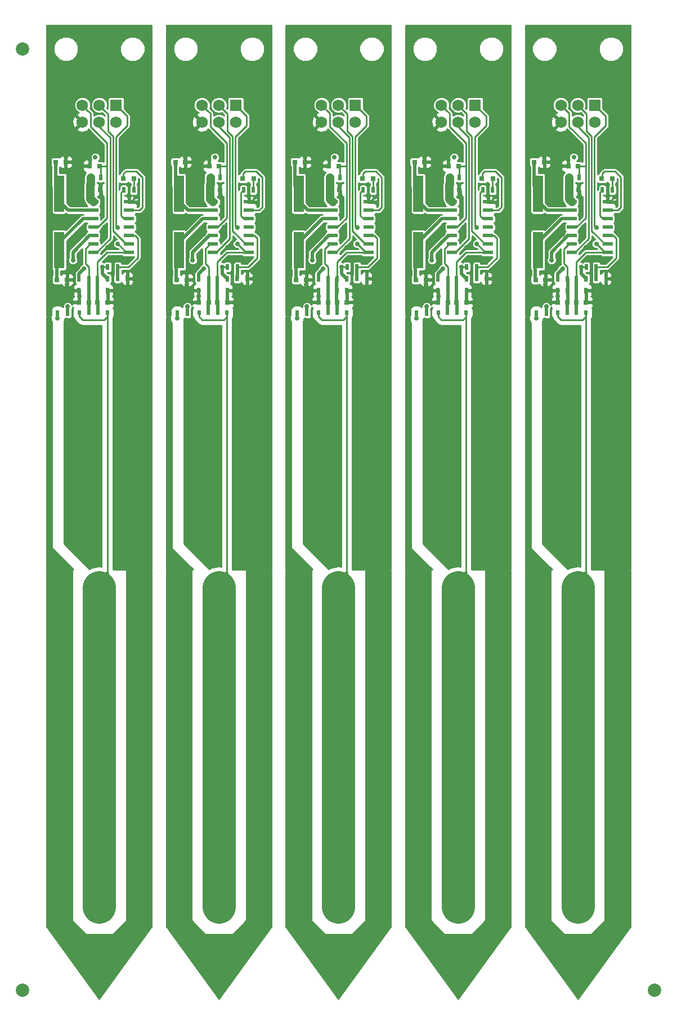
<source format=gbr>
G04 #@! TF.FileFunction,Copper,L1,Top,Signal*
%FSLAX46Y46*%
G04 Gerber Fmt 4.6, Leading zero omitted, Abs format (unit mm)*
G04 Created by KiCad (PCBNEW 0.201510251816+6278~30~ubuntu14.04.1-product) date Mon 26 Oct 2015 05:58:35 PM EET*
%MOMM*%
G01*
G04 APERTURE LIST*
%ADD10C,0.100000*%
%ADD11C,2.000000*%
%ADD12R,0.800000X0.800000*%
%ADD13R,1.500000X5.500000*%
%ADD14R,0.600000X0.700000*%
%ADD15R,1.727200X1.727200*%
%ADD16C,1.727200*%
%ADD17R,0.800000X0.750000*%
%ADD18R,0.500000X0.900000*%
%ADD19R,1.500000X0.600000*%
%ADD20C,0.700000*%
%ADD21C,0.508000*%
%ADD22C,0.254000*%
%ADD23C,1.270000*%
%ADD24C,5.000000*%
G04 APERTURE END LIST*
D10*
D11*
X177500000Y-167500000D03*
X82500000Y-167500000D03*
X82500000Y-26000000D03*
X177500000Y-167500000D03*
X82500000Y-167500000D03*
X82500000Y-26000000D03*
D12*
X97575000Y-45500000D03*
X99225000Y-45500000D03*
D13*
X88000000Y-56250000D03*
X88000000Y-47750000D03*
D14*
X95204000Y-65642000D03*
X93804000Y-65642000D03*
X92410000Y-65642000D03*
X91010000Y-65642000D03*
D15*
X96540000Y-34460000D03*
D16*
X96540000Y-37000000D03*
X94000000Y-34460000D03*
X94000000Y-37000000D03*
X91460000Y-34460000D03*
X91460000Y-37000000D03*
D17*
X87650000Y-60700000D03*
X89150000Y-60700000D03*
X87450000Y-43000000D03*
X88950000Y-43000000D03*
X92650000Y-47200000D03*
X94150000Y-47200000D03*
X92460000Y-64118000D03*
X90960000Y-64118000D03*
X93754000Y-64118000D03*
X95254000Y-64118000D03*
X94050000Y-43600000D03*
X92550000Y-43600000D03*
D18*
X94200000Y-45300000D03*
X92700000Y-45300000D03*
X95278000Y-58784000D03*
X96778000Y-58784000D03*
X87750000Y-65750000D03*
X89250000Y-65750000D03*
X92460000Y-60562000D03*
X90960000Y-60562000D03*
X93754000Y-60562000D03*
X95254000Y-60562000D03*
X90960000Y-62340000D03*
X92460000Y-62340000D03*
X95254000Y-62340000D03*
X93754000Y-62340000D03*
X99200000Y-47200000D03*
X97700000Y-47200000D03*
X96750000Y-60500000D03*
X98250000Y-60500000D03*
D19*
X93100000Y-48990000D03*
X93100000Y-50260000D03*
X93100000Y-51530000D03*
X93100000Y-52800000D03*
X93100000Y-54070000D03*
X93100000Y-55340000D03*
X93100000Y-56610000D03*
X98500000Y-56610000D03*
X98500000Y-55340000D03*
X98500000Y-54070000D03*
X98500000Y-52800000D03*
X98500000Y-51530000D03*
X98500000Y-50260000D03*
X98500000Y-48990000D03*
D12*
X115575000Y-45500000D03*
X117225000Y-45500000D03*
D13*
X106000000Y-56250000D03*
X106000000Y-47750000D03*
D14*
X113204000Y-65642000D03*
X111804000Y-65642000D03*
X110410000Y-65642000D03*
X109010000Y-65642000D03*
D15*
X114540000Y-34460000D03*
D16*
X114540000Y-37000000D03*
X112000000Y-34460000D03*
X112000000Y-37000000D03*
X109460000Y-34460000D03*
X109460000Y-37000000D03*
D17*
X105650000Y-60700000D03*
X107150000Y-60700000D03*
X105450000Y-43000000D03*
X106950000Y-43000000D03*
X110650000Y-47200000D03*
X112150000Y-47200000D03*
X110460000Y-64118000D03*
X108960000Y-64118000D03*
X111754000Y-64118000D03*
X113254000Y-64118000D03*
X112050000Y-43600000D03*
X110550000Y-43600000D03*
D18*
X112200000Y-45300000D03*
X110700000Y-45300000D03*
X113278000Y-58784000D03*
X114778000Y-58784000D03*
X105750000Y-65750000D03*
X107250000Y-65750000D03*
X110460000Y-60562000D03*
X108960000Y-60562000D03*
X111754000Y-60562000D03*
X113254000Y-60562000D03*
X108960000Y-62340000D03*
X110460000Y-62340000D03*
X113254000Y-62340000D03*
X111754000Y-62340000D03*
X117200000Y-47200000D03*
X115700000Y-47200000D03*
X114750000Y-60500000D03*
X116250000Y-60500000D03*
D19*
X111100000Y-48990000D03*
X111100000Y-50260000D03*
X111100000Y-51530000D03*
X111100000Y-52800000D03*
X111100000Y-54070000D03*
X111100000Y-55340000D03*
X111100000Y-56610000D03*
X116500000Y-56610000D03*
X116500000Y-55340000D03*
X116500000Y-54070000D03*
X116500000Y-52800000D03*
X116500000Y-51530000D03*
X116500000Y-50260000D03*
X116500000Y-48990000D03*
D12*
X133575000Y-45500000D03*
X135225000Y-45500000D03*
D13*
X124000000Y-56250000D03*
X124000000Y-47750000D03*
D14*
X131204000Y-65642000D03*
X129804000Y-65642000D03*
X128410000Y-65642000D03*
X127010000Y-65642000D03*
D15*
X132540000Y-34460000D03*
D16*
X132540000Y-37000000D03*
X130000000Y-34460000D03*
X130000000Y-37000000D03*
X127460000Y-34460000D03*
X127460000Y-37000000D03*
D17*
X123650000Y-60700000D03*
X125150000Y-60700000D03*
X123450000Y-43000000D03*
X124950000Y-43000000D03*
X128650000Y-47200000D03*
X130150000Y-47200000D03*
X128460000Y-64118000D03*
X126960000Y-64118000D03*
X129754000Y-64118000D03*
X131254000Y-64118000D03*
X130050000Y-43600000D03*
X128550000Y-43600000D03*
D18*
X130200000Y-45300000D03*
X128700000Y-45300000D03*
X131278000Y-58784000D03*
X132778000Y-58784000D03*
X123750000Y-65750000D03*
X125250000Y-65750000D03*
X128460000Y-60562000D03*
X126960000Y-60562000D03*
X129754000Y-60562000D03*
X131254000Y-60562000D03*
X126960000Y-62340000D03*
X128460000Y-62340000D03*
X131254000Y-62340000D03*
X129754000Y-62340000D03*
X135200000Y-47200000D03*
X133700000Y-47200000D03*
X132750000Y-60500000D03*
X134250000Y-60500000D03*
D19*
X129100000Y-48990000D03*
X129100000Y-50260000D03*
X129100000Y-51530000D03*
X129100000Y-52800000D03*
X129100000Y-54070000D03*
X129100000Y-55340000D03*
X129100000Y-56610000D03*
X134500000Y-56610000D03*
X134500000Y-55340000D03*
X134500000Y-54070000D03*
X134500000Y-52800000D03*
X134500000Y-51530000D03*
X134500000Y-50260000D03*
X134500000Y-48990000D03*
D12*
X151575000Y-45500000D03*
X153225000Y-45500000D03*
D13*
X142000000Y-56250000D03*
X142000000Y-47750000D03*
D14*
X149204000Y-65642000D03*
X147804000Y-65642000D03*
X146410000Y-65642000D03*
X145010000Y-65642000D03*
D15*
X150540000Y-34460000D03*
D16*
X150540000Y-37000000D03*
X148000000Y-34460000D03*
X148000000Y-37000000D03*
X145460000Y-34460000D03*
X145460000Y-37000000D03*
D17*
X141650000Y-60700000D03*
X143150000Y-60700000D03*
X141450000Y-43000000D03*
X142950000Y-43000000D03*
X146650000Y-47200000D03*
X148150000Y-47200000D03*
X146460000Y-64118000D03*
X144960000Y-64118000D03*
X147754000Y-64118000D03*
X149254000Y-64118000D03*
X148050000Y-43600000D03*
X146550000Y-43600000D03*
D18*
X148200000Y-45300000D03*
X146700000Y-45300000D03*
X149278000Y-58784000D03*
X150778000Y-58784000D03*
X141750000Y-65750000D03*
X143250000Y-65750000D03*
X146460000Y-60562000D03*
X144960000Y-60562000D03*
X147754000Y-60562000D03*
X149254000Y-60562000D03*
X144960000Y-62340000D03*
X146460000Y-62340000D03*
X149254000Y-62340000D03*
X147754000Y-62340000D03*
X153200000Y-47200000D03*
X151700000Y-47200000D03*
X150750000Y-60500000D03*
X152250000Y-60500000D03*
D19*
X147100000Y-48990000D03*
X147100000Y-50260000D03*
X147100000Y-51530000D03*
X147100000Y-52800000D03*
X147100000Y-54070000D03*
X147100000Y-55340000D03*
X147100000Y-56610000D03*
X152500000Y-56610000D03*
X152500000Y-55340000D03*
X152500000Y-54070000D03*
X152500000Y-52800000D03*
X152500000Y-51530000D03*
X152500000Y-50260000D03*
X152500000Y-48990000D03*
D12*
X169575000Y-45500000D03*
X171225000Y-45500000D03*
D13*
X160000000Y-56250000D03*
X160000000Y-47750000D03*
D14*
X167204000Y-65642000D03*
X165804000Y-65642000D03*
X164410000Y-65642000D03*
X163010000Y-65642000D03*
D15*
X168540000Y-34460000D03*
D16*
X168540000Y-37000000D03*
X166000000Y-34460000D03*
X166000000Y-37000000D03*
X163460000Y-34460000D03*
X163460000Y-37000000D03*
D17*
X159650000Y-60700000D03*
X161150000Y-60700000D03*
X159450000Y-43000000D03*
X160950000Y-43000000D03*
X164650000Y-47200000D03*
X166150000Y-47200000D03*
X164460000Y-64118000D03*
X162960000Y-64118000D03*
X165754000Y-64118000D03*
X167254000Y-64118000D03*
X166050000Y-43600000D03*
X164550000Y-43600000D03*
D18*
X166200000Y-45300000D03*
X164700000Y-45300000D03*
X167278000Y-58784000D03*
X168778000Y-58784000D03*
X159750000Y-65750000D03*
X161250000Y-65750000D03*
X164460000Y-60562000D03*
X162960000Y-60562000D03*
X165754000Y-60562000D03*
X167254000Y-60562000D03*
X162960000Y-62340000D03*
X164460000Y-62340000D03*
X167254000Y-62340000D03*
X165754000Y-62340000D03*
X171200000Y-47200000D03*
X169700000Y-47200000D03*
X168750000Y-60500000D03*
X170250000Y-60500000D03*
D19*
X165100000Y-48990000D03*
X165100000Y-50260000D03*
X165100000Y-51530000D03*
X165100000Y-52800000D03*
X165100000Y-54070000D03*
X165100000Y-55340000D03*
X165100000Y-56610000D03*
X170500000Y-56610000D03*
X170500000Y-55340000D03*
X170500000Y-54070000D03*
X170500000Y-52800000D03*
X170500000Y-51530000D03*
X170500000Y-50260000D03*
X170500000Y-48990000D03*
D20*
X89024757Y-66754951D03*
X89000000Y-67750000D03*
X91345119Y-102595119D03*
X89758622Y-101008622D03*
X88702737Y-103702737D03*
X87228329Y-102228329D03*
X86500000Y-100250000D03*
X86500000Y-97750000D03*
X89000000Y-97750000D03*
X86500000Y-95250000D03*
X89000000Y-95249994D03*
X86500000Y-92750000D03*
X89000000Y-92750006D03*
X86500000Y-87750000D03*
X89000000Y-87749992D03*
X89000000Y-90250000D03*
X86500000Y-90250010D03*
X86500000Y-85250006D03*
X89000000Y-85250006D03*
X86500000Y-82750000D03*
X89000000Y-82750000D03*
X86500000Y-80250000D03*
X89000000Y-80250006D03*
X86500000Y-77750000D03*
X89000000Y-77750000D03*
X86500000Y-75250004D03*
X89000000Y-75250000D03*
X89000000Y-72750000D03*
X86500000Y-72750000D03*
X89000000Y-70257938D03*
X86500000Y-70273302D03*
X86500000Y-67753515D03*
X96500000Y-87750000D03*
X94000000Y-87750000D03*
X94000004Y-85250000D03*
X96499996Y-85250000D03*
X94000000Y-82750000D03*
X96500000Y-82749994D03*
X96500000Y-80250000D03*
X94000000Y-80250000D03*
X96500000Y-77750000D03*
X94000000Y-77750000D03*
X96500006Y-70250000D03*
X94000000Y-70250006D03*
X94000000Y-72750000D03*
X96500000Y-72750000D03*
X96500000Y-75250000D03*
X94000000Y-75250006D03*
X96500000Y-90250000D03*
X94000000Y-90250000D03*
X94000000Y-92749984D03*
X96500000Y-92750000D03*
X94000000Y-95248063D03*
X96500000Y-95248063D03*
X94000000Y-97746139D03*
X96500000Y-97763982D03*
X94000000Y-100246781D03*
X96500000Y-100262214D03*
X96500000Y-102746856D03*
X94000000Y-102505330D03*
X89500000Y-104500000D03*
X88000000Y-103000000D03*
X92250000Y-103500000D03*
X90500000Y-101750000D03*
X89000000Y-100250000D03*
X86500000Y-101500000D03*
X94000000Y-103549990D03*
X96500000Y-104000000D03*
X91000000Y-57000000D03*
X86449997Y-66500000D03*
X86500000Y-69000000D03*
X86500000Y-71500000D03*
X86500000Y-74000000D03*
X86500000Y-76500000D03*
X86500000Y-79000000D03*
X86500000Y-81500000D03*
X86500000Y-84000000D03*
X86500000Y-86500000D03*
X86500000Y-89000000D03*
X86500000Y-91500000D03*
X86500000Y-94000000D03*
X86500000Y-96500000D03*
X86500000Y-99000000D03*
X89000000Y-99000000D03*
X89000000Y-96500000D03*
X89000000Y-94000000D03*
X89000000Y-91500000D03*
X89000000Y-89000000D03*
X89000000Y-86500000D03*
X89000000Y-84000000D03*
X89000000Y-81500000D03*
X89000000Y-79000000D03*
X89000000Y-76500000D03*
X89000000Y-74000000D03*
X89000000Y-71500000D03*
X89000000Y-69000000D03*
X96500000Y-66500000D03*
X96500000Y-69000000D03*
X96500000Y-71500000D03*
X96500000Y-74000000D03*
X96500000Y-76500000D03*
X96500000Y-79000000D03*
X96500000Y-81500000D03*
X96500000Y-84000000D03*
X96500000Y-86500000D03*
X96500000Y-89000000D03*
X96500000Y-91500000D03*
X96500000Y-94000000D03*
X96500000Y-96500000D03*
X96500000Y-99000000D03*
X96500000Y-101500000D03*
X94000000Y-101500000D03*
X94000000Y-99000000D03*
X94000000Y-96500000D03*
X94000000Y-94000000D03*
X94000000Y-91500000D03*
X94000000Y-89000000D03*
X94000000Y-86500000D03*
X94000000Y-84000000D03*
X94000000Y-81500000D03*
X94000000Y-79000000D03*
X94000000Y-76500000D03*
X94000000Y-74000000D03*
X94000000Y-71500000D03*
X94000000Y-69000000D03*
X89053888Y-63623844D03*
X98500000Y-43000000D03*
X97600000Y-57800000D03*
X95243021Y-55843021D03*
X94800000Y-52800000D03*
X91700000Y-53500000D03*
X90900000Y-54300000D03*
X90100000Y-55100000D03*
X91000000Y-63200000D03*
X94300000Y-48000000D03*
X94200000Y-46400000D03*
X99800000Y-49200000D03*
X99500000Y-48300000D03*
X98500000Y-48200000D03*
X89150000Y-62350000D03*
X96300000Y-64150000D03*
X88950000Y-42300000D03*
X89150000Y-61400000D03*
X96282000Y-62340000D03*
X93400000Y-42300000D03*
X91710000Y-59038000D03*
X94504000Y-58784000D03*
X92700000Y-46300000D03*
X92500000Y-105500000D03*
X87750000Y-66500000D03*
X89250000Y-64749996D03*
X90050000Y-57750002D03*
X96800000Y-52900000D03*
X96800000Y-55300000D03*
X107024757Y-66754951D03*
X107000000Y-67750000D03*
X109345119Y-102595119D03*
X107758622Y-101008622D03*
X106702737Y-103702737D03*
X105228329Y-102228329D03*
X104500000Y-100250000D03*
X104500000Y-97750000D03*
X107000000Y-97750000D03*
X104500000Y-95250000D03*
X107000000Y-95249994D03*
X104500000Y-92750000D03*
X107000000Y-92750006D03*
X104500000Y-87750000D03*
X107000000Y-87749992D03*
X107000000Y-90250000D03*
X104500000Y-90250010D03*
X104500000Y-85250006D03*
X107000000Y-85250006D03*
X104500000Y-82750000D03*
X107000000Y-82750000D03*
X104500000Y-80250000D03*
X107000000Y-80250006D03*
X104500000Y-77750000D03*
X107000000Y-77750000D03*
X104500000Y-75250004D03*
X107000000Y-75250000D03*
X107000000Y-72750000D03*
X104500000Y-72750000D03*
X107000000Y-70257938D03*
X104500000Y-70273302D03*
X104500000Y-67753515D03*
X114500000Y-87750000D03*
X112000000Y-87750000D03*
X112000004Y-85250000D03*
X114499996Y-85250000D03*
X112000000Y-82750000D03*
X114500000Y-82749994D03*
X114500000Y-80250000D03*
X112000000Y-80250000D03*
X114500000Y-77750000D03*
X112000000Y-77750000D03*
X114500006Y-70250000D03*
X112000000Y-70250006D03*
X112000000Y-72750000D03*
X114500000Y-72750000D03*
X114500000Y-75250000D03*
X112000000Y-75250006D03*
X114500000Y-90250000D03*
X112000000Y-90250000D03*
X112000000Y-92749984D03*
X114500000Y-92750000D03*
X112000000Y-95248063D03*
X114500000Y-95248063D03*
X112000000Y-97746139D03*
X114500000Y-97763982D03*
X112000000Y-100246781D03*
X114500000Y-100262214D03*
X114500000Y-102746856D03*
X112000000Y-102505330D03*
X107500000Y-104500000D03*
X106000000Y-103000000D03*
X110250000Y-103500000D03*
X108500000Y-101750000D03*
X107000000Y-100250000D03*
X104500000Y-101500000D03*
X112000000Y-103549990D03*
X114500000Y-104000000D03*
X109000000Y-57000000D03*
X104449997Y-66500000D03*
X104500000Y-69000000D03*
X104500000Y-71500000D03*
X104500000Y-74000000D03*
X104500000Y-76500000D03*
X104500000Y-79000000D03*
X104500000Y-81500000D03*
X104500000Y-84000000D03*
X104500000Y-86500000D03*
X104500000Y-89000000D03*
X104500000Y-91500000D03*
X104500000Y-94000000D03*
X104500000Y-96500000D03*
X104500000Y-99000000D03*
X107000000Y-99000000D03*
X107000000Y-96500000D03*
X107000000Y-94000000D03*
X107000000Y-91500000D03*
X107000000Y-89000000D03*
X107000000Y-86500000D03*
X107000000Y-84000000D03*
X107000000Y-81500000D03*
X107000000Y-79000000D03*
X107000000Y-76500000D03*
X107000000Y-74000000D03*
X107000000Y-71500000D03*
X107000000Y-69000000D03*
X114500000Y-66500000D03*
X114500000Y-69000000D03*
X114500000Y-71500000D03*
X114500000Y-74000000D03*
X114500000Y-76500000D03*
X114500000Y-79000000D03*
X114500000Y-81500000D03*
X114500000Y-84000000D03*
X114500000Y-86500000D03*
X114500000Y-89000000D03*
X114500000Y-91500000D03*
X114500000Y-94000000D03*
X114500000Y-96500000D03*
X114500000Y-99000000D03*
X114500000Y-101500000D03*
X112000000Y-101500000D03*
X112000000Y-99000000D03*
X112000000Y-96500000D03*
X112000000Y-94000000D03*
X112000000Y-91500000D03*
X112000000Y-89000000D03*
X112000000Y-86500000D03*
X112000000Y-84000000D03*
X112000000Y-81500000D03*
X112000000Y-79000000D03*
X112000000Y-76500000D03*
X112000000Y-74000000D03*
X112000000Y-71500000D03*
X112000000Y-69000000D03*
X107053888Y-63623844D03*
X116500000Y-43000000D03*
X115600000Y-57800000D03*
X113243021Y-55843021D03*
X112800000Y-52800000D03*
X109700000Y-53500000D03*
X108900000Y-54300000D03*
X108100000Y-55100000D03*
X109000000Y-63200000D03*
X112300000Y-48000000D03*
X112200000Y-46400000D03*
X117800000Y-49200000D03*
X117500000Y-48300000D03*
X116500000Y-48200000D03*
X107150000Y-62350000D03*
X114300000Y-64150000D03*
X106950000Y-42300000D03*
X107150000Y-61400000D03*
X114282000Y-62340000D03*
X111400000Y-42300000D03*
X109710000Y-59038000D03*
X112504000Y-58784000D03*
X110700000Y-46300000D03*
X110500000Y-105500000D03*
X105750000Y-66500000D03*
X107250000Y-64749996D03*
X108050000Y-57750002D03*
X114800000Y-52900000D03*
X114800000Y-55300000D03*
X125024757Y-66754951D03*
X125000000Y-67750000D03*
X127345119Y-102595119D03*
X125758622Y-101008622D03*
X124702737Y-103702737D03*
X123228329Y-102228329D03*
X122500000Y-100250000D03*
X122500000Y-97750000D03*
X125000000Y-97750000D03*
X122500000Y-95250000D03*
X125000000Y-95249994D03*
X122500000Y-92750000D03*
X125000000Y-92750006D03*
X122500000Y-87750000D03*
X125000000Y-87749992D03*
X125000000Y-90250000D03*
X122500000Y-90250010D03*
X122500000Y-85250006D03*
X125000000Y-85250006D03*
X122500000Y-82750000D03*
X125000000Y-82750000D03*
X122500000Y-80250000D03*
X125000000Y-80250006D03*
X122500000Y-77750000D03*
X125000000Y-77750000D03*
X122500000Y-75250004D03*
X125000000Y-75250000D03*
X125000000Y-72750000D03*
X122500000Y-72750000D03*
X125000000Y-70257938D03*
X122500000Y-70273302D03*
X122500000Y-67753515D03*
X132500000Y-87750000D03*
X130000000Y-87750000D03*
X130000004Y-85250000D03*
X132499996Y-85250000D03*
X130000000Y-82750000D03*
X132500000Y-82749994D03*
X132500000Y-80250000D03*
X130000000Y-80250000D03*
X132500000Y-77750000D03*
X130000000Y-77750000D03*
X132500006Y-70250000D03*
X130000000Y-70250006D03*
X130000000Y-72750000D03*
X132500000Y-72750000D03*
X132500000Y-75250000D03*
X130000000Y-75250006D03*
X132500000Y-90250000D03*
X130000000Y-90250000D03*
X130000000Y-92749984D03*
X132500000Y-92750000D03*
X130000000Y-95248063D03*
X132500000Y-95248063D03*
X130000000Y-97746139D03*
X132500000Y-97763982D03*
X130000000Y-100246781D03*
X132500000Y-100262214D03*
X132500000Y-102746856D03*
X130000000Y-102505330D03*
X125500000Y-104500000D03*
X124000000Y-103000000D03*
X128250000Y-103500000D03*
X126500000Y-101750000D03*
X125000000Y-100250000D03*
X122500000Y-101500000D03*
X130000000Y-103549990D03*
X132500000Y-104000000D03*
X127000000Y-57000000D03*
X122449997Y-66500000D03*
X122500000Y-69000000D03*
X122500000Y-71500000D03*
X122500000Y-74000000D03*
X122500000Y-76500000D03*
X122500000Y-79000000D03*
X122500000Y-81500000D03*
X122500000Y-84000000D03*
X122500000Y-86500000D03*
X122500000Y-89000000D03*
X122500000Y-91500000D03*
X122500000Y-94000000D03*
X122500000Y-96500000D03*
X122500000Y-99000000D03*
X125000000Y-99000000D03*
X125000000Y-96500000D03*
X125000000Y-94000000D03*
X125000000Y-91500000D03*
X125000000Y-89000000D03*
X125000000Y-86500000D03*
X125000000Y-84000000D03*
X125000000Y-81500000D03*
X125000000Y-79000000D03*
X125000000Y-76500000D03*
X125000000Y-74000000D03*
X125000000Y-71500000D03*
X125000000Y-69000000D03*
X132500000Y-66500000D03*
X132500000Y-69000000D03*
X132500000Y-71500000D03*
X132500000Y-74000000D03*
X132500000Y-76500000D03*
X132500000Y-79000000D03*
X132500000Y-81500000D03*
X132500000Y-84000000D03*
X132500000Y-86500000D03*
X132500000Y-89000000D03*
X132500000Y-91500000D03*
X132500000Y-94000000D03*
X132500000Y-96500000D03*
X132500000Y-99000000D03*
X132500000Y-101500000D03*
X130000000Y-101500000D03*
X130000000Y-99000000D03*
X130000000Y-96500000D03*
X130000000Y-94000000D03*
X130000000Y-91500000D03*
X130000000Y-89000000D03*
X130000000Y-86500000D03*
X130000000Y-84000000D03*
X130000000Y-81500000D03*
X130000000Y-79000000D03*
X130000000Y-76500000D03*
X130000000Y-74000000D03*
X130000000Y-71500000D03*
X130000000Y-69000000D03*
X125053888Y-63623844D03*
X134500000Y-43000000D03*
X133600000Y-57800000D03*
X131243021Y-55843021D03*
X130800000Y-52800000D03*
X127700000Y-53500000D03*
X126900000Y-54300000D03*
X126100000Y-55100000D03*
X127000000Y-63200000D03*
X130300000Y-48000000D03*
X130200000Y-46400000D03*
X135800000Y-49200000D03*
X135500000Y-48300000D03*
X134500000Y-48200000D03*
X125150000Y-62350000D03*
X132300000Y-64150000D03*
X124950000Y-42300000D03*
X125150000Y-61400000D03*
X132282000Y-62340000D03*
X129400000Y-42300000D03*
X127710000Y-59038000D03*
X130504000Y-58784000D03*
X128700000Y-46300000D03*
X128500000Y-105500000D03*
X123750000Y-66500000D03*
X125250000Y-64749996D03*
X126050000Y-57750002D03*
X132800000Y-52900000D03*
X132800000Y-55300000D03*
X143024757Y-66754951D03*
X143000000Y-67750000D03*
X145345119Y-102595119D03*
X143758622Y-101008622D03*
X142702737Y-103702737D03*
X141228329Y-102228329D03*
X140500000Y-100250000D03*
X140500000Y-97750000D03*
X143000000Y-97750000D03*
X140500000Y-95250000D03*
X143000000Y-95249994D03*
X140500000Y-92750000D03*
X143000000Y-92750006D03*
X140500000Y-87750000D03*
X143000000Y-87749992D03*
X143000000Y-90250000D03*
X140500000Y-90250010D03*
X140500000Y-85250006D03*
X143000000Y-85250006D03*
X140500000Y-82750000D03*
X143000000Y-82750000D03*
X140500000Y-80250000D03*
X143000000Y-80250006D03*
X140500000Y-77750000D03*
X143000000Y-77750000D03*
X140500000Y-75250004D03*
X143000000Y-75250000D03*
X143000000Y-72750000D03*
X140500000Y-72750000D03*
X143000000Y-70257938D03*
X140500000Y-70273302D03*
X140500000Y-67753515D03*
X150500000Y-87750000D03*
X148000000Y-87750000D03*
X148000004Y-85250000D03*
X150499996Y-85250000D03*
X148000000Y-82750000D03*
X150500000Y-82749994D03*
X150500000Y-80250000D03*
X148000000Y-80250000D03*
X150500000Y-77750000D03*
X148000000Y-77750000D03*
X150500006Y-70250000D03*
X148000000Y-70250006D03*
X148000000Y-72750000D03*
X150500000Y-72750000D03*
X150500000Y-75250000D03*
X148000000Y-75250006D03*
X150500000Y-90250000D03*
X148000000Y-90250000D03*
X148000000Y-92749984D03*
X150500000Y-92750000D03*
X148000000Y-95248063D03*
X150500000Y-95248063D03*
X148000000Y-97746139D03*
X150500000Y-97763982D03*
X148000000Y-100246781D03*
X150500000Y-100262214D03*
X150500000Y-102746856D03*
X148000000Y-102505330D03*
X143500000Y-104500000D03*
X142000000Y-103000000D03*
X146250000Y-103500000D03*
X144500000Y-101750000D03*
X143000000Y-100250000D03*
X140500000Y-101500000D03*
X148000000Y-103549990D03*
X150500000Y-104000000D03*
X145000000Y-57000000D03*
X140449997Y-66500000D03*
X140500000Y-69000000D03*
X140500000Y-71500000D03*
X140500000Y-74000000D03*
X140500000Y-76500000D03*
X140500000Y-79000000D03*
X140500000Y-81500000D03*
X140500000Y-84000000D03*
X140500000Y-86500000D03*
X140500000Y-89000000D03*
X140500000Y-91500000D03*
X140500000Y-94000000D03*
X140500000Y-96500000D03*
X140500000Y-99000000D03*
X143000000Y-99000000D03*
X143000000Y-96500000D03*
X143000000Y-94000000D03*
X143000000Y-91500000D03*
X143000000Y-89000000D03*
X143000000Y-86500000D03*
X143000000Y-84000000D03*
X143000000Y-81500000D03*
X143000000Y-79000000D03*
X143000000Y-76500000D03*
X143000000Y-74000000D03*
X143000000Y-71500000D03*
X143000000Y-69000000D03*
X150500000Y-66500000D03*
X150500000Y-69000000D03*
X150500000Y-71500000D03*
X150500000Y-74000000D03*
X150500000Y-76500000D03*
X150500000Y-79000000D03*
X150500000Y-81500000D03*
X150500000Y-84000000D03*
X150500000Y-86500000D03*
X150500000Y-89000000D03*
X150500000Y-91500000D03*
X150500000Y-94000000D03*
X150500000Y-96500000D03*
X150500000Y-99000000D03*
X150500000Y-101500000D03*
X148000000Y-101500000D03*
X148000000Y-99000000D03*
X148000000Y-96500000D03*
X148000000Y-94000000D03*
X148000000Y-91500000D03*
X148000000Y-89000000D03*
X148000000Y-86500000D03*
X148000000Y-84000000D03*
X148000000Y-81500000D03*
X148000000Y-79000000D03*
X148000000Y-76500000D03*
X148000000Y-74000000D03*
X148000000Y-71500000D03*
X148000000Y-69000000D03*
X143053888Y-63623844D03*
X152500000Y-43000000D03*
X151600000Y-57800000D03*
X149243021Y-55843021D03*
X148800000Y-52800000D03*
X145700000Y-53500000D03*
X144900000Y-54300000D03*
X144100000Y-55100000D03*
X145000000Y-63200000D03*
X148300000Y-48000000D03*
X148200000Y-46400000D03*
X153800000Y-49200000D03*
X153500000Y-48300000D03*
X152500000Y-48200000D03*
X143150000Y-62350000D03*
X150300000Y-64150000D03*
X142950000Y-42300000D03*
X143150000Y-61400000D03*
X150282000Y-62340000D03*
X147400000Y-42300000D03*
X145710000Y-59038000D03*
X148504000Y-58784000D03*
X146700000Y-46300000D03*
X146500000Y-105500000D03*
X141750000Y-66500000D03*
X143250000Y-64749996D03*
X144050000Y-57750002D03*
X150800000Y-52900000D03*
X150800000Y-55300000D03*
X161024757Y-66754951D03*
X161000000Y-67750000D03*
X163345119Y-102595119D03*
X161758622Y-101008622D03*
X160702737Y-103702737D03*
X159228329Y-102228329D03*
X158500000Y-100250000D03*
X158500000Y-97750000D03*
X161000000Y-97750000D03*
X158500000Y-95250000D03*
X161000000Y-95249994D03*
X158500000Y-92750000D03*
X161000000Y-92750006D03*
X158500000Y-87750000D03*
X161000000Y-87749992D03*
X161000000Y-90250000D03*
X158500000Y-90250010D03*
X158500000Y-85250006D03*
X161000000Y-85250006D03*
X158500000Y-82750000D03*
X161000000Y-82750000D03*
X158500000Y-80250000D03*
X161000000Y-80250006D03*
X158500000Y-77750000D03*
X161000000Y-77750000D03*
X158500000Y-75250004D03*
X161000000Y-75250000D03*
X161000000Y-72750000D03*
X158500000Y-72750000D03*
X161000000Y-70257938D03*
X158500000Y-70273302D03*
X158500000Y-67753515D03*
X168500000Y-87750000D03*
X166000000Y-87750000D03*
X166000004Y-85250000D03*
X168499996Y-85250000D03*
X166000000Y-82750000D03*
X168500000Y-82749994D03*
X168500000Y-80250000D03*
X166000000Y-80250000D03*
X168500000Y-77750000D03*
X166000000Y-77750000D03*
X168500006Y-70250000D03*
X166000000Y-70250006D03*
X166000000Y-72750000D03*
X168500000Y-72750000D03*
X168500000Y-75250000D03*
X166000000Y-75250006D03*
X168500000Y-90250000D03*
X166000000Y-90250000D03*
X166000000Y-92749984D03*
X168500000Y-92750000D03*
X166000000Y-95248063D03*
X168500000Y-95248063D03*
X166000000Y-97746139D03*
X168500000Y-97763982D03*
X166000000Y-100246781D03*
X168500000Y-100262214D03*
X168500000Y-102746856D03*
X166000000Y-102505330D03*
X161500000Y-104500000D03*
X160000000Y-103000000D03*
X164250000Y-103500000D03*
X162500000Y-101750000D03*
X161000000Y-100250000D03*
X158500000Y-101500000D03*
X166000000Y-103549990D03*
X168500000Y-104000000D03*
X163000000Y-57000000D03*
X158449997Y-66500000D03*
X158500000Y-69000000D03*
X158500000Y-71500000D03*
X158500000Y-74000000D03*
X158500000Y-76500000D03*
X158500000Y-79000000D03*
X158500000Y-81500000D03*
X158500000Y-84000000D03*
X158500000Y-86500000D03*
X158500000Y-89000000D03*
X158500000Y-91500000D03*
X158500000Y-94000000D03*
X158500000Y-96500000D03*
X158500000Y-99000000D03*
X161000000Y-99000000D03*
X161000000Y-96500000D03*
X161000000Y-94000000D03*
X161000000Y-91500000D03*
X161000000Y-89000000D03*
X161000000Y-86500000D03*
X161000000Y-84000000D03*
X161000000Y-81500000D03*
X161000000Y-79000000D03*
X161000000Y-76500000D03*
X161000000Y-74000000D03*
X161000000Y-71500000D03*
X161000000Y-69000000D03*
X168500000Y-66500000D03*
X168500000Y-69000000D03*
X168500000Y-71500000D03*
X168500000Y-74000000D03*
X168500000Y-76500000D03*
X168500000Y-79000000D03*
X168500000Y-81500000D03*
X168500000Y-84000000D03*
X168500000Y-86500000D03*
X168500000Y-89000000D03*
X168500000Y-91500000D03*
X168500000Y-94000000D03*
X168500000Y-96500000D03*
X168500000Y-99000000D03*
X168500000Y-101500000D03*
X166000000Y-101500000D03*
X166000000Y-99000000D03*
X166000000Y-96500000D03*
X166000000Y-94000000D03*
X166000000Y-91500000D03*
X166000000Y-89000000D03*
X166000000Y-86500000D03*
X166000000Y-84000000D03*
X166000000Y-81500000D03*
X166000000Y-79000000D03*
X166000000Y-76500000D03*
X166000000Y-74000000D03*
X166000000Y-71500000D03*
X166000000Y-69000000D03*
X161053888Y-63623844D03*
X170500000Y-43000000D03*
X169600000Y-57800000D03*
X167243021Y-55843021D03*
X166800000Y-52800000D03*
X163700000Y-53500000D03*
X162900000Y-54300000D03*
X162100000Y-55100000D03*
X163000000Y-63200000D03*
X166300000Y-48000000D03*
X166200000Y-46400000D03*
X171800000Y-49200000D03*
X171500000Y-48300000D03*
X170500000Y-48200000D03*
X161150000Y-62350000D03*
X168300000Y-64150000D03*
X160950000Y-42300000D03*
X161150000Y-61400000D03*
X168282000Y-62340000D03*
X165400000Y-42300000D03*
X163710000Y-59038000D03*
X166504000Y-58784000D03*
X164700000Y-46300000D03*
X164500000Y-105500000D03*
X159750000Y-66500000D03*
X161250000Y-64749996D03*
X162050000Y-57750002D03*
X168800000Y-52900000D03*
X168800000Y-55300000D03*
D21*
X93100000Y-51530000D02*
X91568800Y-51530000D01*
X91568800Y-51530000D02*
X88000000Y-55098800D01*
X88000000Y-55098800D02*
X88000000Y-56848860D01*
X87600000Y-60650000D02*
X87600000Y-57248860D01*
X87600000Y-57248860D02*
X88000000Y-56848860D01*
D22*
X89000000Y-67750000D02*
X89000000Y-66779708D01*
X89000000Y-66779708D02*
X89024757Y-66754951D01*
X91345119Y-102595119D02*
X92250000Y-103500000D01*
X89000000Y-100250000D02*
X89758622Y-101008622D01*
X88702737Y-103702737D02*
X89500000Y-104500000D01*
X88000000Y-103000000D02*
X88702737Y-103702737D01*
X86500000Y-101500000D02*
X87228329Y-102228329D01*
X86500000Y-99000000D02*
X86500000Y-100250000D01*
X86500000Y-96500000D02*
X86500000Y-97750000D01*
X89000000Y-96500000D02*
X89000000Y-97750000D01*
X86500000Y-96500000D02*
X86500000Y-95250000D01*
X89000000Y-96500000D02*
X89000000Y-95249994D01*
X86500000Y-91500000D02*
X86500000Y-92750000D01*
X89000000Y-91500000D02*
X89000000Y-92750006D01*
X89000000Y-86500000D02*
X89000000Y-87749992D01*
X89000000Y-91500000D02*
X89000000Y-90250000D01*
X89000000Y-89000000D02*
X89000000Y-90250000D01*
X86500000Y-91500000D02*
X86500000Y-90250010D01*
X86500000Y-89000000D02*
X86500000Y-90250010D01*
X86500000Y-81500000D02*
X86500000Y-80250000D01*
X86500000Y-79000000D02*
X86500000Y-80250000D01*
X89000000Y-81500000D02*
X89000000Y-80250006D01*
X86500000Y-76500000D02*
X86500000Y-77750000D01*
X89000000Y-76500000D02*
X89000000Y-77750000D01*
X86500000Y-76500000D02*
X86500000Y-75250004D01*
X86500000Y-74000000D02*
X86500000Y-75250004D01*
X89000000Y-76500000D02*
X89000000Y-75250000D01*
X89000000Y-74000000D02*
X89000000Y-75250000D01*
X89000000Y-71500000D02*
X89000000Y-72750000D01*
X86500000Y-71500000D02*
X86500000Y-72750000D01*
X89000000Y-70257938D02*
X89000000Y-71500000D01*
X89000000Y-69000000D02*
X89000000Y-70257938D01*
X86500000Y-71500000D02*
X86500000Y-70273302D01*
X86500000Y-69000000D02*
X86500000Y-70273302D01*
X86500000Y-69000000D02*
X86500000Y-67753515D01*
X96500000Y-86500000D02*
X96500000Y-87750000D01*
X94000000Y-86500000D02*
X94000000Y-87750000D01*
X96500000Y-86500000D02*
X96500000Y-85250004D01*
X96500000Y-85249996D02*
X96499996Y-85250000D01*
X96500000Y-84000000D02*
X96500000Y-85249996D01*
X96500000Y-85250004D02*
X96499996Y-85250000D01*
X96500000Y-81500000D02*
X96500000Y-80250000D01*
X94000000Y-81500000D02*
X94000000Y-80250000D01*
X96500000Y-70250006D02*
X96500006Y-70250000D01*
X96500000Y-71500000D02*
X96500000Y-70250006D01*
X96500000Y-70249994D02*
X96500006Y-70250000D01*
X96500000Y-69000000D02*
X96500000Y-70249994D01*
X94000000Y-71500000D02*
X94000000Y-70250006D01*
X94000000Y-69000000D02*
X94000000Y-70250006D01*
X94000000Y-71500000D02*
X94000000Y-72750000D01*
X96500000Y-76500000D02*
X96500000Y-75250000D01*
X94000000Y-76500000D02*
X94000000Y-75250006D01*
X96500000Y-89000000D02*
X96500000Y-90250000D01*
X96500000Y-91500000D02*
X96500000Y-90250000D01*
X94000000Y-89000000D02*
X94000000Y-90250000D01*
X94000000Y-91500000D02*
X94000000Y-90250000D01*
X94000000Y-94000000D02*
X94000000Y-92749984D01*
X96500000Y-94000000D02*
X96500000Y-92750000D01*
X94000000Y-95248063D02*
X94000000Y-96500000D01*
X94000000Y-94000000D02*
X94000000Y-95248063D01*
X96500000Y-96500000D02*
X96500000Y-95248063D01*
X96500000Y-94000000D02*
X96500000Y-95248063D01*
X94000000Y-99000000D02*
X94000000Y-97746139D01*
X96500000Y-99000000D02*
X96500000Y-97763982D01*
X94000000Y-99000000D02*
X94000000Y-100246781D01*
X96500000Y-100262214D02*
X96500000Y-99000000D01*
X96500000Y-101500000D02*
X96500000Y-100262214D01*
X96500000Y-104000000D02*
X96500000Y-102746856D01*
X94000000Y-101500000D02*
X94000000Y-102505330D01*
X94000000Y-103549990D02*
X94000000Y-102505330D01*
X86449997Y-66500000D02*
X86449997Y-65041401D01*
X86449997Y-65041401D02*
X87867554Y-63623844D01*
X87867554Y-63623844D02*
X88558914Y-63623844D01*
X88558914Y-63623844D02*
X89053888Y-63623844D01*
X89000000Y-99000000D02*
X89000000Y-100250000D01*
X86500000Y-86500000D02*
X86500000Y-84000000D01*
X89000000Y-84000000D02*
X89000000Y-86500000D01*
X94000000Y-84000000D02*
X94000000Y-86500000D01*
D21*
X89548862Y-63623844D02*
X89053888Y-63623844D01*
X90043018Y-64118000D02*
X89548862Y-63623844D01*
X90960000Y-64118000D02*
X90043018Y-64118000D01*
D22*
X90100000Y-55100000D02*
X90900000Y-54300000D01*
X90960000Y-64118000D02*
X90960000Y-63240000D01*
X90960000Y-63240000D02*
X91000000Y-63200000D01*
D21*
X94300000Y-47505026D02*
X94300000Y-48000000D01*
X94300000Y-47350000D02*
X94300000Y-47505026D01*
X94150000Y-47200000D02*
X94300000Y-47350000D01*
X94150000Y-47200000D02*
X94150000Y-46450000D01*
X94150000Y-46450000D02*
X94200000Y-46400000D01*
D22*
X98500000Y-48990000D02*
X99590000Y-48990000D01*
X99590000Y-48990000D02*
X99800000Y-49200000D01*
X98500000Y-48990000D02*
X98810000Y-48990000D01*
X98810000Y-48990000D02*
X99500000Y-48300000D01*
X98500000Y-48990000D02*
X98500000Y-48200000D01*
D21*
X95254000Y-64118000D02*
X96268000Y-64118000D01*
X96268000Y-64118000D02*
X96300000Y-64150000D01*
X88950000Y-43000000D02*
X88950000Y-42300000D01*
D22*
X89150000Y-60700000D02*
X89150000Y-61400000D01*
D21*
X95266000Y-62340000D02*
X96282000Y-62340000D01*
X87450000Y-43000000D02*
X87450000Y-46601140D01*
X87450000Y-46601140D02*
X88000000Y-47151140D01*
X93100000Y-50260000D02*
X89358800Y-50260000D01*
X89358800Y-50260000D02*
X88000000Y-48901200D01*
X88000000Y-48901200D02*
X88000000Y-47151140D01*
D22*
X88068860Y-47220000D02*
X88000000Y-47151140D01*
D23*
X92650000Y-47200000D02*
X92650000Y-46350000D01*
X92650000Y-46350000D02*
X92700000Y-46300000D01*
X92700000Y-45300000D02*
X92700000Y-46300000D01*
X93100000Y-48990000D02*
X92650000Y-48540000D01*
X92650000Y-48540000D02*
X92650000Y-47200000D01*
D21*
X90960000Y-59788000D02*
X90960000Y-60562000D01*
X91710000Y-59038000D02*
X90960000Y-59788000D01*
X95266000Y-60562000D02*
X94504000Y-59800000D01*
X94504000Y-59800000D02*
X94504000Y-59278974D01*
X94504000Y-59278974D02*
X94504000Y-58784000D01*
D22*
X94504000Y-58784000D02*
X95278000Y-58784000D01*
D21*
X92800000Y-47350000D02*
X92650000Y-47200000D01*
X92410000Y-64180000D02*
X92472000Y-64118000D01*
X92410000Y-65642000D02*
X92410000Y-64180000D01*
X92472000Y-64118000D02*
X92472000Y-62340000D01*
X92472000Y-62340000D02*
X92472000Y-60562000D01*
D22*
X92472000Y-60562000D02*
X92472000Y-60308000D01*
X92650000Y-55340000D02*
X93100000Y-55340000D01*
X91945199Y-56044801D02*
X92650000Y-55340000D01*
X91945199Y-58304093D02*
X91945199Y-56044801D01*
X92460000Y-58818894D02*
X91945199Y-58304093D01*
X92460000Y-60562000D02*
X92460000Y-58818894D01*
X92500000Y-105500000D02*
X94000000Y-107000000D01*
X95204000Y-65642000D02*
X95204000Y-66246000D01*
X95204000Y-66246000D02*
X94730999Y-66719001D01*
X91483001Y-66719001D02*
X91010000Y-66246000D01*
X94730999Y-66719001D02*
X91483001Y-66719001D01*
X91010000Y-66246000D02*
X91010000Y-65642000D01*
D21*
X95204000Y-104796000D02*
X93128468Y-106871532D01*
X93128468Y-106871532D02*
X93000000Y-107000000D01*
X94000000Y-107000000D02*
X93256936Y-107000000D01*
X93256936Y-107000000D02*
X93128468Y-106871532D01*
D22*
X87750000Y-65750000D02*
X87750000Y-66500000D01*
D24*
X94000000Y-107000000D02*
X94000000Y-155000000D01*
D22*
X95204000Y-65642000D02*
X95204000Y-101959962D01*
X95204000Y-101959962D02*
X95204000Y-104796000D01*
D21*
X96778000Y-58784000D02*
X96778000Y-60472000D01*
X96778000Y-60472000D02*
X96750000Y-60500000D01*
D22*
X96778000Y-58784000D02*
X98416000Y-58784000D01*
X99800000Y-54500000D02*
X99370000Y-54070000D01*
X98416000Y-58784000D02*
X99800000Y-57400000D01*
X99800000Y-57400000D02*
X99800000Y-54500000D01*
X99370000Y-54070000D02*
X98500000Y-54070000D01*
X93100000Y-52800000D02*
X93800000Y-52800000D01*
X93800000Y-52800000D02*
X95200000Y-51400000D01*
X95200000Y-51400000D02*
X95200000Y-43621178D01*
X95200000Y-43621178D02*
X95200000Y-40200000D01*
X95200000Y-40200000D02*
X92700000Y-37700000D01*
X92700000Y-37700000D02*
X92700000Y-35700000D01*
X92700000Y-35700000D02*
X92323599Y-35323599D01*
X92323599Y-35323599D02*
X91460000Y-34460000D01*
X94050000Y-43600000D02*
X94704000Y-43600000D01*
X94704000Y-43600000D02*
X94725178Y-43621178D01*
X94725178Y-43621178D02*
X95200000Y-43621178D01*
X94200000Y-45300000D02*
X94200000Y-43750000D01*
X94200000Y-43750000D02*
X94050000Y-43600000D01*
D21*
X89250000Y-64749996D02*
X89250000Y-65750000D01*
X93100000Y-54070000D02*
X92542758Y-54070000D01*
X92542758Y-54070000D02*
X90050000Y-56562758D01*
X90050000Y-56562758D02*
X90050000Y-57255028D01*
X90050000Y-57255028D02*
X90050000Y-57750002D01*
D22*
X99200000Y-47200000D02*
X99200000Y-45550700D01*
X99200000Y-45550700D02*
X99149300Y-45500000D01*
X99600000Y-44400000D02*
X98000000Y-44400000D01*
X98000000Y-44400000D02*
X97650700Y-44749300D01*
X97650700Y-44749300D02*
X97650700Y-45500000D01*
X98500000Y-50260000D02*
X100040000Y-50260000D01*
X100040000Y-50260000D02*
X100500000Y-49800000D01*
X100500000Y-49800000D02*
X100500000Y-45300000D01*
X100500000Y-45300000D02*
X99600000Y-44400000D01*
X95300000Y-38389330D02*
X95300000Y-35760000D01*
X96063620Y-39152949D02*
X95300000Y-38389330D01*
X96063620Y-53353620D02*
X96063620Y-39152949D01*
X98050000Y-55340000D02*
X96063620Y-53353620D01*
X98500000Y-55340000D02*
X98050000Y-55340000D01*
X94863599Y-35323599D02*
X94000000Y-34460000D01*
X95300000Y-35760000D02*
X94863599Y-35323599D01*
X95631810Y-48151337D02*
X95631810Y-39331810D01*
X95631810Y-39331810D02*
X94100000Y-37800000D01*
X94100000Y-37800000D02*
X94100000Y-37100000D01*
X94100000Y-37100000D02*
X94000000Y-37000000D01*
X94002520Y-37002520D02*
X94000000Y-37000000D01*
X93550000Y-56610000D02*
X93100000Y-56610000D01*
X95631810Y-54528190D02*
X93550000Y-56610000D01*
X95631810Y-48151337D02*
X95631810Y-54528190D01*
X95631810Y-48278861D02*
X95631810Y-48151337D01*
X96800000Y-52900000D02*
X96700000Y-52900000D01*
X96495430Y-39204570D02*
X98200000Y-37500000D01*
X96700000Y-52900000D02*
X96495430Y-52695430D01*
X96495430Y-52695430D02*
X96495430Y-39204570D01*
X98200000Y-37500000D02*
X98200000Y-36100000D01*
X98200000Y-36100000D02*
X96560000Y-34460000D01*
X96560000Y-34460000D02*
X96540000Y-34460000D01*
X93754000Y-60562000D02*
X93754000Y-58046000D01*
X93754000Y-58046000D02*
X95190000Y-56610000D01*
X97496000Y-56610000D02*
X98500000Y-56610000D01*
X95190000Y-56610000D02*
X97496000Y-56610000D01*
X96540000Y-34940000D02*
X96540000Y-34460000D01*
D21*
X93804000Y-64180000D02*
X93742000Y-64118000D01*
X93804000Y-65642000D02*
X93804000Y-64180000D01*
X93742000Y-64118000D02*
X93742000Y-62340000D01*
X93742000Y-62340000D02*
X93742000Y-60562000D01*
D22*
X98110000Y-56610000D02*
X98500000Y-56610000D01*
X96800000Y-55300000D02*
X98110000Y-56610000D01*
X97700000Y-47200000D02*
X97300000Y-47600000D01*
X97300000Y-47600000D02*
X97300000Y-51100000D01*
X97300000Y-51100000D02*
X97730000Y-51530000D01*
X97730000Y-51530000D02*
X98500000Y-51530000D01*
D21*
X111100000Y-51530000D02*
X109568800Y-51530000D01*
X109568800Y-51530000D02*
X106000000Y-55098800D01*
X106000000Y-55098800D02*
X106000000Y-56848860D01*
X105600000Y-60650000D02*
X105600000Y-57248860D01*
X105600000Y-57248860D02*
X106000000Y-56848860D01*
D22*
X107000000Y-67750000D02*
X107000000Y-66779708D01*
X107000000Y-66779708D02*
X107024757Y-66754951D01*
X109345119Y-102595119D02*
X110250000Y-103500000D01*
X107000000Y-100250000D02*
X107758622Y-101008622D01*
X106702737Y-103702737D02*
X107500000Y-104500000D01*
X106000000Y-103000000D02*
X106702737Y-103702737D01*
X104500000Y-101500000D02*
X105228329Y-102228329D01*
X104500000Y-99000000D02*
X104500000Y-100250000D01*
X104500000Y-96500000D02*
X104500000Y-97750000D01*
X107000000Y-96500000D02*
X107000000Y-97750000D01*
X104500000Y-96500000D02*
X104500000Y-95250000D01*
X107000000Y-96500000D02*
X107000000Y-95249994D01*
X104500000Y-91500000D02*
X104500000Y-92750000D01*
X107000000Y-91500000D02*
X107000000Y-92750006D01*
X107000000Y-86500000D02*
X107000000Y-87749992D01*
X107000000Y-91500000D02*
X107000000Y-90250000D01*
X107000000Y-89000000D02*
X107000000Y-90250000D01*
X104500000Y-91500000D02*
X104500000Y-90250010D01*
X104500000Y-89000000D02*
X104500000Y-90250010D01*
X104500000Y-81500000D02*
X104500000Y-80250000D01*
X104500000Y-79000000D02*
X104500000Y-80250000D01*
X107000000Y-81500000D02*
X107000000Y-80250006D01*
X104500000Y-76500000D02*
X104500000Y-77750000D01*
X107000000Y-76500000D02*
X107000000Y-77750000D01*
X104500000Y-76500000D02*
X104500000Y-75250004D01*
X104500000Y-74000000D02*
X104500000Y-75250004D01*
X107000000Y-76500000D02*
X107000000Y-75250000D01*
X107000000Y-74000000D02*
X107000000Y-75250000D01*
X107000000Y-71500000D02*
X107000000Y-72750000D01*
X104500000Y-71500000D02*
X104500000Y-72750000D01*
X107000000Y-70257938D02*
X107000000Y-71500000D01*
X107000000Y-69000000D02*
X107000000Y-70257938D01*
X104500000Y-71500000D02*
X104500000Y-70273302D01*
X104500000Y-69000000D02*
X104500000Y-70273302D01*
X104500000Y-69000000D02*
X104500000Y-67753515D01*
X114500000Y-86500000D02*
X114500000Y-87750000D01*
X112000000Y-86500000D02*
X112000000Y-87750000D01*
X114500000Y-86500000D02*
X114500000Y-85250004D01*
X114500000Y-85249996D02*
X114499996Y-85250000D01*
X114500000Y-84000000D02*
X114500000Y-85249996D01*
X114500000Y-85250004D02*
X114499996Y-85250000D01*
X114500000Y-81500000D02*
X114500000Y-80250000D01*
X112000000Y-81500000D02*
X112000000Y-80250000D01*
X114500000Y-70250006D02*
X114500006Y-70250000D01*
X114500000Y-71500000D02*
X114500000Y-70250006D01*
X114500000Y-70249994D02*
X114500006Y-70250000D01*
X114500000Y-69000000D02*
X114500000Y-70249994D01*
X112000000Y-71500000D02*
X112000000Y-70250006D01*
X112000000Y-69000000D02*
X112000000Y-70250006D01*
X112000000Y-71500000D02*
X112000000Y-72750000D01*
X114500000Y-76500000D02*
X114500000Y-75250000D01*
X112000000Y-76500000D02*
X112000000Y-75250006D01*
X114500000Y-89000000D02*
X114500000Y-90250000D01*
X114500000Y-91500000D02*
X114500000Y-90250000D01*
X112000000Y-89000000D02*
X112000000Y-90250000D01*
X112000000Y-91500000D02*
X112000000Y-90250000D01*
X112000000Y-94000000D02*
X112000000Y-92749984D01*
X114500000Y-94000000D02*
X114500000Y-92750000D01*
X112000000Y-95248063D02*
X112000000Y-96500000D01*
X112000000Y-94000000D02*
X112000000Y-95248063D01*
X114500000Y-96500000D02*
X114500000Y-95248063D01*
X114500000Y-94000000D02*
X114500000Y-95248063D01*
X112000000Y-99000000D02*
X112000000Y-97746139D01*
X114500000Y-99000000D02*
X114500000Y-97763982D01*
X112000000Y-99000000D02*
X112000000Y-100246781D01*
X114500000Y-100262214D02*
X114500000Y-99000000D01*
X114500000Y-101500000D02*
X114500000Y-100262214D01*
X114500000Y-104000000D02*
X114500000Y-102746856D01*
X112000000Y-101500000D02*
X112000000Y-102505330D01*
X112000000Y-103549990D02*
X112000000Y-102505330D01*
X104449997Y-66500000D02*
X104449997Y-65041401D01*
X104449997Y-65041401D02*
X105867554Y-63623844D01*
X105867554Y-63623844D02*
X106558914Y-63623844D01*
X106558914Y-63623844D02*
X107053888Y-63623844D01*
X107000000Y-99000000D02*
X107000000Y-100250000D01*
X104500000Y-86500000D02*
X104500000Y-84000000D01*
X107000000Y-84000000D02*
X107000000Y-86500000D01*
X112000000Y-84000000D02*
X112000000Y-86500000D01*
D21*
X107548862Y-63623844D02*
X107053888Y-63623844D01*
X108043018Y-64118000D02*
X107548862Y-63623844D01*
X108960000Y-64118000D02*
X108043018Y-64118000D01*
D22*
X108100000Y-55100000D02*
X108900000Y-54300000D01*
X108960000Y-64118000D02*
X108960000Y-63240000D01*
X108960000Y-63240000D02*
X109000000Y-63200000D01*
D21*
X112300000Y-47505026D02*
X112300000Y-48000000D01*
X112300000Y-47350000D02*
X112300000Y-47505026D01*
X112150000Y-47200000D02*
X112300000Y-47350000D01*
X112150000Y-47200000D02*
X112150000Y-46450000D01*
X112150000Y-46450000D02*
X112200000Y-46400000D01*
D22*
X116500000Y-48990000D02*
X117590000Y-48990000D01*
X117590000Y-48990000D02*
X117800000Y-49200000D01*
X116500000Y-48990000D02*
X116810000Y-48990000D01*
X116810000Y-48990000D02*
X117500000Y-48300000D01*
X116500000Y-48990000D02*
X116500000Y-48200000D01*
D21*
X113254000Y-64118000D02*
X114268000Y-64118000D01*
X114268000Y-64118000D02*
X114300000Y-64150000D01*
X106950000Y-43000000D02*
X106950000Y-42300000D01*
D22*
X107150000Y-60700000D02*
X107150000Y-61400000D01*
D21*
X113266000Y-62340000D02*
X114282000Y-62340000D01*
X105450000Y-43000000D02*
X105450000Y-46601140D01*
X105450000Y-46601140D02*
X106000000Y-47151140D01*
X111100000Y-50260000D02*
X107358800Y-50260000D01*
X107358800Y-50260000D02*
X106000000Y-48901200D01*
X106000000Y-48901200D02*
X106000000Y-47151140D01*
D22*
X106068860Y-47220000D02*
X106000000Y-47151140D01*
D23*
X110650000Y-47200000D02*
X110650000Y-46350000D01*
X110650000Y-46350000D02*
X110700000Y-46300000D01*
X110700000Y-45300000D02*
X110700000Y-46300000D01*
X111100000Y-48990000D02*
X110650000Y-48540000D01*
X110650000Y-48540000D02*
X110650000Y-47200000D01*
D21*
X108960000Y-59788000D02*
X108960000Y-60562000D01*
X109710000Y-59038000D02*
X108960000Y-59788000D01*
X113266000Y-60562000D02*
X112504000Y-59800000D01*
X112504000Y-59800000D02*
X112504000Y-59278974D01*
X112504000Y-59278974D02*
X112504000Y-58784000D01*
D22*
X112504000Y-58784000D02*
X113278000Y-58784000D01*
D21*
X110800000Y-47350000D02*
X110650000Y-47200000D01*
X110410000Y-64180000D02*
X110472000Y-64118000D01*
X110410000Y-65642000D02*
X110410000Y-64180000D01*
X110472000Y-64118000D02*
X110472000Y-62340000D01*
X110472000Y-62340000D02*
X110472000Y-60562000D01*
D22*
X110472000Y-60562000D02*
X110472000Y-60308000D01*
X110650000Y-55340000D02*
X111100000Y-55340000D01*
X109945199Y-56044801D02*
X110650000Y-55340000D01*
X109945199Y-58304093D02*
X109945199Y-56044801D01*
X110460000Y-58818894D02*
X109945199Y-58304093D01*
X110460000Y-60562000D02*
X110460000Y-58818894D01*
X110500000Y-105500000D02*
X112000000Y-107000000D01*
X113204000Y-65642000D02*
X113204000Y-66246000D01*
X113204000Y-66246000D02*
X112730999Y-66719001D01*
X109483001Y-66719001D02*
X109010000Y-66246000D01*
X112730999Y-66719001D02*
X109483001Y-66719001D01*
X109010000Y-66246000D02*
X109010000Y-65642000D01*
D21*
X113204000Y-104796000D02*
X111128468Y-106871532D01*
X111128468Y-106871532D02*
X111000000Y-107000000D01*
X112000000Y-107000000D02*
X111256936Y-107000000D01*
X111256936Y-107000000D02*
X111128468Y-106871532D01*
D22*
X105750000Y-65750000D02*
X105750000Y-66500000D01*
D24*
X112000000Y-107000000D02*
X112000000Y-155000000D01*
D22*
X113204000Y-65642000D02*
X113204000Y-101959962D01*
X113204000Y-101959962D02*
X113204000Y-104796000D01*
D21*
X114778000Y-58784000D02*
X114778000Y-60472000D01*
X114778000Y-60472000D02*
X114750000Y-60500000D01*
D22*
X114778000Y-58784000D02*
X116416000Y-58784000D01*
X117800000Y-54500000D02*
X117370000Y-54070000D01*
X116416000Y-58784000D02*
X117800000Y-57400000D01*
X117800000Y-57400000D02*
X117800000Y-54500000D01*
X117370000Y-54070000D02*
X116500000Y-54070000D01*
X111100000Y-52800000D02*
X111800000Y-52800000D01*
X111800000Y-52800000D02*
X113200000Y-51400000D01*
X113200000Y-51400000D02*
X113200000Y-43621178D01*
X113200000Y-43621178D02*
X113200000Y-40200000D01*
X113200000Y-40200000D02*
X110700000Y-37700000D01*
X110700000Y-37700000D02*
X110700000Y-35700000D01*
X110700000Y-35700000D02*
X110323599Y-35323599D01*
X110323599Y-35323599D02*
X109460000Y-34460000D01*
X112050000Y-43600000D02*
X112704000Y-43600000D01*
X112704000Y-43600000D02*
X112725178Y-43621178D01*
X112725178Y-43621178D02*
X113200000Y-43621178D01*
X112200000Y-45300000D02*
X112200000Y-43750000D01*
X112200000Y-43750000D02*
X112050000Y-43600000D01*
D21*
X107250000Y-64749996D02*
X107250000Y-65750000D01*
X111100000Y-54070000D02*
X110542758Y-54070000D01*
X110542758Y-54070000D02*
X108050000Y-56562758D01*
X108050000Y-56562758D02*
X108050000Y-57255028D01*
X108050000Y-57255028D02*
X108050000Y-57750002D01*
D22*
X117200000Y-47200000D02*
X117200000Y-45550700D01*
X117200000Y-45550700D02*
X117149300Y-45500000D01*
X117600000Y-44400000D02*
X116000000Y-44400000D01*
X116000000Y-44400000D02*
X115650700Y-44749300D01*
X115650700Y-44749300D02*
X115650700Y-45500000D01*
X116500000Y-50260000D02*
X118040000Y-50260000D01*
X118040000Y-50260000D02*
X118500000Y-49800000D01*
X118500000Y-49800000D02*
X118500000Y-45300000D01*
X118500000Y-45300000D02*
X117600000Y-44400000D01*
X113300000Y-38389330D02*
X113300000Y-35760000D01*
X114063620Y-39152949D02*
X113300000Y-38389330D01*
X114063620Y-53353620D02*
X114063620Y-39152949D01*
X116050000Y-55340000D02*
X114063620Y-53353620D01*
X116500000Y-55340000D02*
X116050000Y-55340000D01*
X112863599Y-35323599D02*
X112000000Y-34460000D01*
X113300000Y-35760000D02*
X112863599Y-35323599D01*
X113631810Y-48151337D02*
X113631810Y-39331810D01*
X113631810Y-39331810D02*
X112100000Y-37800000D01*
X112100000Y-37800000D02*
X112100000Y-37100000D01*
X112100000Y-37100000D02*
X112000000Y-37000000D01*
X112002520Y-37002520D02*
X112000000Y-37000000D01*
X111550000Y-56610000D02*
X111100000Y-56610000D01*
X113631810Y-54528190D02*
X111550000Y-56610000D01*
X113631810Y-48151337D02*
X113631810Y-54528190D01*
X113631810Y-48278861D02*
X113631810Y-48151337D01*
X114800000Y-52900000D02*
X114700000Y-52900000D01*
X114495430Y-39204570D02*
X116200000Y-37500000D01*
X114700000Y-52900000D02*
X114495430Y-52695430D01*
X114495430Y-52695430D02*
X114495430Y-39204570D01*
X116200000Y-37500000D02*
X116200000Y-36100000D01*
X116200000Y-36100000D02*
X114560000Y-34460000D01*
X114560000Y-34460000D02*
X114540000Y-34460000D01*
X111754000Y-60562000D02*
X111754000Y-58046000D01*
X111754000Y-58046000D02*
X113190000Y-56610000D01*
X115496000Y-56610000D02*
X116500000Y-56610000D01*
X113190000Y-56610000D02*
X115496000Y-56610000D01*
X114540000Y-34940000D02*
X114540000Y-34460000D01*
D21*
X111804000Y-64180000D02*
X111742000Y-64118000D01*
X111804000Y-65642000D02*
X111804000Y-64180000D01*
X111742000Y-64118000D02*
X111742000Y-62340000D01*
X111742000Y-62340000D02*
X111742000Y-60562000D01*
D22*
X116110000Y-56610000D02*
X116500000Y-56610000D01*
X114800000Y-55300000D02*
X116110000Y-56610000D01*
X115700000Y-47200000D02*
X115300000Y-47600000D01*
X115300000Y-47600000D02*
X115300000Y-51100000D01*
X115300000Y-51100000D02*
X115730000Y-51530000D01*
X115730000Y-51530000D02*
X116500000Y-51530000D01*
D21*
X129100000Y-51530000D02*
X127568800Y-51530000D01*
X127568800Y-51530000D02*
X124000000Y-55098800D01*
X124000000Y-55098800D02*
X124000000Y-56848860D01*
X123600000Y-60650000D02*
X123600000Y-57248860D01*
X123600000Y-57248860D02*
X124000000Y-56848860D01*
D22*
X125000000Y-67750000D02*
X125000000Y-66779708D01*
X125000000Y-66779708D02*
X125024757Y-66754951D01*
X127345119Y-102595119D02*
X128250000Y-103500000D01*
X125000000Y-100250000D02*
X125758622Y-101008622D01*
X124702737Y-103702737D02*
X125500000Y-104500000D01*
X124000000Y-103000000D02*
X124702737Y-103702737D01*
X122500000Y-101500000D02*
X123228329Y-102228329D01*
X122500000Y-99000000D02*
X122500000Y-100250000D01*
X122500000Y-96500000D02*
X122500000Y-97750000D01*
X125000000Y-96500000D02*
X125000000Y-97750000D01*
X122500000Y-96500000D02*
X122500000Y-95250000D01*
X125000000Y-96500000D02*
X125000000Y-95249994D01*
X122500000Y-91500000D02*
X122500000Y-92750000D01*
X125000000Y-91500000D02*
X125000000Y-92750006D01*
X125000000Y-86500000D02*
X125000000Y-87749992D01*
X125000000Y-91500000D02*
X125000000Y-90250000D01*
X125000000Y-89000000D02*
X125000000Y-90250000D01*
X122500000Y-91500000D02*
X122500000Y-90250010D01*
X122500000Y-89000000D02*
X122500000Y-90250010D01*
X122500000Y-81500000D02*
X122500000Y-80250000D01*
X122500000Y-79000000D02*
X122500000Y-80250000D01*
X125000000Y-81500000D02*
X125000000Y-80250006D01*
X122500000Y-76500000D02*
X122500000Y-77750000D01*
X125000000Y-76500000D02*
X125000000Y-77750000D01*
X122500000Y-76500000D02*
X122500000Y-75250004D01*
X122500000Y-74000000D02*
X122500000Y-75250004D01*
X125000000Y-76500000D02*
X125000000Y-75250000D01*
X125000000Y-74000000D02*
X125000000Y-75250000D01*
X125000000Y-71500000D02*
X125000000Y-72750000D01*
X122500000Y-71500000D02*
X122500000Y-72750000D01*
X125000000Y-70257938D02*
X125000000Y-71500000D01*
X125000000Y-69000000D02*
X125000000Y-70257938D01*
X122500000Y-71500000D02*
X122500000Y-70273302D01*
X122500000Y-69000000D02*
X122500000Y-70273302D01*
X122500000Y-69000000D02*
X122500000Y-67753515D01*
X132500000Y-86500000D02*
X132500000Y-87750000D01*
X130000000Y-86500000D02*
X130000000Y-87750000D01*
X132500000Y-86500000D02*
X132500000Y-85250004D01*
X132500000Y-85249996D02*
X132499996Y-85250000D01*
X132500000Y-84000000D02*
X132500000Y-85249996D01*
X132500000Y-85250004D02*
X132499996Y-85250000D01*
X132500000Y-81500000D02*
X132500000Y-80250000D01*
X130000000Y-81500000D02*
X130000000Y-80250000D01*
X132500000Y-70250006D02*
X132500006Y-70250000D01*
X132500000Y-71500000D02*
X132500000Y-70250006D01*
X132500000Y-70249994D02*
X132500006Y-70250000D01*
X132500000Y-69000000D02*
X132500000Y-70249994D01*
X130000000Y-71500000D02*
X130000000Y-70250006D01*
X130000000Y-69000000D02*
X130000000Y-70250006D01*
X130000000Y-71500000D02*
X130000000Y-72750000D01*
X132500000Y-76500000D02*
X132500000Y-75250000D01*
X130000000Y-76500000D02*
X130000000Y-75250006D01*
X132500000Y-89000000D02*
X132500000Y-90250000D01*
X132500000Y-91500000D02*
X132500000Y-90250000D01*
X130000000Y-89000000D02*
X130000000Y-90250000D01*
X130000000Y-91500000D02*
X130000000Y-90250000D01*
X130000000Y-94000000D02*
X130000000Y-92749984D01*
X132500000Y-94000000D02*
X132500000Y-92750000D01*
X130000000Y-95248063D02*
X130000000Y-96500000D01*
X130000000Y-94000000D02*
X130000000Y-95248063D01*
X132500000Y-96500000D02*
X132500000Y-95248063D01*
X132500000Y-94000000D02*
X132500000Y-95248063D01*
X130000000Y-99000000D02*
X130000000Y-97746139D01*
X132500000Y-99000000D02*
X132500000Y-97763982D01*
X130000000Y-99000000D02*
X130000000Y-100246781D01*
X132500000Y-100262214D02*
X132500000Y-99000000D01*
X132500000Y-101500000D02*
X132500000Y-100262214D01*
X132500000Y-104000000D02*
X132500000Y-102746856D01*
X130000000Y-101500000D02*
X130000000Y-102505330D01*
X130000000Y-103549990D02*
X130000000Y-102505330D01*
X122449997Y-66500000D02*
X122449997Y-65041401D01*
X122449997Y-65041401D02*
X123867554Y-63623844D01*
X123867554Y-63623844D02*
X124558914Y-63623844D01*
X124558914Y-63623844D02*
X125053888Y-63623844D01*
X125000000Y-99000000D02*
X125000000Y-100250000D01*
X122500000Y-86500000D02*
X122500000Y-84000000D01*
X125000000Y-84000000D02*
X125000000Y-86500000D01*
X130000000Y-84000000D02*
X130000000Y-86500000D01*
D21*
X125548862Y-63623844D02*
X125053888Y-63623844D01*
X126043018Y-64118000D02*
X125548862Y-63623844D01*
X126960000Y-64118000D02*
X126043018Y-64118000D01*
D22*
X126100000Y-55100000D02*
X126900000Y-54300000D01*
X126960000Y-64118000D02*
X126960000Y-63240000D01*
X126960000Y-63240000D02*
X127000000Y-63200000D01*
D21*
X130300000Y-47505026D02*
X130300000Y-48000000D01*
X130300000Y-47350000D02*
X130300000Y-47505026D01*
X130150000Y-47200000D02*
X130300000Y-47350000D01*
X130150000Y-47200000D02*
X130150000Y-46450000D01*
X130150000Y-46450000D02*
X130200000Y-46400000D01*
D22*
X134500000Y-48990000D02*
X135590000Y-48990000D01*
X135590000Y-48990000D02*
X135800000Y-49200000D01*
X134500000Y-48990000D02*
X134810000Y-48990000D01*
X134810000Y-48990000D02*
X135500000Y-48300000D01*
X134500000Y-48990000D02*
X134500000Y-48200000D01*
D21*
X131254000Y-64118000D02*
X132268000Y-64118000D01*
X132268000Y-64118000D02*
X132300000Y-64150000D01*
X124950000Y-43000000D02*
X124950000Y-42300000D01*
D22*
X125150000Y-60700000D02*
X125150000Y-61400000D01*
D21*
X131266000Y-62340000D02*
X132282000Y-62340000D01*
X123450000Y-43000000D02*
X123450000Y-46601140D01*
X123450000Y-46601140D02*
X124000000Y-47151140D01*
X129100000Y-50260000D02*
X125358800Y-50260000D01*
X125358800Y-50260000D02*
X124000000Y-48901200D01*
X124000000Y-48901200D02*
X124000000Y-47151140D01*
D22*
X124068860Y-47220000D02*
X124000000Y-47151140D01*
D23*
X128650000Y-47200000D02*
X128650000Y-46350000D01*
X128650000Y-46350000D02*
X128700000Y-46300000D01*
X128700000Y-45300000D02*
X128700000Y-46300000D01*
X129100000Y-48990000D02*
X128650000Y-48540000D01*
X128650000Y-48540000D02*
X128650000Y-47200000D01*
D21*
X126960000Y-59788000D02*
X126960000Y-60562000D01*
X127710000Y-59038000D02*
X126960000Y-59788000D01*
X131266000Y-60562000D02*
X130504000Y-59800000D01*
X130504000Y-59800000D02*
X130504000Y-59278974D01*
X130504000Y-59278974D02*
X130504000Y-58784000D01*
D22*
X130504000Y-58784000D02*
X131278000Y-58784000D01*
D21*
X128800000Y-47350000D02*
X128650000Y-47200000D01*
X128410000Y-64180000D02*
X128472000Y-64118000D01*
X128410000Y-65642000D02*
X128410000Y-64180000D01*
X128472000Y-64118000D02*
X128472000Y-62340000D01*
X128472000Y-62340000D02*
X128472000Y-60562000D01*
D22*
X128472000Y-60562000D02*
X128472000Y-60308000D01*
X128650000Y-55340000D02*
X129100000Y-55340000D01*
X127945199Y-56044801D02*
X128650000Y-55340000D01*
X127945199Y-58304093D02*
X127945199Y-56044801D01*
X128460000Y-58818894D02*
X127945199Y-58304093D01*
X128460000Y-60562000D02*
X128460000Y-58818894D01*
X128500000Y-105500000D02*
X130000000Y-107000000D01*
X131204000Y-65642000D02*
X131204000Y-66246000D01*
X131204000Y-66246000D02*
X130730999Y-66719001D01*
X127483001Y-66719001D02*
X127010000Y-66246000D01*
X130730999Y-66719001D02*
X127483001Y-66719001D01*
X127010000Y-66246000D02*
X127010000Y-65642000D01*
D21*
X131204000Y-104796000D02*
X129128468Y-106871532D01*
X129128468Y-106871532D02*
X129000000Y-107000000D01*
X130000000Y-107000000D02*
X129256936Y-107000000D01*
X129256936Y-107000000D02*
X129128468Y-106871532D01*
D22*
X123750000Y-65750000D02*
X123750000Y-66500000D01*
D24*
X130000000Y-107000000D02*
X130000000Y-155000000D01*
D22*
X131204000Y-65642000D02*
X131204000Y-101959962D01*
X131204000Y-101959962D02*
X131204000Y-104796000D01*
D21*
X132778000Y-58784000D02*
X132778000Y-60472000D01*
X132778000Y-60472000D02*
X132750000Y-60500000D01*
D22*
X132778000Y-58784000D02*
X134416000Y-58784000D01*
X135800000Y-54500000D02*
X135370000Y-54070000D01*
X134416000Y-58784000D02*
X135800000Y-57400000D01*
X135800000Y-57400000D02*
X135800000Y-54500000D01*
X135370000Y-54070000D02*
X134500000Y-54070000D01*
X129100000Y-52800000D02*
X129800000Y-52800000D01*
X129800000Y-52800000D02*
X131200000Y-51400000D01*
X131200000Y-51400000D02*
X131200000Y-43621178D01*
X131200000Y-43621178D02*
X131200000Y-40200000D01*
X131200000Y-40200000D02*
X128700000Y-37700000D01*
X128700000Y-37700000D02*
X128700000Y-35700000D01*
X128700000Y-35700000D02*
X128323599Y-35323599D01*
X128323599Y-35323599D02*
X127460000Y-34460000D01*
X130050000Y-43600000D02*
X130704000Y-43600000D01*
X130704000Y-43600000D02*
X130725178Y-43621178D01*
X130725178Y-43621178D02*
X131200000Y-43621178D01*
X130200000Y-45300000D02*
X130200000Y-43750000D01*
X130200000Y-43750000D02*
X130050000Y-43600000D01*
D21*
X125250000Y-64749996D02*
X125250000Y-65750000D01*
X129100000Y-54070000D02*
X128542758Y-54070000D01*
X128542758Y-54070000D02*
X126050000Y-56562758D01*
X126050000Y-56562758D02*
X126050000Y-57255028D01*
X126050000Y-57255028D02*
X126050000Y-57750002D01*
D22*
X135200000Y-47200000D02*
X135200000Y-45550700D01*
X135200000Y-45550700D02*
X135149300Y-45500000D01*
X135600000Y-44400000D02*
X134000000Y-44400000D01*
X134000000Y-44400000D02*
X133650700Y-44749300D01*
X133650700Y-44749300D02*
X133650700Y-45500000D01*
X134500000Y-50260000D02*
X136040000Y-50260000D01*
X136040000Y-50260000D02*
X136500000Y-49800000D01*
X136500000Y-49800000D02*
X136500000Y-45300000D01*
X136500000Y-45300000D02*
X135600000Y-44400000D01*
X131300000Y-38389330D02*
X131300000Y-35760000D01*
X132063620Y-39152949D02*
X131300000Y-38389330D01*
X132063620Y-53353620D02*
X132063620Y-39152949D01*
X134050000Y-55340000D02*
X132063620Y-53353620D01*
X134500000Y-55340000D02*
X134050000Y-55340000D01*
X130863599Y-35323599D02*
X130000000Y-34460000D01*
X131300000Y-35760000D02*
X130863599Y-35323599D01*
X131631810Y-48151337D02*
X131631810Y-39331810D01*
X131631810Y-39331810D02*
X130100000Y-37800000D01*
X130100000Y-37800000D02*
X130100000Y-37100000D01*
X130100000Y-37100000D02*
X130000000Y-37000000D01*
X130002520Y-37002520D02*
X130000000Y-37000000D01*
X129550000Y-56610000D02*
X129100000Y-56610000D01*
X131631810Y-54528190D02*
X129550000Y-56610000D01*
X131631810Y-48151337D02*
X131631810Y-54528190D01*
X131631810Y-48278861D02*
X131631810Y-48151337D01*
X132800000Y-52900000D02*
X132700000Y-52900000D01*
X132495430Y-39204570D02*
X134200000Y-37500000D01*
X132700000Y-52900000D02*
X132495430Y-52695430D01*
X132495430Y-52695430D02*
X132495430Y-39204570D01*
X134200000Y-37500000D02*
X134200000Y-36100000D01*
X134200000Y-36100000D02*
X132560000Y-34460000D01*
X132560000Y-34460000D02*
X132540000Y-34460000D01*
X129754000Y-60562000D02*
X129754000Y-58046000D01*
X129754000Y-58046000D02*
X131190000Y-56610000D01*
X133496000Y-56610000D02*
X134500000Y-56610000D01*
X131190000Y-56610000D02*
X133496000Y-56610000D01*
X132540000Y-34940000D02*
X132540000Y-34460000D01*
D21*
X129804000Y-64180000D02*
X129742000Y-64118000D01*
X129804000Y-65642000D02*
X129804000Y-64180000D01*
X129742000Y-64118000D02*
X129742000Y-62340000D01*
X129742000Y-62340000D02*
X129742000Y-60562000D01*
D22*
X134110000Y-56610000D02*
X134500000Y-56610000D01*
X132800000Y-55300000D02*
X134110000Y-56610000D01*
X133700000Y-47200000D02*
X133300000Y-47600000D01*
X133300000Y-47600000D02*
X133300000Y-51100000D01*
X133300000Y-51100000D02*
X133730000Y-51530000D01*
X133730000Y-51530000D02*
X134500000Y-51530000D01*
D21*
X147100000Y-51530000D02*
X145568800Y-51530000D01*
X145568800Y-51530000D02*
X142000000Y-55098800D01*
X142000000Y-55098800D02*
X142000000Y-56848860D01*
X141600000Y-60650000D02*
X141600000Y-57248860D01*
X141600000Y-57248860D02*
X142000000Y-56848860D01*
D22*
X143000000Y-67750000D02*
X143000000Y-66779708D01*
X143000000Y-66779708D02*
X143024757Y-66754951D01*
X145345119Y-102595119D02*
X146250000Y-103500000D01*
X143000000Y-100250000D02*
X143758622Y-101008622D01*
X142702737Y-103702737D02*
X143500000Y-104500000D01*
X142000000Y-103000000D02*
X142702737Y-103702737D01*
X140500000Y-101500000D02*
X141228329Y-102228329D01*
X140500000Y-99000000D02*
X140500000Y-100250000D01*
X140500000Y-96500000D02*
X140500000Y-97750000D01*
X143000000Y-96500000D02*
X143000000Y-97750000D01*
X140500000Y-96500000D02*
X140500000Y-95250000D01*
X143000000Y-96500000D02*
X143000000Y-95249994D01*
X140500000Y-91500000D02*
X140500000Y-92750000D01*
X143000000Y-91500000D02*
X143000000Y-92750006D01*
X143000000Y-86500000D02*
X143000000Y-87749992D01*
X143000000Y-91500000D02*
X143000000Y-90250000D01*
X143000000Y-89000000D02*
X143000000Y-90250000D01*
X140500000Y-91500000D02*
X140500000Y-90250010D01*
X140500000Y-89000000D02*
X140500000Y-90250010D01*
X140500000Y-81500000D02*
X140500000Y-80250000D01*
X140500000Y-79000000D02*
X140500000Y-80250000D01*
X143000000Y-81500000D02*
X143000000Y-80250006D01*
X140500000Y-76500000D02*
X140500000Y-77750000D01*
X143000000Y-76500000D02*
X143000000Y-77750000D01*
X140500000Y-76500000D02*
X140500000Y-75250004D01*
X140500000Y-74000000D02*
X140500000Y-75250004D01*
X143000000Y-76500000D02*
X143000000Y-75250000D01*
X143000000Y-74000000D02*
X143000000Y-75250000D01*
X143000000Y-71500000D02*
X143000000Y-72750000D01*
X140500000Y-71500000D02*
X140500000Y-72750000D01*
X143000000Y-70257938D02*
X143000000Y-71500000D01*
X143000000Y-69000000D02*
X143000000Y-70257938D01*
X140500000Y-71500000D02*
X140500000Y-70273302D01*
X140500000Y-69000000D02*
X140500000Y-70273302D01*
X140500000Y-69000000D02*
X140500000Y-67753515D01*
X150500000Y-86500000D02*
X150500000Y-87750000D01*
X148000000Y-86500000D02*
X148000000Y-87750000D01*
X150500000Y-86500000D02*
X150500000Y-85250004D01*
X150500000Y-85249996D02*
X150499996Y-85250000D01*
X150500000Y-84000000D02*
X150500000Y-85249996D01*
X150500000Y-85250004D02*
X150499996Y-85250000D01*
X150500000Y-81500000D02*
X150500000Y-80250000D01*
X148000000Y-81500000D02*
X148000000Y-80250000D01*
X150500000Y-70250006D02*
X150500006Y-70250000D01*
X150500000Y-71500000D02*
X150500000Y-70250006D01*
X150500000Y-70249994D02*
X150500006Y-70250000D01*
X150500000Y-69000000D02*
X150500000Y-70249994D01*
X148000000Y-71500000D02*
X148000000Y-70250006D01*
X148000000Y-69000000D02*
X148000000Y-70250006D01*
X148000000Y-71500000D02*
X148000000Y-72750000D01*
X150500000Y-76500000D02*
X150500000Y-75250000D01*
X148000000Y-76500000D02*
X148000000Y-75250006D01*
X150500000Y-89000000D02*
X150500000Y-90250000D01*
X150500000Y-91500000D02*
X150500000Y-90250000D01*
X148000000Y-89000000D02*
X148000000Y-90250000D01*
X148000000Y-91500000D02*
X148000000Y-90250000D01*
X148000000Y-94000000D02*
X148000000Y-92749984D01*
X150500000Y-94000000D02*
X150500000Y-92750000D01*
X148000000Y-95248063D02*
X148000000Y-96500000D01*
X148000000Y-94000000D02*
X148000000Y-95248063D01*
X150500000Y-96500000D02*
X150500000Y-95248063D01*
X150500000Y-94000000D02*
X150500000Y-95248063D01*
X148000000Y-99000000D02*
X148000000Y-97746139D01*
X150500000Y-99000000D02*
X150500000Y-97763982D01*
X148000000Y-99000000D02*
X148000000Y-100246781D01*
X150500000Y-100262214D02*
X150500000Y-99000000D01*
X150500000Y-101500000D02*
X150500000Y-100262214D01*
X150500000Y-104000000D02*
X150500000Y-102746856D01*
X148000000Y-101500000D02*
X148000000Y-102505330D01*
X148000000Y-103549990D02*
X148000000Y-102505330D01*
X140449997Y-66500000D02*
X140449997Y-65041401D01*
X140449997Y-65041401D02*
X141867554Y-63623844D01*
X141867554Y-63623844D02*
X142558914Y-63623844D01*
X142558914Y-63623844D02*
X143053888Y-63623844D01*
X143000000Y-99000000D02*
X143000000Y-100250000D01*
X140500000Y-86500000D02*
X140500000Y-84000000D01*
X143000000Y-84000000D02*
X143000000Y-86500000D01*
X148000000Y-84000000D02*
X148000000Y-86500000D01*
D21*
X143548862Y-63623844D02*
X143053888Y-63623844D01*
X144043018Y-64118000D02*
X143548862Y-63623844D01*
X144960000Y-64118000D02*
X144043018Y-64118000D01*
D22*
X144100000Y-55100000D02*
X144900000Y-54300000D01*
X144960000Y-64118000D02*
X144960000Y-63240000D01*
X144960000Y-63240000D02*
X145000000Y-63200000D01*
D21*
X148300000Y-47505026D02*
X148300000Y-48000000D01*
X148300000Y-47350000D02*
X148300000Y-47505026D01*
X148150000Y-47200000D02*
X148300000Y-47350000D01*
X148150000Y-47200000D02*
X148150000Y-46450000D01*
X148150000Y-46450000D02*
X148200000Y-46400000D01*
D22*
X152500000Y-48990000D02*
X153590000Y-48990000D01*
X153590000Y-48990000D02*
X153800000Y-49200000D01*
X152500000Y-48990000D02*
X152810000Y-48990000D01*
X152810000Y-48990000D02*
X153500000Y-48300000D01*
X152500000Y-48990000D02*
X152500000Y-48200000D01*
D21*
X149254000Y-64118000D02*
X150268000Y-64118000D01*
X150268000Y-64118000D02*
X150300000Y-64150000D01*
X142950000Y-43000000D02*
X142950000Y-42300000D01*
D22*
X143150000Y-60700000D02*
X143150000Y-61400000D01*
D21*
X149266000Y-62340000D02*
X150282000Y-62340000D01*
X141450000Y-43000000D02*
X141450000Y-46601140D01*
X141450000Y-46601140D02*
X142000000Y-47151140D01*
X147100000Y-50260000D02*
X143358800Y-50260000D01*
X143358800Y-50260000D02*
X142000000Y-48901200D01*
X142000000Y-48901200D02*
X142000000Y-47151140D01*
D22*
X142068860Y-47220000D02*
X142000000Y-47151140D01*
D23*
X146650000Y-47200000D02*
X146650000Y-46350000D01*
X146650000Y-46350000D02*
X146700000Y-46300000D01*
X146700000Y-45300000D02*
X146700000Y-46300000D01*
X147100000Y-48990000D02*
X146650000Y-48540000D01*
X146650000Y-48540000D02*
X146650000Y-47200000D01*
D21*
X144960000Y-59788000D02*
X144960000Y-60562000D01*
X145710000Y-59038000D02*
X144960000Y-59788000D01*
X149266000Y-60562000D02*
X148504000Y-59800000D01*
X148504000Y-59800000D02*
X148504000Y-59278974D01*
X148504000Y-59278974D02*
X148504000Y-58784000D01*
D22*
X148504000Y-58784000D02*
X149278000Y-58784000D01*
D21*
X146800000Y-47350000D02*
X146650000Y-47200000D01*
X146410000Y-64180000D02*
X146472000Y-64118000D01*
X146410000Y-65642000D02*
X146410000Y-64180000D01*
X146472000Y-64118000D02*
X146472000Y-62340000D01*
X146472000Y-62340000D02*
X146472000Y-60562000D01*
D22*
X146472000Y-60562000D02*
X146472000Y-60308000D01*
X146650000Y-55340000D02*
X147100000Y-55340000D01*
X145945199Y-56044801D02*
X146650000Y-55340000D01*
X145945199Y-58304093D02*
X145945199Y-56044801D01*
X146460000Y-58818894D02*
X145945199Y-58304093D01*
X146460000Y-60562000D02*
X146460000Y-58818894D01*
X146500000Y-105500000D02*
X148000000Y-107000000D01*
X149204000Y-65642000D02*
X149204000Y-66246000D01*
X149204000Y-66246000D02*
X148730999Y-66719001D01*
X145483001Y-66719001D02*
X145010000Y-66246000D01*
X148730999Y-66719001D02*
X145483001Y-66719001D01*
X145010000Y-66246000D02*
X145010000Y-65642000D01*
D21*
X149204000Y-104796000D02*
X147128468Y-106871532D01*
X147128468Y-106871532D02*
X147000000Y-107000000D01*
X148000000Y-107000000D02*
X147256936Y-107000000D01*
X147256936Y-107000000D02*
X147128468Y-106871532D01*
D22*
X141750000Y-65750000D02*
X141750000Y-66500000D01*
D24*
X148000000Y-107000000D02*
X148000000Y-155000000D01*
D22*
X149204000Y-65642000D02*
X149204000Y-101959962D01*
X149204000Y-101959962D02*
X149204000Y-104796000D01*
D21*
X150778000Y-58784000D02*
X150778000Y-60472000D01*
X150778000Y-60472000D02*
X150750000Y-60500000D01*
D22*
X150778000Y-58784000D02*
X152416000Y-58784000D01*
X153800000Y-54500000D02*
X153370000Y-54070000D01*
X152416000Y-58784000D02*
X153800000Y-57400000D01*
X153800000Y-57400000D02*
X153800000Y-54500000D01*
X153370000Y-54070000D02*
X152500000Y-54070000D01*
X147100000Y-52800000D02*
X147800000Y-52800000D01*
X147800000Y-52800000D02*
X149200000Y-51400000D01*
X149200000Y-51400000D02*
X149200000Y-43621178D01*
X149200000Y-43621178D02*
X149200000Y-40200000D01*
X149200000Y-40200000D02*
X146700000Y-37700000D01*
X146700000Y-37700000D02*
X146700000Y-35700000D01*
X146700000Y-35700000D02*
X146323599Y-35323599D01*
X146323599Y-35323599D02*
X145460000Y-34460000D01*
X148050000Y-43600000D02*
X148704000Y-43600000D01*
X148704000Y-43600000D02*
X148725178Y-43621178D01*
X148725178Y-43621178D02*
X149200000Y-43621178D01*
X148200000Y-45300000D02*
X148200000Y-43750000D01*
X148200000Y-43750000D02*
X148050000Y-43600000D01*
D21*
X143250000Y-64749996D02*
X143250000Y-65750000D01*
X147100000Y-54070000D02*
X146542758Y-54070000D01*
X146542758Y-54070000D02*
X144050000Y-56562758D01*
X144050000Y-56562758D02*
X144050000Y-57255028D01*
X144050000Y-57255028D02*
X144050000Y-57750002D01*
D22*
X153200000Y-47200000D02*
X153200000Y-45550700D01*
X153200000Y-45550700D02*
X153149300Y-45500000D01*
X153600000Y-44400000D02*
X152000000Y-44400000D01*
X152000000Y-44400000D02*
X151650700Y-44749300D01*
X151650700Y-44749300D02*
X151650700Y-45500000D01*
X152500000Y-50260000D02*
X154040000Y-50260000D01*
X154040000Y-50260000D02*
X154500000Y-49800000D01*
X154500000Y-49800000D02*
X154500000Y-45300000D01*
X154500000Y-45300000D02*
X153600000Y-44400000D01*
X149300000Y-38389330D02*
X149300000Y-35760000D01*
X150063620Y-39152949D02*
X149300000Y-38389330D01*
X150063620Y-53353620D02*
X150063620Y-39152949D01*
X152050000Y-55340000D02*
X150063620Y-53353620D01*
X152500000Y-55340000D02*
X152050000Y-55340000D01*
X148863599Y-35323599D02*
X148000000Y-34460000D01*
X149300000Y-35760000D02*
X148863599Y-35323599D01*
X149631810Y-48151337D02*
X149631810Y-39331810D01*
X149631810Y-39331810D02*
X148100000Y-37800000D01*
X148100000Y-37800000D02*
X148100000Y-37100000D01*
X148100000Y-37100000D02*
X148000000Y-37000000D01*
X148002520Y-37002520D02*
X148000000Y-37000000D01*
X147550000Y-56610000D02*
X147100000Y-56610000D01*
X149631810Y-54528190D02*
X147550000Y-56610000D01*
X149631810Y-48151337D02*
X149631810Y-54528190D01*
X149631810Y-48278861D02*
X149631810Y-48151337D01*
X150800000Y-52900000D02*
X150700000Y-52900000D01*
X150495430Y-39204570D02*
X152200000Y-37500000D01*
X150700000Y-52900000D02*
X150495430Y-52695430D01*
X150495430Y-52695430D02*
X150495430Y-39204570D01*
X152200000Y-37500000D02*
X152200000Y-36100000D01*
X152200000Y-36100000D02*
X150560000Y-34460000D01*
X150560000Y-34460000D02*
X150540000Y-34460000D01*
X147754000Y-60562000D02*
X147754000Y-58046000D01*
X147754000Y-58046000D02*
X149190000Y-56610000D01*
X151496000Y-56610000D02*
X152500000Y-56610000D01*
X149190000Y-56610000D02*
X151496000Y-56610000D01*
X150540000Y-34940000D02*
X150540000Y-34460000D01*
D21*
X147804000Y-64180000D02*
X147742000Y-64118000D01*
X147804000Y-65642000D02*
X147804000Y-64180000D01*
X147742000Y-64118000D02*
X147742000Y-62340000D01*
X147742000Y-62340000D02*
X147742000Y-60562000D01*
D22*
X152110000Y-56610000D02*
X152500000Y-56610000D01*
X150800000Y-55300000D02*
X152110000Y-56610000D01*
X151700000Y-47200000D02*
X151300000Y-47600000D01*
X151300000Y-47600000D02*
X151300000Y-51100000D01*
X151300000Y-51100000D02*
X151730000Y-51530000D01*
X151730000Y-51530000D02*
X152500000Y-51530000D01*
D21*
X165100000Y-51530000D02*
X163568800Y-51530000D01*
X163568800Y-51530000D02*
X160000000Y-55098800D01*
X160000000Y-55098800D02*
X160000000Y-56848860D01*
X159600000Y-60650000D02*
X159600000Y-57248860D01*
X159600000Y-57248860D02*
X160000000Y-56848860D01*
D22*
X161000000Y-67750000D02*
X161000000Y-66779708D01*
X161000000Y-66779708D02*
X161024757Y-66754951D01*
X163345119Y-102595119D02*
X164250000Y-103500000D01*
X161000000Y-100250000D02*
X161758622Y-101008622D01*
X160702737Y-103702737D02*
X161500000Y-104500000D01*
X160000000Y-103000000D02*
X160702737Y-103702737D01*
X158500000Y-101500000D02*
X159228329Y-102228329D01*
X158500000Y-99000000D02*
X158500000Y-100250000D01*
X158500000Y-96500000D02*
X158500000Y-97750000D01*
X161000000Y-96500000D02*
X161000000Y-97750000D01*
X158500000Y-96500000D02*
X158500000Y-95250000D01*
X161000000Y-96500000D02*
X161000000Y-95249994D01*
X158500000Y-91500000D02*
X158500000Y-92750000D01*
X161000000Y-91500000D02*
X161000000Y-92750006D01*
X161000000Y-86500000D02*
X161000000Y-87749992D01*
X161000000Y-91500000D02*
X161000000Y-90250000D01*
X161000000Y-89000000D02*
X161000000Y-90250000D01*
X158500000Y-91500000D02*
X158500000Y-90250010D01*
X158500000Y-89000000D02*
X158500000Y-90250010D01*
X158500000Y-81500000D02*
X158500000Y-80250000D01*
X158500000Y-79000000D02*
X158500000Y-80250000D01*
X161000000Y-81500000D02*
X161000000Y-80250006D01*
X158500000Y-76500000D02*
X158500000Y-77750000D01*
X161000000Y-76500000D02*
X161000000Y-77750000D01*
X158500000Y-76500000D02*
X158500000Y-75250004D01*
X158500000Y-74000000D02*
X158500000Y-75250004D01*
X161000000Y-76500000D02*
X161000000Y-75250000D01*
X161000000Y-74000000D02*
X161000000Y-75250000D01*
X161000000Y-71500000D02*
X161000000Y-72750000D01*
X158500000Y-71500000D02*
X158500000Y-72750000D01*
X161000000Y-70257938D02*
X161000000Y-71500000D01*
X161000000Y-69000000D02*
X161000000Y-70257938D01*
X158500000Y-71500000D02*
X158500000Y-70273302D01*
X158500000Y-69000000D02*
X158500000Y-70273302D01*
X158500000Y-69000000D02*
X158500000Y-67753515D01*
X168500000Y-86500000D02*
X168500000Y-87750000D01*
X166000000Y-86500000D02*
X166000000Y-87750000D01*
X168500000Y-86500000D02*
X168500000Y-85250004D01*
X168500000Y-85249996D02*
X168499996Y-85250000D01*
X168500000Y-84000000D02*
X168500000Y-85249996D01*
X168500000Y-85250004D02*
X168499996Y-85250000D01*
X168500000Y-81500000D02*
X168500000Y-80250000D01*
X166000000Y-81500000D02*
X166000000Y-80250000D01*
X168500000Y-70250006D02*
X168500006Y-70250000D01*
X168500000Y-71500000D02*
X168500000Y-70250006D01*
X168500000Y-70249994D02*
X168500006Y-70250000D01*
X168500000Y-69000000D02*
X168500000Y-70249994D01*
X166000000Y-71500000D02*
X166000000Y-70250006D01*
X166000000Y-69000000D02*
X166000000Y-70250006D01*
X166000000Y-71500000D02*
X166000000Y-72750000D01*
X168500000Y-76500000D02*
X168500000Y-75250000D01*
X166000000Y-76500000D02*
X166000000Y-75250006D01*
X168500000Y-89000000D02*
X168500000Y-90250000D01*
X168500000Y-91500000D02*
X168500000Y-90250000D01*
X166000000Y-89000000D02*
X166000000Y-90250000D01*
X166000000Y-91500000D02*
X166000000Y-90250000D01*
X166000000Y-94000000D02*
X166000000Y-92749984D01*
X168500000Y-94000000D02*
X168500000Y-92750000D01*
X166000000Y-95248063D02*
X166000000Y-96500000D01*
X166000000Y-94000000D02*
X166000000Y-95248063D01*
X168500000Y-96500000D02*
X168500000Y-95248063D01*
X168500000Y-94000000D02*
X168500000Y-95248063D01*
X166000000Y-99000000D02*
X166000000Y-97746139D01*
X168500000Y-99000000D02*
X168500000Y-97763982D01*
X166000000Y-99000000D02*
X166000000Y-100246781D01*
X168500000Y-100262214D02*
X168500000Y-99000000D01*
X168500000Y-101500000D02*
X168500000Y-100262214D01*
X168500000Y-104000000D02*
X168500000Y-102746856D01*
X166000000Y-101500000D02*
X166000000Y-102505330D01*
X166000000Y-103549990D02*
X166000000Y-102505330D01*
X158449997Y-66500000D02*
X158449997Y-65041401D01*
X158449997Y-65041401D02*
X159867554Y-63623844D01*
X159867554Y-63623844D02*
X160558914Y-63623844D01*
X160558914Y-63623844D02*
X161053888Y-63623844D01*
X161000000Y-99000000D02*
X161000000Y-100250000D01*
X158500000Y-86500000D02*
X158500000Y-84000000D01*
X161000000Y-84000000D02*
X161000000Y-86500000D01*
X166000000Y-84000000D02*
X166000000Y-86500000D01*
D21*
X161548862Y-63623844D02*
X161053888Y-63623844D01*
X162043018Y-64118000D02*
X161548862Y-63623844D01*
X162960000Y-64118000D02*
X162043018Y-64118000D01*
D22*
X162100000Y-55100000D02*
X162900000Y-54300000D01*
X162960000Y-64118000D02*
X162960000Y-63240000D01*
X162960000Y-63240000D02*
X163000000Y-63200000D01*
D21*
X166300000Y-47505026D02*
X166300000Y-48000000D01*
X166300000Y-47350000D02*
X166300000Y-47505026D01*
X166150000Y-47200000D02*
X166300000Y-47350000D01*
X166150000Y-47200000D02*
X166150000Y-46450000D01*
X166150000Y-46450000D02*
X166200000Y-46400000D01*
D22*
X170500000Y-48990000D02*
X171590000Y-48990000D01*
X171590000Y-48990000D02*
X171800000Y-49200000D01*
X170500000Y-48990000D02*
X170810000Y-48990000D01*
X170810000Y-48990000D02*
X171500000Y-48300000D01*
X170500000Y-48990000D02*
X170500000Y-48200000D01*
D21*
X167254000Y-64118000D02*
X168268000Y-64118000D01*
X168268000Y-64118000D02*
X168300000Y-64150000D01*
X160950000Y-43000000D02*
X160950000Y-42300000D01*
D22*
X161150000Y-60700000D02*
X161150000Y-61400000D01*
D21*
X167266000Y-62340000D02*
X168282000Y-62340000D01*
X159450000Y-43000000D02*
X159450000Y-46601140D01*
X159450000Y-46601140D02*
X160000000Y-47151140D01*
X165100000Y-50260000D02*
X161358800Y-50260000D01*
X161358800Y-50260000D02*
X160000000Y-48901200D01*
X160000000Y-48901200D02*
X160000000Y-47151140D01*
D22*
X160068860Y-47220000D02*
X160000000Y-47151140D01*
D23*
X164650000Y-47200000D02*
X164650000Y-46350000D01*
X164650000Y-46350000D02*
X164700000Y-46300000D01*
X164700000Y-45300000D02*
X164700000Y-46300000D01*
X165100000Y-48990000D02*
X164650000Y-48540000D01*
X164650000Y-48540000D02*
X164650000Y-47200000D01*
D21*
X162960000Y-59788000D02*
X162960000Y-60562000D01*
X163710000Y-59038000D02*
X162960000Y-59788000D01*
X167266000Y-60562000D02*
X166504000Y-59800000D01*
X166504000Y-59800000D02*
X166504000Y-59278974D01*
X166504000Y-59278974D02*
X166504000Y-58784000D01*
D22*
X166504000Y-58784000D02*
X167278000Y-58784000D01*
D21*
X164800000Y-47350000D02*
X164650000Y-47200000D01*
X164410000Y-64180000D02*
X164472000Y-64118000D01*
X164410000Y-65642000D02*
X164410000Y-64180000D01*
X164472000Y-64118000D02*
X164472000Y-62340000D01*
X164472000Y-62340000D02*
X164472000Y-60562000D01*
D22*
X164472000Y-60562000D02*
X164472000Y-60308000D01*
X164650000Y-55340000D02*
X165100000Y-55340000D01*
X163945199Y-56044801D02*
X164650000Y-55340000D01*
X163945199Y-58304093D02*
X163945199Y-56044801D01*
X164460000Y-58818894D02*
X163945199Y-58304093D01*
X164460000Y-60562000D02*
X164460000Y-58818894D01*
X164500000Y-105500000D02*
X166000000Y-107000000D01*
X167204000Y-65642000D02*
X167204000Y-66246000D01*
X167204000Y-66246000D02*
X166730999Y-66719001D01*
X163483001Y-66719001D02*
X163010000Y-66246000D01*
X166730999Y-66719001D02*
X163483001Y-66719001D01*
X163010000Y-66246000D02*
X163010000Y-65642000D01*
D21*
X167204000Y-104796000D02*
X165128468Y-106871532D01*
X165128468Y-106871532D02*
X165000000Y-107000000D01*
X166000000Y-107000000D02*
X165256936Y-107000000D01*
X165256936Y-107000000D02*
X165128468Y-106871532D01*
D22*
X159750000Y-65750000D02*
X159750000Y-66500000D01*
D24*
X166000000Y-107000000D02*
X166000000Y-155000000D01*
D22*
X167204000Y-65642000D02*
X167204000Y-101959962D01*
X167204000Y-101959962D02*
X167204000Y-104796000D01*
D21*
X168778000Y-58784000D02*
X168778000Y-60472000D01*
X168778000Y-60472000D02*
X168750000Y-60500000D01*
D22*
X168778000Y-58784000D02*
X170416000Y-58784000D01*
X171800000Y-54500000D02*
X171370000Y-54070000D01*
X170416000Y-58784000D02*
X171800000Y-57400000D01*
X171800000Y-57400000D02*
X171800000Y-54500000D01*
X171370000Y-54070000D02*
X170500000Y-54070000D01*
X165100000Y-52800000D02*
X165800000Y-52800000D01*
X165800000Y-52800000D02*
X167200000Y-51400000D01*
X167200000Y-51400000D02*
X167200000Y-43621178D01*
X167200000Y-43621178D02*
X167200000Y-40200000D01*
X167200000Y-40200000D02*
X164700000Y-37700000D01*
X164700000Y-37700000D02*
X164700000Y-35700000D01*
X164700000Y-35700000D02*
X164323599Y-35323599D01*
X164323599Y-35323599D02*
X163460000Y-34460000D01*
X166050000Y-43600000D02*
X166704000Y-43600000D01*
X166704000Y-43600000D02*
X166725178Y-43621178D01*
X166725178Y-43621178D02*
X167200000Y-43621178D01*
X166200000Y-45300000D02*
X166200000Y-43750000D01*
X166200000Y-43750000D02*
X166050000Y-43600000D01*
D21*
X161250000Y-64749996D02*
X161250000Y-65750000D01*
X165100000Y-54070000D02*
X164542758Y-54070000D01*
X164542758Y-54070000D02*
X162050000Y-56562758D01*
X162050000Y-56562758D02*
X162050000Y-57255028D01*
X162050000Y-57255028D02*
X162050000Y-57750002D01*
D22*
X171200000Y-47200000D02*
X171200000Y-45550700D01*
X171200000Y-45550700D02*
X171149300Y-45500000D01*
X171600000Y-44400000D02*
X170000000Y-44400000D01*
X170000000Y-44400000D02*
X169650700Y-44749300D01*
X169650700Y-44749300D02*
X169650700Y-45500000D01*
X170500000Y-50260000D02*
X172040000Y-50260000D01*
X172040000Y-50260000D02*
X172500000Y-49800000D01*
X172500000Y-49800000D02*
X172500000Y-45300000D01*
X172500000Y-45300000D02*
X171600000Y-44400000D01*
X167300000Y-38389330D02*
X167300000Y-35760000D01*
X168063620Y-39152949D02*
X167300000Y-38389330D01*
X168063620Y-53353620D02*
X168063620Y-39152949D01*
X170050000Y-55340000D02*
X168063620Y-53353620D01*
X170500000Y-55340000D02*
X170050000Y-55340000D01*
X166863599Y-35323599D02*
X166000000Y-34460000D01*
X167300000Y-35760000D02*
X166863599Y-35323599D01*
X167631810Y-48151337D02*
X167631810Y-39331810D01*
X167631810Y-39331810D02*
X166100000Y-37800000D01*
X166100000Y-37800000D02*
X166100000Y-37100000D01*
X166100000Y-37100000D02*
X166000000Y-37000000D01*
X166002520Y-37002520D02*
X166000000Y-37000000D01*
X165550000Y-56610000D02*
X165100000Y-56610000D01*
X167631810Y-54528190D02*
X165550000Y-56610000D01*
X167631810Y-48151337D02*
X167631810Y-54528190D01*
X167631810Y-48278861D02*
X167631810Y-48151337D01*
X168800000Y-52900000D02*
X168700000Y-52900000D01*
X168495430Y-39204570D02*
X170200000Y-37500000D01*
X168700000Y-52900000D02*
X168495430Y-52695430D01*
X168495430Y-52695430D02*
X168495430Y-39204570D01*
X170200000Y-37500000D02*
X170200000Y-36100000D01*
X170200000Y-36100000D02*
X168560000Y-34460000D01*
X168560000Y-34460000D02*
X168540000Y-34460000D01*
X165754000Y-60562000D02*
X165754000Y-58046000D01*
X165754000Y-58046000D02*
X167190000Y-56610000D01*
X169496000Y-56610000D02*
X170500000Y-56610000D01*
X167190000Y-56610000D02*
X169496000Y-56610000D01*
X168540000Y-34940000D02*
X168540000Y-34460000D01*
D21*
X165804000Y-64180000D02*
X165742000Y-64118000D01*
X165804000Y-65642000D02*
X165804000Y-64180000D01*
X165742000Y-64118000D02*
X165742000Y-62340000D01*
X165742000Y-62340000D02*
X165742000Y-60562000D01*
D22*
X170110000Y-56610000D02*
X170500000Y-56610000D01*
X168800000Y-55300000D02*
X170110000Y-56610000D01*
X169700000Y-47200000D02*
X169300000Y-47600000D01*
X169300000Y-47600000D02*
X169300000Y-51100000D01*
X169300000Y-51100000D02*
X169730000Y-51530000D01*
X169730000Y-51530000D02*
X170500000Y-51530000D01*
G36*
X89873000Y-157000000D02*
X89883006Y-157049410D01*
X89910197Y-157089803D01*
X91910197Y-159089803D01*
X91952211Y-159117666D01*
X92000000Y-159127000D01*
X96000000Y-159127000D01*
X96049410Y-159116994D01*
X96089803Y-159089803D01*
X98089803Y-157089803D01*
X98117666Y-157047789D01*
X98127000Y-157000000D01*
X98127000Y-104427000D01*
X101873000Y-104427000D01*
X101873000Y-157958702D01*
X94000000Y-168784077D01*
X86127000Y-157958702D01*
X86127000Y-104427000D01*
X89873000Y-104427000D01*
X89873000Y-157000000D01*
X89873000Y-157000000D01*
G37*
X89873000Y-157000000D02*
X89883006Y-157049410D01*
X89910197Y-157089803D01*
X91910197Y-159089803D01*
X91952211Y-159117666D01*
X92000000Y-159127000D01*
X96000000Y-159127000D01*
X96049410Y-159116994D01*
X96089803Y-159089803D01*
X98089803Y-157089803D01*
X98117666Y-157047789D01*
X98127000Y-157000000D01*
X98127000Y-104427000D01*
X101873000Y-104427000D01*
X101873000Y-157958702D01*
X94000000Y-168784077D01*
X86127000Y-157958702D01*
X86127000Y-104427000D01*
X89873000Y-104427000D01*
X89873000Y-157000000D01*
G36*
X101873000Y-104273000D02*
X96058000Y-104273000D01*
X96058000Y-66468952D01*
X96186843Y-66280385D01*
X96245242Y-65992000D01*
X96245242Y-65292000D01*
X96194549Y-65022590D01*
X96127160Y-64917865D01*
X96192327Y-64852699D01*
X96289000Y-64619310D01*
X96289000Y-64403750D01*
X96130250Y-64245000D01*
X95381000Y-64245000D01*
X95381000Y-64265000D01*
X95127000Y-64265000D01*
X95127000Y-64245000D01*
X95107000Y-64245000D01*
X95107000Y-63991000D01*
X95127000Y-63991000D01*
X95127000Y-63268250D01*
X95129000Y-63266250D01*
X95129000Y-62467000D01*
X95379000Y-62467000D01*
X95379000Y-63266250D01*
X95381000Y-63268250D01*
X95381000Y-63991000D01*
X96130250Y-63991000D01*
X96289000Y-63832250D01*
X96289000Y-63616690D01*
X96192327Y-63383301D01*
X96013698Y-63204673D01*
X95995069Y-63196957D01*
X96042327Y-63149699D01*
X96139000Y-62916310D01*
X96139000Y-62625750D01*
X95980250Y-62467000D01*
X95379000Y-62467000D01*
X95129000Y-62467000D01*
X95107000Y-62467000D01*
X95107000Y-62213000D01*
X95129000Y-62213000D01*
X95129000Y-62193000D01*
X95379000Y-62193000D01*
X95379000Y-62213000D01*
X95980250Y-62213000D01*
X96139000Y-62054250D01*
X96139000Y-61763690D01*
X96042327Y-61530301D01*
X95863698Y-61351673D01*
X95751774Y-61305313D01*
X95774865Y-61290454D01*
X95861859Y-61163134D01*
X95892464Y-61012000D01*
X95892464Y-60604914D01*
X95901000Y-60562000D01*
X95892464Y-60519086D01*
X95892464Y-60112000D01*
X95865897Y-59970810D01*
X95782454Y-59841135D01*
X95655134Y-59754141D01*
X95504000Y-59723536D01*
X95325562Y-59723536D01*
X95224490Y-59622464D01*
X95528000Y-59622464D01*
X95669190Y-59595897D01*
X95798865Y-59512454D01*
X95885859Y-59385134D01*
X95916464Y-59234000D01*
X95916464Y-58334000D01*
X95889897Y-58192810D01*
X95806454Y-58063135D01*
X95679134Y-57976141D01*
X95528000Y-57945536D01*
X95028000Y-57945536D01*
X94886810Y-57972103D01*
X94757135Y-58055546D01*
X94734754Y-58088302D01*
X94650043Y-58053127D01*
X94465454Y-58052966D01*
X95400420Y-57118000D01*
X97431094Y-57118000D01*
X97471546Y-57180865D01*
X97598866Y-57267859D01*
X97750000Y-57298464D01*
X99183115Y-57298464D01*
X98205580Y-58276000D01*
X97405550Y-58276000D01*
X97389897Y-58192810D01*
X97306454Y-58063135D01*
X97179134Y-57976141D01*
X97028000Y-57945536D01*
X96528000Y-57945536D01*
X96386810Y-57972103D01*
X96257135Y-58055546D01*
X96170141Y-58182866D01*
X96139536Y-58334000D01*
X96139536Y-59234000D01*
X96143000Y-59252409D01*
X96143000Y-59897609D01*
X96142141Y-59898866D01*
X96111536Y-60050000D01*
X96111536Y-60950000D01*
X96138103Y-61091190D01*
X96221546Y-61220865D01*
X96348866Y-61307859D01*
X96500000Y-61338464D01*
X97000000Y-61338464D01*
X97141190Y-61311897D01*
X97270865Y-61228454D01*
X97357859Y-61101134D01*
X97365000Y-61065870D01*
X97365000Y-61076310D01*
X97461673Y-61309699D01*
X97640302Y-61488327D01*
X97873691Y-61585000D01*
X97966250Y-61585000D01*
X98125000Y-61426250D01*
X98125000Y-60627000D01*
X98375000Y-60627000D01*
X98375000Y-61426250D01*
X98533750Y-61585000D01*
X98626309Y-61585000D01*
X98859698Y-61488327D01*
X99038327Y-61309699D01*
X99135000Y-61076310D01*
X99135000Y-60785750D01*
X98976250Y-60627000D01*
X98375000Y-60627000D01*
X98125000Y-60627000D01*
X98103000Y-60627000D01*
X98103000Y-60373000D01*
X98125000Y-60373000D01*
X98125000Y-59573750D01*
X98375000Y-59573750D01*
X98375000Y-60373000D01*
X98976250Y-60373000D01*
X99135000Y-60214250D01*
X99135000Y-59923690D01*
X99038327Y-59690301D01*
X98859698Y-59511673D01*
X98626309Y-59415000D01*
X98533750Y-59415000D01*
X98375000Y-59573750D01*
X98125000Y-59573750D01*
X97966250Y-59415000D01*
X97873691Y-59415000D01*
X97640302Y-59511673D01*
X97461673Y-59690301D01*
X97413000Y-59807808D01*
X97413000Y-59292000D01*
X98416000Y-59292000D01*
X98610403Y-59253331D01*
X98775210Y-59143210D01*
X100159211Y-57759210D01*
X100269331Y-57594403D01*
X100308000Y-57400000D01*
X100308000Y-54500000D01*
X100269331Y-54305597D01*
X100159210Y-54140790D01*
X99729210Y-53710790D01*
X99612670Y-53632920D01*
X99611897Y-53628810D01*
X99528454Y-53499135D01*
X99433813Y-53434470D01*
X99520865Y-53378454D01*
X99607859Y-53251134D01*
X99638464Y-53100000D01*
X99638464Y-52500000D01*
X99611897Y-52358810D01*
X99528454Y-52229135D01*
X99433813Y-52164470D01*
X99520865Y-52108454D01*
X99607859Y-51981134D01*
X99638464Y-51830000D01*
X99638464Y-51230000D01*
X99611897Y-51088810D01*
X99528454Y-50959135D01*
X99433813Y-50894470D01*
X99520865Y-50838454D01*
X99569004Y-50768000D01*
X100040000Y-50768000D01*
X100234403Y-50729331D01*
X100399210Y-50619210D01*
X100859210Y-50159210D01*
X100969331Y-49994404D01*
X100976174Y-49960000D01*
X101008000Y-49800000D01*
X101008000Y-45300000D01*
X101004817Y-45284000D01*
X100969331Y-45105596D01*
X100859210Y-44940790D01*
X99959210Y-44040790D01*
X99794403Y-43930669D01*
X99600000Y-43892000D01*
X98000000Y-43892000D01*
X97805597Y-43930669D01*
X97640790Y-44040790D01*
X97291490Y-44390090D01*
X97181369Y-44554897D01*
X97146005Y-44732686D01*
X97110730Y-44739323D01*
X97003430Y-44808368D01*
X97003430Y-39414990D01*
X98559210Y-37859210D01*
X98669331Y-37694403D01*
X98708000Y-37500000D01*
X98708000Y-36100000D01*
X98669331Y-35905597D01*
X98669331Y-35905596D01*
X98559210Y-35740790D01*
X97792064Y-34973644D01*
X97792064Y-33596400D01*
X97765497Y-33455210D01*
X97682054Y-33325535D01*
X97554734Y-33238541D01*
X97403600Y-33207936D01*
X95676400Y-33207936D01*
X95535210Y-33234503D01*
X95405535Y-33317946D01*
X95318541Y-33445266D01*
X95287936Y-33596400D01*
X95287936Y-35029516D01*
X95222811Y-34964391D01*
X95222809Y-34964388D01*
X95163019Y-34904598D01*
X95244383Y-34708652D01*
X95244815Y-34213520D01*
X95055736Y-33755912D01*
X94705930Y-33405495D01*
X94248652Y-33215617D01*
X93753520Y-33215185D01*
X93295912Y-33404264D01*
X92945495Y-33754070D01*
X92755617Y-34211348D01*
X92755185Y-34706480D01*
X92944264Y-35164088D01*
X93294070Y-35514505D01*
X93751348Y-35704383D01*
X94246480Y-35704815D01*
X94444553Y-35622973D01*
X94504388Y-35682809D01*
X94504391Y-35682811D01*
X94792000Y-35970420D01*
X94792000Y-36031715D01*
X94705930Y-35945495D01*
X94248652Y-35755617D01*
X93753520Y-35755185D01*
X93295912Y-35944264D01*
X93208000Y-36032023D01*
X93208000Y-35700000D01*
X93175746Y-35537850D01*
X93169331Y-35505596D01*
X93059210Y-35340789D01*
X92682811Y-34964391D01*
X92682809Y-34964388D01*
X92623019Y-34904598D01*
X92704383Y-34708652D01*
X92704815Y-34213520D01*
X92515736Y-33755912D01*
X92165930Y-33405495D01*
X91708652Y-33215617D01*
X91213520Y-33215185D01*
X90755912Y-33404264D01*
X90405495Y-33754070D01*
X90215617Y-34211348D01*
X90215185Y-34706480D01*
X90404264Y-35164088D01*
X90754070Y-35514505D01*
X90926739Y-35586203D01*
X90667741Y-35693484D01*
X90585800Y-35946195D01*
X91460000Y-36820395D01*
X91474143Y-36806253D01*
X91653748Y-36985858D01*
X91639605Y-37000000D01*
X91653748Y-37014143D01*
X91474143Y-37193748D01*
X91460000Y-37179605D01*
X90585800Y-38053805D01*
X90667741Y-38306516D01*
X91228030Y-38510248D01*
X91823635Y-38484058D01*
X92252259Y-38306516D01*
X92334199Y-38053807D01*
X92448867Y-38168475D01*
X92449461Y-38167881D01*
X94692000Y-40410420D01*
X94692000Y-42929227D01*
X94601134Y-42867141D01*
X94450000Y-42836536D01*
X93897220Y-42836536D01*
X94019350Y-42714619D01*
X94130873Y-42446043D01*
X94131126Y-42155233D01*
X94020073Y-41886463D01*
X93814619Y-41680650D01*
X93546043Y-41569127D01*
X93255233Y-41568874D01*
X92986463Y-41679927D01*
X92780650Y-41885381D01*
X92669127Y-42153957D01*
X92668874Y-42444767D01*
X92760129Y-42665621D01*
X92677000Y-42748750D01*
X92677000Y-43473000D01*
X92697000Y-43473000D01*
X92697000Y-43727000D01*
X92677000Y-43727000D01*
X92677000Y-43747000D01*
X92423000Y-43747000D01*
X92423000Y-43727000D01*
X91673750Y-43727000D01*
X91515000Y-43885750D01*
X91515000Y-44101310D01*
X91611673Y-44334699D01*
X91790302Y-44513327D01*
X91975835Y-44590178D01*
X91761338Y-44911194D01*
X91684000Y-45300000D01*
X91684000Y-46098632D01*
X91634000Y-46350000D01*
X91634000Y-48540000D01*
X91675412Y-48748192D01*
X91711338Y-48928807D01*
X91931580Y-49258420D01*
X91961536Y-49288376D01*
X91961536Y-49290000D01*
X91988103Y-49431190D01*
X92071546Y-49560865D01*
X92165411Y-49625000D01*
X89621826Y-49625000D01*
X89138464Y-49141638D01*
X89138464Y-45000000D01*
X89111897Y-44858810D01*
X89028454Y-44729135D01*
X88901134Y-44642141D01*
X88750000Y-44611536D01*
X88085000Y-44611536D01*
X88085000Y-43808026D01*
X88190302Y-43913327D01*
X88423691Y-44010000D01*
X88664250Y-44010000D01*
X88823000Y-43851250D01*
X88823000Y-43127000D01*
X89077000Y-43127000D01*
X89077000Y-43851250D01*
X89235750Y-44010000D01*
X89476309Y-44010000D01*
X89709698Y-43913327D01*
X89888327Y-43734699D01*
X89985000Y-43501310D01*
X89985000Y-43285750D01*
X89826250Y-43127000D01*
X89077000Y-43127000D01*
X88823000Y-43127000D01*
X88803000Y-43127000D01*
X88803000Y-43098690D01*
X91515000Y-43098690D01*
X91515000Y-43314250D01*
X91673750Y-43473000D01*
X92423000Y-43473000D01*
X92423000Y-42748750D01*
X92264250Y-42590000D01*
X92023691Y-42590000D01*
X91790302Y-42686673D01*
X91611673Y-42865301D01*
X91515000Y-43098690D01*
X88803000Y-43098690D01*
X88803000Y-42873000D01*
X88823000Y-42873000D01*
X88823000Y-42148750D01*
X89077000Y-42148750D01*
X89077000Y-42873000D01*
X89826250Y-42873000D01*
X89985000Y-42714250D01*
X89985000Y-42498690D01*
X89888327Y-42265301D01*
X89709698Y-42086673D01*
X89476309Y-41990000D01*
X89235750Y-41990000D01*
X89077000Y-42148750D01*
X88823000Y-42148750D01*
X88664250Y-41990000D01*
X88423691Y-41990000D01*
X88190302Y-42086673D01*
X88011673Y-42265301D01*
X88008754Y-42272348D01*
X88001134Y-42267141D01*
X87850000Y-42236536D01*
X87050000Y-42236536D01*
X86908810Y-42263103D01*
X86779135Y-42346546D01*
X86692141Y-42473866D01*
X86661536Y-42625000D01*
X86661536Y-43375000D01*
X86688103Y-43516190D01*
X86771546Y-43645865D01*
X86815000Y-43675556D01*
X86815000Y-46601140D01*
X86861536Y-46835095D01*
X86861536Y-50500000D01*
X86888103Y-50641190D01*
X86971546Y-50770865D01*
X87098866Y-50857859D01*
X87250000Y-50888464D01*
X88750000Y-50888464D01*
X88891190Y-50861897D01*
X89017221Y-50780799D01*
X89115795Y-50846664D01*
X89358800Y-50895000D01*
X91568800Y-50895000D01*
X91325795Y-50943336D01*
X91119787Y-51080987D01*
X88994701Y-53206073D01*
X88901134Y-53142141D01*
X88750000Y-53111536D01*
X87250000Y-53111536D01*
X87108810Y-53138103D01*
X86979135Y-53221546D01*
X86892141Y-53348866D01*
X86861536Y-53500000D01*
X86861536Y-59000000D01*
X86888103Y-59141190D01*
X86965000Y-59260692D01*
X86965000Y-60067233D01*
X86892141Y-60173866D01*
X86861536Y-60325000D01*
X86861536Y-61075000D01*
X86888103Y-61216190D01*
X86971546Y-61345865D01*
X87098866Y-61432859D01*
X87250000Y-61463464D01*
X88050000Y-61463464D01*
X88191190Y-61436897D01*
X88208081Y-61426028D01*
X88211673Y-61434699D01*
X88390302Y-61613327D01*
X88623691Y-61710000D01*
X88864250Y-61710000D01*
X89023000Y-61551250D01*
X89023000Y-60827000D01*
X89277000Y-60827000D01*
X89277000Y-61551250D01*
X89435750Y-61710000D01*
X89676309Y-61710000D01*
X89909698Y-61613327D01*
X90088327Y-61434699D01*
X90185000Y-61201310D01*
X90185000Y-60985750D01*
X90026250Y-60827000D01*
X89277000Y-60827000D01*
X89023000Y-60827000D01*
X89003000Y-60827000D01*
X89003000Y-60573000D01*
X89023000Y-60573000D01*
X89023000Y-59848750D01*
X89277000Y-59848750D01*
X89277000Y-60573000D01*
X90026250Y-60573000D01*
X90185000Y-60414250D01*
X90185000Y-60198690D01*
X90088327Y-59965301D01*
X89909698Y-59786673D01*
X89676309Y-59690000D01*
X89435750Y-59690000D01*
X89277000Y-59848750D01*
X89023000Y-59848750D01*
X88864250Y-59690000D01*
X88623691Y-59690000D01*
X88390302Y-59786673D01*
X88235000Y-59941974D01*
X88235000Y-59388464D01*
X88750000Y-59388464D01*
X88891190Y-59361897D01*
X89020865Y-59278454D01*
X89107859Y-59151134D01*
X89138464Y-59000000D01*
X89138464Y-54858362D01*
X91831826Y-52165000D01*
X92165411Y-52165000D01*
X92166187Y-52165530D01*
X92079135Y-52221546D01*
X91992141Y-52348866D01*
X91961536Y-52500000D01*
X91961536Y-53100000D01*
X91988103Y-53241190D01*
X92071546Y-53370865D01*
X92166187Y-53435530D01*
X92079135Y-53491546D01*
X91992141Y-53618866D01*
X91965803Y-53748929D01*
X89600987Y-56113745D01*
X89463336Y-56319754D01*
X89415000Y-56562758D01*
X89415000Y-57373072D01*
X89319127Y-57603959D01*
X89318874Y-57894769D01*
X89429927Y-58163539D01*
X89635381Y-58369352D01*
X89903957Y-58480875D01*
X90194767Y-58481128D01*
X90463537Y-58370075D01*
X90669350Y-58164621D01*
X90780873Y-57896045D01*
X90781126Y-57605235D01*
X90685000Y-57372591D01*
X90685000Y-56825784D01*
X91437199Y-56073585D01*
X91437199Y-58304093D01*
X91447434Y-58355547D01*
X91296463Y-58417927D01*
X91090650Y-58623381D01*
X90994117Y-58855857D01*
X90510987Y-59338987D01*
X90373336Y-59544996D01*
X90325000Y-59788000D01*
X90325000Y-60094894D01*
X90321536Y-60112000D01*
X90321536Y-61012000D01*
X90348103Y-61153190D01*
X90431546Y-61282865D01*
X90463579Y-61304752D01*
X90350302Y-61351673D01*
X90171673Y-61530301D01*
X90075000Y-61763690D01*
X90075000Y-62054250D01*
X90233750Y-62213000D01*
X90835000Y-62213000D01*
X90835000Y-62193000D01*
X91085000Y-62193000D01*
X91085000Y-62213000D01*
X91107000Y-62213000D01*
X91107000Y-62467000D01*
X91085000Y-62467000D01*
X91085000Y-63266250D01*
X91087000Y-63268250D01*
X91087000Y-63991000D01*
X91107000Y-63991000D01*
X91107000Y-64245000D01*
X91087000Y-64245000D01*
X91087000Y-64265000D01*
X90833000Y-64265000D01*
X90833000Y-64245000D01*
X90083750Y-64245000D01*
X89925000Y-64403750D01*
X89925000Y-64469393D01*
X89870073Y-64336459D01*
X89664619Y-64130646D01*
X89396043Y-64019123D01*
X89105233Y-64018870D01*
X88836463Y-64129923D01*
X88630650Y-64335377D01*
X88519127Y-64603953D01*
X88518978Y-64774716D01*
X88288385Y-64617157D01*
X88000000Y-64558758D01*
X87500000Y-64558758D01*
X87230590Y-64609451D01*
X86983154Y-64768672D01*
X86817157Y-65011615D01*
X86758758Y-65300000D01*
X86758758Y-66073000D01*
X86127000Y-66073000D01*
X86127000Y-63616690D01*
X89925000Y-63616690D01*
X89925000Y-63832250D01*
X90083750Y-63991000D01*
X90833000Y-63991000D01*
X90833000Y-63268250D01*
X90835000Y-63266250D01*
X90835000Y-62467000D01*
X90233750Y-62467000D01*
X90075000Y-62625750D01*
X90075000Y-62916310D01*
X90171673Y-63149699D01*
X90218931Y-63196957D01*
X90200302Y-63204673D01*
X90021673Y-63383301D01*
X89925000Y-63616690D01*
X86127000Y-63616690D01*
X86127000Y-36768030D01*
X89949752Y-36768030D01*
X89975942Y-37363635D01*
X90153484Y-37792259D01*
X90406195Y-37874200D01*
X91280395Y-37000000D01*
X90406195Y-36125800D01*
X90153484Y-36207741D01*
X89949752Y-36768030D01*
X86127000Y-36768030D01*
X86127000Y-26372487D01*
X87118805Y-26372487D01*
X87404547Y-27064035D01*
X87933182Y-27593594D01*
X88624231Y-27880542D01*
X89372487Y-27881195D01*
X90064035Y-27595453D01*
X90593594Y-27066818D01*
X90880542Y-26375769D01*
X90880544Y-26372487D01*
X97118805Y-26372487D01*
X97404547Y-27064035D01*
X97933182Y-27593594D01*
X98624231Y-27880542D01*
X99372487Y-27881195D01*
X100064035Y-27595453D01*
X100593594Y-27066818D01*
X100880542Y-26375769D01*
X100881195Y-25627513D01*
X100595453Y-24935965D01*
X100066818Y-24406406D01*
X99375769Y-24119458D01*
X98627513Y-24118805D01*
X97935965Y-24404547D01*
X97406406Y-24933182D01*
X97119458Y-25624231D01*
X97118805Y-26372487D01*
X90880544Y-26372487D01*
X90881195Y-25627513D01*
X90595453Y-24935965D01*
X90066818Y-24406406D01*
X89375769Y-24119458D01*
X88627513Y-24118805D01*
X87935965Y-24404547D01*
X87406406Y-24933182D01*
X87119458Y-25624231D01*
X87118805Y-26372487D01*
X86127000Y-26372487D01*
X86127000Y-22431000D01*
X101873000Y-22431000D01*
X101873000Y-104273000D01*
X101873000Y-104273000D01*
G37*
X101873000Y-104273000D02*
X96058000Y-104273000D01*
X96058000Y-66468952D01*
X96186843Y-66280385D01*
X96245242Y-65992000D01*
X96245242Y-65292000D01*
X96194549Y-65022590D01*
X96127160Y-64917865D01*
X96192327Y-64852699D01*
X96289000Y-64619310D01*
X96289000Y-64403750D01*
X96130250Y-64245000D01*
X95381000Y-64245000D01*
X95381000Y-64265000D01*
X95127000Y-64265000D01*
X95127000Y-64245000D01*
X95107000Y-64245000D01*
X95107000Y-63991000D01*
X95127000Y-63991000D01*
X95127000Y-63268250D01*
X95129000Y-63266250D01*
X95129000Y-62467000D01*
X95379000Y-62467000D01*
X95379000Y-63266250D01*
X95381000Y-63268250D01*
X95381000Y-63991000D01*
X96130250Y-63991000D01*
X96289000Y-63832250D01*
X96289000Y-63616690D01*
X96192327Y-63383301D01*
X96013698Y-63204673D01*
X95995069Y-63196957D01*
X96042327Y-63149699D01*
X96139000Y-62916310D01*
X96139000Y-62625750D01*
X95980250Y-62467000D01*
X95379000Y-62467000D01*
X95129000Y-62467000D01*
X95107000Y-62467000D01*
X95107000Y-62213000D01*
X95129000Y-62213000D01*
X95129000Y-62193000D01*
X95379000Y-62193000D01*
X95379000Y-62213000D01*
X95980250Y-62213000D01*
X96139000Y-62054250D01*
X96139000Y-61763690D01*
X96042327Y-61530301D01*
X95863698Y-61351673D01*
X95751774Y-61305313D01*
X95774865Y-61290454D01*
X95861859Y-61163134D01*
X95892464Y-61012000D01*
X95892464Y-60604914D01*
X95901000Y-60562000D01*
X95892464Y-60519086D01*
X95892464Y-60112000D01*
X95865897Y-59970810D01*
X95782454Y-59841135D01*
X95655134Y-59754141D01*
X95504000Y-59723536D01*
X95325562Y-59723536D01*
X95224490Y-59622464D01*
X95528000Y-59622464D01*
X95669190Y-59595897D01*
X95798865Y-59512454D01*
X95885859Y-59385134D01*
X95916464Y-59234000D01*
X95916464Y-58334000D01*
X95889897Y-58192810D01*
X95806454Y-58063135D01*
X95679134Y-57976141D01*
X95528000Y-57945536D01*
X95028000Y-57945536D01*
X94886810Y-57972103D01*
X94757135Y-58055546D01*
X94734754Y-58088302D01*
X94650043Y-58053127D01*
X94465454Y-58052966D01*
X95400420Y-57118000D01*
X97431094Y-57118000D01*
X97471546Y-57180865D01*
X97598866Y-57267859D01*
X97750000Y-57298464D01*
X99183115Y-57298464D01*
X98205580Y-58276000D01*
X97405550Y-58276000D01*
X97389897Y-58192810D01*
X97306454Y-58063135D01*
X97179134Y-57976141D01*
X97028000Y-57945536D01*
X96528000Y-57945536D01*
X96386810Y-57972103D01*
X96257135Y-58055546D01*
X96170141Y-58182866D01*
X96139536Y-58334000D01*
X96139536Y-59234000D01*
X96143000Y-59252409D01*
X96143000Y-59897609D01*
X96142141Y-59898866D01*
X96111536Y-60050000D01*
X96111536Y-60950000D01*
X96138103Y-61091190D01*
X96221546Y-61220865D01*
X96348866Y-61307859D01*
X96500000Y-61338464D01*
X97000000Y-61338464D01*
X97141190Y-61311897D01*
X97270865Y-61228454D01*
X97357859Y-61101134D01*
X97365000Y-61065870D01*
X97365000Y-61076310D01*
X97461673Y-61309699D01*
X97640302Y-61488327D01*
X97873691Y-61585000D01*
X97966250Y-61585000D01*
X98125000Y-61426250D01*
X98125000Y-60627000D01*
X98375000Y-60627000D01*
X98375000Y-61426250D01*
X98533750Y-61585000D01*
X98626309Y-61585000D01*
X98859698Y-61488327D01*
X99038327Y-61309699D01*
X99135000Y-61076310D01*
X99135000Y-60785750D01*
X98976250Y-60627000D01*
X98375000Y-60627000D01*
X98125000Y-60627000D01*
X98103000Y-60627000D01*
X98103000Y-60373000D01*
X98125000Y-60373000D01*
X98125000Y-59573750D01*
X98375000Y-59573750D01*
X98375000Y-60373000D01*
X98976250Y-60373000D01*
X99135000Y-60214250D01*
X99135000Y-59923690D01*
X99038327Y-59690301D01*
X98859698Y-59511673D01*
X98626309Y-59415000D01*
X98533750Y-59415000D01*
X98375000Y-59573750D01*
X98125000Y-59573750D01*
X97966250Y-59415000D01*
X97873691Y-59415000D01*
X97640302Y-59511673D01*
X97461673Y-59690301D01*
X97413000Y-59807808D01*
X97413000Y-59292000D01*
X98416000Y-59292000D01*
X98610403Y-59253331D01*
X98775210Y-59143210D01*
X100159211Y-57759210D01*
X100269331Y-57594403D01*
X100308000Y-57400000D01*
X100308000Y-54500000D01*
X100269331Y-54305597D01*
X100159210Y-54140790D01*
X99729210Y-53710790D01*
X99612670Y-53632920D01*
X99611897Y-53628810D01*
X99528454Y-53499135D01*
X99433813Y-53434470D01*
X99520865Y-53378454D01*
X99607859Y-53251134D01*
X99638464Y-53100000D01*
X99638464Y-52500000D01*
X99611897Y-52358810D01*
X99528454Y-52229135D01*
X99433813Y-52164470D01*
X99520865Y-52108454D01*
X99607859Y-51981134D01*
X99638464Y-51830000D01*
X99638464Y-51230000D01*
X99611897Y-51088810D01*
X99528454Y-50959135D01*
X99433813Y-50894470D01*
X99520865Y-50838454D01*
X99569004Y-50768000D01*
X100040000Y-50768000D01*
X100234403Y-50729331D01*
X100399210Y-50619210D01*
X100859210Y-50159210D01*
X100969331Y-49994404D01*
X100976174Y-49960000D01*
X101008000Y-49800000D01*
X101008000Y-45300000D01*
X101004817Y-45284000D01*
X100969331Y-45105596D01*
X100859210Y-44940790D01*
X99959210Y-44040790D01*
X99794403Y-43930669D01*
X99600000Y-43892000D01*
X98000000Y-43892000D01*
X97805597Y-43930669D01*
X97640790Y-44040790D01*
X97291490Y-44390090D01*
X97181369Y-44554897D01*
X97146005Y-44732686D01*
X97110730Y-44739323D01*
X97003430Y-44808368D01*
X97003430Y-39414990D01*
X98559210Y-37859210D01*
X98669331Y-37694403D01*
X98708000Y-37500000D01*
X98708000Y-36100000D01*
X98669331Y-35905597D01*
X98669331Y-35905596D01*
X98559210Y-35740790D01*
X97792064Y-34973644D01*
X97792064Y-33596400D01*
X97765497Y-33455210D01*
X97682054Y-33325535D01*
X97554734Y-33238541D01*
X97403600Y-33207936D01*
X95676400Y-33207936D01*
X95535210Y-33234503D01*
X95405535Y-33317946D01*
X95318541Y-33445266D01*
X95287936Y-33596400D01*
X95287936Y-35029516D01*
X95222811Y-34964391D01*
X95222809Y-34964388D01*
X95163019Y-34904598D01*
X95244383Y-34708652D01*
X95244815Y-34213520D01*
X95055736Y-33755912D01*
X94705930Y-33405495D01*
X94248652Y-33215617D01*
X93753520Y-33215185D01*
X93295912Y-33404264D01*
X92945495Y-33754070D01*
X92755617Y-34211348D01*
X92755185Y-34706480D01*
X92944264Y-35164088D01*
X93294070Y-35514505D01*
X93751348Y-35704383D01*
X94246480Y-35704815D01*
X94444553Y-35622973D01*
X94504388Y-35682809D01*
X94504391Y-35682811D01*
X94792000Y-35970420D01*
X94792000Y-36031715D01*
X94705930Y-35945495D01*
X94248652Y-35755617D01*
X93753520Y-35755185D01*
X93295912Y-35944264D01*
X93208000Y-36032023D01*
X93208000Y-35700000D01*
X93175746Y-35537850D01*
X93169331Y-35505596D01*
X93059210Y-35340789D01*
X92682811Y-34964391D01*
X92682809Y-34964388D01*
X92623019Y-34904598D01*
X92704383Y-34708652D01*
X92704815Y-34213520D01*
X92515736Y-33755912D01*
X92165930Y-33405495D01*
X91708652Y-33215617D01*
X91213520Y-33215185D01*
X90755912Y-33404264D01*
X90405495Y-33754070D01*
X90215617Y-34211348D01*
X90215185Y-34706480D01*
X90404264Y-35164088D01*
X90754070Y-35514505D01*
X90926739Y-35586203D01*
X90667741Y-35693484D01*
X90585800Y-35946195D01*
X91460000Y-36820395D01*
X91474143Y-36806253D01*
X91653748Y-36985858D01*
X91639605Y-37000000D01*
X91653748Y-37014143D01*
X91474143Y-37193748D01*
X91460000Y-37179605D01*
X90585800Y-38053805D01*
X90667741Y-38306516D01*
X91228030Y-38510248D01*
X91823635Y-38484058D01*
X92252259Y-38306516D01*
X92334199Y-38053807D01*
X92448867Y-38168475D01*
X92449461Y-38167881D01*
X94692000Y-40410420D01*
X94692000Y-42929227D01*
X94601134Y-42867141D01*
X94450000Y-42836536D01*
X93897220Y-42836536D01*
X94019350Y-42714619D01*
X94130873Y-42446043D01*
X94131126Y-42155233D01*
X94020073Y-41886463D01*
X93814619Y-41680650D01*
X93546043Y-41569127D01*
X93255233Y-41568874D01*
X92986463Y-41679927D01*
X92780650Y-41885381D01*
X92669127Y-42153957D01*
X92668874Y-42444767D01*
X92760129Y-42665621D01*
X92677000Y-42748750D01*
X92677000Y-43473000D01*
X92697000Y-43473000D01*
X92697000Y-43727000D01*
X92677000Y-43727000D01*
X92677000Y-43747000D01*
X92423000Y-43747000D01*
X92423000Y-43727000D01*
X91673750Y-43727000D01*
X91515000Y-43885750D01*
X91515000Y-44101310D01*
X91611673Y-44334699D01*
X91790302Y-44513327D01*
X91975835Y-44590178D01*
X91761338Y-44911194D01*
X91684000Y-45300000D01*
X91684000Y-46098632D01*
X91634000Y-46350000D01*
X91634000Y-48540000D01*
X91675412Y-48748192D01*
X91711338Y-48928807D01*
X91931580Y-49258420D01*
X91961536Y-49288376D01*
X91961536Y-49290000D01*
X91988103Y-49431190D01*
X92071546Y-49560865D01*
X92165411Y-49625000D01*
X89621826Y-49625000D01*
X89138464Y-49141638D01*
X89138464Y-45000000D01*
X89111897Y-44858810D01*
X89028454Y-44729135D01*
X88901134Y-44642141D01*
X88750000Y-44611536D01*
X88085000Y-44611536D01*
X88085000Y-43808026D01*
X88190302Y-43913327D01*
X88423691Y-44010000D01*
X88664250Y-44010000D01*
X88823000Y-43851250D01*
X88823000Y-43127000D01*
X89077000Y-43127000D01*
X89077000Y-43851250D01*
X89235750Y-44010000D01*
X89476309Y-44010000D01*
X89709698Y-43913327D01*
X89888327Y-43734699D01*
X89985000Y-43501310D01*
X89985000Y-43285750D01*
X89826250Y-43127000D01*
X89077000Y-43127000D01*
X88823000Y-43127000D01*
X88803000Y-43127000D01*
X88803000Y-43098690D01*
X91515000Y-43098690D01*
X91515000Y-43314250D01*
X91673750Y-43473000D01*
X92423000Y-43473000D01*
X92423000Y-42748750D01*
X92264250Y-42590000D01*
X92023691Y-42590000D01*
X91790302Y-42686673D01*
X91611673Y-42865301D01*
X91515000Y-43098690D01*
X88803000Y-43098690D01*
X88803000Y-42873000D01*
X88823000Y-42873000D01*
X88823000Y-42148750D01*
X89077000Y-42148750D01*
X89077000Y-42873000D01*
X89826250Y-42873000D01*
X89985000Y-42714250D01*
X89985000Y-42498690D01*
X89888327Y-42265301D01*
X89709698Y-42086673D01*
X89476309Y-41990000D01*
X89235750Y-41990000D01*
X89077000Y-42148750D01*
X88823000Y-42148750D01*
X88664250Y-41990000D01*
X88423691Y-41990000D01*
X88190302Y-42086673D01*
X88011673Y-42265301D01*
X88008754Y-42272348D01*
X88001134Y-42267141D01*
X87850000Y-42236536D01*
X87050000Y-42236536D01*
X86908810Y-42263103D01*
X86779135Y-42346546D01*
X86692141Y-42473866D01*
X86661536Y-42625000D01*
X86661536Y-43375000D01*
X86688103Y-43516190D01*
X86771546Y-43645865D01*
X86815000Y-43675556D01*
X86815000Y-46601140D01*
X86861536Y-46835095D01*
X86861536Y-50500000D01*
X86888103Y-50641190D01*
X86971546Y-50770865D01*
X87098866Y-50857859D01*
X87250000Y-50888464D01*
X88750000Y-50888464D01*
X88891190Y-50861897D01*
X89017221Y-50780799D01*
X89115795Y-50846664D01*
X89358800Y-50895000D01*
X91568800Y-50895000D01*
X91325795Y-50943336D01*
X91119787Y-51080987D01*
X88994701Y-53206073D01*
X88901134Y-53142141D01*
X88750000Y-53111536D01*
X87250000Y-53111536D01*
X87108810Y-53138103D01*
X86979135Y-53221546D01*
X86892141Y-53348866D01*
X86861536Y-53500000D01*
X86861536Y-59000000D01*
X86888103Y-59141190D01*
X86965000Y-59260692D01*
X86965000Y-60067233D01*
X86892141Y-60173866D01*
X86861536Y-60325000D01*
X86861536Y-61075000D01*
X86888103Y-61216190D01*
X86971546Y-61345865D01*
X87098866Y-61432859D01*
X87250000Y-61463464D01*
X88050000Y-61463464D01*
X88191190Y-61436897D01*
X88208081Y-61426028D01*
X88211673Y-61434699D01*
X88390302Y-61613327D01*
X88623691Y-61710000D01*
X88864250Y-61710000D01*
X89023000Y-61551250D01*
X89023000Y-60827000D01*
X89277000Y-60827000D01*
X89277000Y-61551250D01*
X89435750Y-61710000D01*
X89676309Y-61710000D01*
X89909698Y-61613327D01*
X90088327Y-61434699D01*
X90185000Y-61201310D01*
X90185000Y-60985750D01*
X90026250Y-60827000D01*
X89277000Y-60827000D01*
X89023000Y-60827000D01*
X89003000Y-60827000D01*
X89003000Y-60573000D01*
X89023000Y-60573000D01*
X89023000Y-59848750D01*
X89277000Y-59848750D01*
X89277000Y-60573000D01*
X90026250Y-60573000D01*
X90185000Y-60414250D01*
X90185000Y-60198690D01*
X90088327Y-59965301D01*
X89909698Y-59786673D01*
X89676309Y-59690000D01*
X89435750Y-59690000D01*
X89277000Y-59848750D01*
X89023000Y-59848750D01*
X88864250Y-59690000D01*
X88623691Y-59690000D01*
X88390302Y-59786673D01*
X88235000Y-59941974D01*
X88235000Y-59388464D01*
X88750000Y-59388464D01*
X88891190Y-59361897D01*
X89020865Y-59278454D01*
X89107859Y-59151134D01*
X89138464Y-59000000D01*
X89138464Y-54858362D01*
X91831826Y-52165000D01*
X92165411Y-52165000D01*
X92166187Y-52165530D01*
X92079135Y-52221546D01*
X91992141Y-52348866D01*
X91961536Y-52500000D01*
X91961536Y-53100000D01*
X91988103Y-53241190D01*
X92071546Y-53370865D01*
X92166187Y-53435530D01*
X92079135Y-53491546D01*
X91992141Y-53618866D01*
X91965803Y-53748929D01*
X89600987Y-56113745D01*
X89463336Y-56319754D01*
X89415000Y-56562758D01*
X89415000Y-57373072D01*
X89319127Y-57603959D01*
X89318874Y-57894769D01*
X89429927Y-58163539D01*
X89635381Y-58369352D01*
X89903957Y-58480875D01*
X90194767Y-58481128D01*
X90463537Y-58370075D01*
X90669350Y-58164621D01*
X90780873Y-57896045D01*
X90781126Y-57605235D01*
X90685000Y-57372591D01*
X90685000Y-56825784D01*
X91437199Y-56073585D01*
X91437199Y-58304093D01*
X91447434Y-58355547D01*
X91296463Y-58417927D01*
X91090650Y-58623381D01*
X90994117Y-58855857D01*
X90510987Y-59338987D01*
X90373336Y-59544996D01*
X90325000Y-59788000D01*
X90325000Y-60094894D01*
X90321536Y-60112000D01*
X90321536Y-61012000D01*
X90348103Y-61153190D01*
X90431546Y-61282865D01*
X90463579Y-61304752D01*
X90350302Y-61351673D01*
X90171673Y-61530301D01*
X90075000Y-61763690D01*
X90075000Y-62054250D01*
X90233750Y-62213000D01*
X90835000Y-62213000D01*
X90835000Y-62193000D01*
X91085000Y-62193000D01*
X91085000Y-62213000D01*
X91107000Y-62213000D01*
X91107000Y-62467000D01*
X91085000Y-62467000D01*
X91085000Y-63266250D01*
X91087000Y-63268250D01*
X91087000Y-63991000D01*
X91107000Y-63991000D01*
X91107000Y-64245000D01*
X91087000Y-64245000D01*
X91087000Y-64265000D01*
X90833000Y-64265000D01*
X90833000Y-64245000D01*
X90083750Y-64245000D01*
X89925000Y-64403750D01*
X89925000Y-64469393D01*
X89870073Y-64336459D01*
X89664619Y-64130646D01*
X89396043Y-64019123D01*
X89105233Y-64018870D01*
X88836463Y-64129923D01*
X88630650Y-64335377D01*
X88519127Y-64603953D01*
X88518978Y-64774716D01*
X88288385Y-64617157D01*
X88000000Y-64558758D01*
X87500000Y-64558758D01*
X87230590Y-64609451D01*
X86983154Y-64768672D01*
X86817157Y-65011615D01*
X86758758Y-65300000D01*
X86758758Y-66073000D01*
X86127000Y-66073000D01*
X86127000Y-63616690D01*
X89925000Y-63616690D01*
X89925000Y-63832250D01*
X90083750Y-63991000D01*
X90833000Y-63991000D01*
X90833000Y-63268250D01*
X90835000Y-63266250D01*
X90835000Y-62467000D01*
X90233750Y-62467000D01*
X90075000Y-62625750D01*
X90075000Y-62916310D01*
X90171673Y-63149699D01*
X90218931Y-63196957D01*
X90200302Y-63204673D01*
X90021673Y-63383301D01*
X89925000Y-63616690D01*
X86127000Y-63616690D01*
X86127000Y-36768030D01*
X89949752Y-36768030D01*
X89975942Y-37363635D01*
X90153484Y-37792259D01*
X90406195Y-37874200D01*
X91280395Y-37000000D01*
X90406195Y-36125800D01*
X90153484Y-36207741D01*
X89949752Y-36768030D01*
X86127000Y-36768030D01*
X86127000Y-26372487D01*
X87118805Y-26372487D01*
X87404547Y-27064035D01*
X87933182Y-27593594D01*
X88624231Y-27880542D01*
X89372487Y-27881195D01*
X90064035Y-27595453D01*
X90593594Y-27066818D01*
X90880542Y-26375769D01*
X90880544Y-26372487D01*
X97118805Y-26372487D01*
X97404547Y-27064035D01*
X97933182Y-27593594D01*
X98624231Y-27880542D01*
X99372487Y-27881195D01*
X100064035Y-27595453D01*
X100593594Y-27066818D01*
X100880542Y-26375769D01*
X100881195Y-25627513D01*
X100595453Y-24935965D01*
X100066818Y-24406406D01*
X99375769Y-24119458D01*
X98627513Y-24118805D01*
X97935965Y-24404547D01*
X97406406Y-24933182D01*
X97119458Y-25624231D01*
X97118805Y-26372487D01*
X90880544Y-26372487D01*
X90881195Y-25627513D01*
X90595453Y-24935965D01*
X90066818Y-24406406D01*
X89375769Y-24119458D01*
X88627513Y-24118805D01*
X87935965Y-24404547D01*
X87406406Y-24933182D01*
X87119458Y-25624231D01*
X87118805Y-26372487D01*
X86127000Y-26372487D01*
X86127000Y-22431000D01*
X101873000Y-22431000D01*
X101873000Y-104273000D01*
G36*
X90021673Y-64852699D02*
X90086191Y-64917217D01*
X90027157Y-65003615D01*
X89968758Y-65292000D01*
X89968758Y-65992000D01*
X90019451Y-66261410D01*
X90178672Y-66508846D01*
X90212941Y-66532261D01*
X90221007Y-66572812D01*
X90328203Y-66733242D01*
X90406131Y-66849869D01*
X90879132Y-67322870D01*
X91156189Y-67507994D01*
X91483001Y-67573001D01*
X94350000Y-67573001D01*
X94350000Y-103842619D01*
X94000000Y-103773000D01*
X92765081Y-104018641D01*
X92545180Y-104165574D01*
X88727000Y-100347394D01*
X88727000Y-66955544D01*
X88826813Y-66715168D01*
X88826963Y-66542894D01*
X88848866Y-66557859D01*
X89000000Y-66588464D01*
X89500000Y-66588464D01*
X89641190Y-66561897D01*
X89770865Y-66478454D01*
X89857859Y-66351134D01*
X89888464Y-66200000D01*
X89888464Y-65300000D01*
X89885000Y-65281591D01*
X89885000Y-65126926D01*
X89980873Y-64896039D01*
X89980996Y-64754496D01*
X90021673Y-64852699D01*
X90021673Y-64852699D01*
G37*
X90021673Y-64852699D02*
X90086191Y-64917217D01*
X90027157Y-65003615D01*
X89968758Y-65292000D01*
X89968758Y-65992000D01*
X90019451Y-66261410D01*
X90178672Y-66508846D01*
X90212941Y-66532261D01*
X90221007Y-66572812D01*
X90328203Y-66733242D01*
X90406131Y-66849869D01*
X90879132Y-67322870D01*
X91156189Y-67507994D01*
X91483001Y-67573001D01*
X94350000Y-67573001D01*
X94350000Y-103842619D01*
X94000000Y-103773000D01*
X92765081Y-104018641D01*
X92545180Y-104165574D01*
X88727000Y-100347394D01*
X88727000Y-66955544D01*
X88826813Y-66715168D01*
X88826963Y-66542894D01*
X88848866Y-66557859D01*
X89000000Y-66588464D01*
X89500000Y-66588464D01*
X89641190Y-66561897D01*
X89770865Y-66478454D01*
X89857859Y-66351134D01*
X89888464Y-66200000D01*
X89888464Y-65300000D01*
X89885000Y-65281591D01*
X89885000Y-65126926D01*
X89980873Y-64896039D01*
X89980996Y-64754496D01*
X90021673Y-64852699D01*
G36*
X96588165Y-54596586D02*
X96386463Y-54679927D01*
X96180650Y-54885381D01*
X96069127Y-55153957D01*
X96068874Y-55444767D01*
X96179927Y-55713537D01*
X96385381Y-55919350D01*
X96653957Y-56030873D01*
X96812591Y-56031011D01*
X96883580Y-56102000D01*
X95190000Y-56102000D01*
X94995597Y-56140669D01*
X94830790Y-56250790D01*
X94238464Y-56843116D01*
X94238464Y-56639956D01*
X95991020Y-54887400D01*
X96101141Y-54722593D01*
X96139810Y-54528190D01*
X96139810Y-54148230D01*
X96588165Y-54596586D01*
X96588165Y-54596586D01*
G37*
X96588165Y-54596586D02*
X96386463Y-54679927D01*
X96180650Y-54885381D01*
X96069127Y-55153957D01*
X96068874Y-55444767D01*
X96179927Y-55713537D01*
X96385381Y-55919350D01*
X96653957Y-56030873D01*
X96812591Y-56031011D01*
X96883580Y-56102000D01*
X95190000Y-56102000D01*
X94995597Y-56140669D01*
X94830790Y-56250790D01*
X94238464Y-56843116D01*
X94238464Y-56639956D01*
X95991020Y-54887400D01*
X96101141Y-54722593D01*
X96139810Y-54528190D01*
X96139810Y-54148230D01*
X96588165Y-54596586D01*
G36*
X95123810Y-54317770D02*
X94238464Y-55203116D01*
X94238464Y-55040000D01*
X94211897Y-54898810D01*
X94128454Y-54769135D01*
X94033813Y-54704470D01*
X94120865Y-54648454D01*
X94207859Y-54521134D01*
X94238464Y-54370000D01*
X94238464Y-53770000D01*
X94211897Y-53628810D01*
X94128454Y-53499135D01*
X94033813Y-53434470D01*
X94120865Y-53378454D01*
X94207859Y-53251134D01*
X94238464Y-53100000D01*
X94238464Y-53079956D01*
X95123810Y-52194610D01*
X95123810Y-54317770D01*
X95123810Y-54317770D01*
G37*
X95123810Y-54317770D02*
X94238464Y-55203116D01*
X94238464Y-55040000D01*
X94211897Y-54898810D01*
X94128454Y-54769135D01*
X94033813Y-54704470D01*
X94120865Y-54648454D01*
X94207859Y-54521134D01*
X94238464Y-54370000D01*
X94238464Y-53770000D01*
X94211897Y-53628810D01*
X94128454Y-53499135D01*
X94033813Y-53434470D01*
X94120865Y-53378454D01*
X94207859Y-53251134D01*
X94238464Y-53100000D01*
X94238464Y-53079956D01*
X95123810Y-52194610D01*
X95123810Y-54317770D01*
G36*
X94692000Y-46196499D02*
X94676309Y-46190000D01*
X94435750Y-46190000D01*
X94277000Y-46348750D01*
X94277000Y-47073000D01*
X94297000Y-47073000D01*
X94297000Y-47327000D01*
X94277000Y-47327000D01*
X94277000Y-48051250D01*
X94435750Y-48210000D01*
X94676309Y-48210000D01*
X94692000Y-48203501D01*
X94692000Y-51189580D01*
X94238464Y-51643116D01*
X94238464Y-51230000D01*
X94211897Y-51088810D01*
X94128454Y-50959135D01*
X94033813Y-50894470D01*
X94120865Y-50838454D01*
X94207859Y-50711134D01*
X94238464Y-50560000D01*
X94238464Y-49960000D01*
X94211897Y-49818810D01*
X94128454Y-49689135D01*
X94033813Y-49624470D01*
X94120865Y-49568454D01*
X94207859Y-49441134D01*
X94238464Y-49290000D01*
X94238464Y-48690000D01*
X94211897Y-48548810D01*
X94128454Y-48419135D01*
X94001134Y-48332141D01*
X93850000Y-48301536D01*
X93838437Y-48301536D01*
X93818420Y-48271579D01*
X93756841Y-48210000D01*
X93864250Y-48210000D01*
X94023000Y-48051250D01*
X94023000Y-47327000D01*
X94003000Y-47327000D01*
X94003000Y-47073000D01*
X94023000Y-47073000D01*
X94023000Y-46348750D01*
X93864250Y-46190000D01*
X93716000Y-46190000D01*
X93716000Y-46051239D01*
X93798866Y-46107859D01*
X93950000Y-46138464D01*
X94450000Y-46138464D01*
X94591190Y-46111897D01*
X94692000Y-46047028D01*
X94692000Y-46196499D01*
X94692000Y-46196499D01*
G37*
X94692000Y-46196499D02*
X94676309Y-46190000D01*
X94435750Y-46190000D01*
X94277000Y-46348750D01*
X94277000Y-47073000D01*
X94297000Y-47073000D01*
X94297000Y-47327000D01*
X94277000Y-47327000D01*
X94277000Y-48051250D01*
X94435750Y-48210000D01*
X94676309Y-48210000D01*
X94692000Y-48203501D01*
X94692000Y-51189580D01*
X94238464Y-51643116D01*
X94238464Y-51230000D01*
X94211897Y-51088810D01*
X94128454Y-50959135D01*
X94033813Y-50894470D01*
X94120865Y-50838454D01*
X94207859Y-50711134D01*
X94238464Y-50560000D01*
X94238464Y-49960000D01*
X94211897Y-49818810D01*
X94128454Y-49689135D01*
X94033813Y-49624470D01*
X94120865Y-49568454D01*
X94207859Y-49441134D01*
X94238464Y-49290000D01*
X94238464Y-48690000D01*
X94211897Y-48548810D01*
X94128454Y-48419135D01*
X94001134Y-48332141D01*
X93850000Y-48301536D01*
X93838437Y-48301536D01*
X93818420Y-48271579D01*
X93756841Y-48210000D01*
X93864250Y-48210000D01*
X94023000Y-48051250D01*
X94023000Y-47327000D01*
X94003000Y-47327000D01*
X94003000Y-47073000D01*
X94023000Y-47073000D01*
X94023000Y-46348750D01*
X93864250Y-46190000D01*
X93716000Y-46190000D01*
X93716000Y-46051239D01*
X93798866Y-46107859D01*
X93950000Y-46138464D01*
X94450000Y-46138464D01*
X94591190Y-46111897D01*
X94692000Y-46047028D01*
X94692000Y-46196499D01*
G36*
X99992000Y-45510420D02*
X99992000Y-49589580D01*
X99829580Y-49752000D01*
X99686025Y-49752000D01*
X99788327Y-49649699D01*
X99885000Y-49416310D01*
X99885000Y-49275750D01*
X99726250Y-49117000D01*
X98627000Y-49117000D01*
X98627000Y-49137000D01*
X98373000Y-49137000D01*
X98373000Y-49117000D01*
X98353000Y-49117000D01*
X98353000Y-48863000D01*
X98373000Y-48863000D01*
X98373000Y-48213750D01*
X98627000Y-48213750D01*
X98627000Y-48863000D01*
X99726250Y-48863000D01*
X99885000Y-48704250D01*
X99885000Y-48563690D01*
X99788327Y-48330301D01*
X99609698Y-48151673D01*
X99376309Y-48055000D01*
X98785750Y-48055000D01*
X98627000Y-48213750D01*
X98373000Y-48213750D01*
X98214250Y-48055000D01*
X97808000Y-48055000D01*
X97808000Y-48038464D01*
X97950000Y-48038464D01*
X98091190Y-48011897D01*
X98220865Y-47928454D01*
X98307859Y-47801134D01*
X98338464Y-47650000D01*
X98338464Y-46750000D01*
X98311897Y-46608810D01*
X98228454Y-46479135D01*
X98101134Y-46392141D01*
X97950000Y-46361536D01*
X97450000Y-46361536D01*
X97308810Y-46388103D01*
X97179135Y-46471546D01*
X97092141Y-46598866D01*
X97061536Y-46750000D01*
X97061536Y-47120044D01*
X97003430Y-47178150D01*
X97003430Y-46190119D01*
X97100786Y-46256639D01*
X97251920Y-46287244D01*
X98049480Y-46287244D01*
X98190670Y-46260677D01*
X98320345Y-46177234D01*
X98400996Y-46059198D01*
X98472066Y-46169645D01*
X98599386Y-46256639D01*
X98692000Y-46275394D01*
X98692000Y-46463268D01*
X98679135Y-46471546D01*
X98592141Y-46598866D01*
X98561536Y-46750000D01*
X98561536Y-47650000D01*
X98588103Y-47791190D01*
X98671546Y-47920865D01*
X98798866Y-48007859D01*
X98950000Y-48038464D01*
X99450000Y-48038464D01*
X99591190Y-48011897D01*
X99720865Y-47928454D01*
X99807859Y-47801134D01*
X99838464Y-47650000D01*
X99838464Y-46750000D01*
X99811897Y-46608810D01*
X99728454Y-46479135D01*
X99708000Y-46465159D01*
X99708000Y-46248625D01*
X99818945Y-46177234D01*
X99905939Y-46049914D01*
X99936544Y-45898780D01*
X99936544Y-45454964D01*
X99992000Y-45510420D01*
X99992000Y-45510420D01*
G37*
X99992000Y-45510420D02*
X99992000Y-49589580D01*
X99829580Y-49752000D01*
X99686025Y-49752000D01*
X99788327Y-49649699D01*
X99885000Y-49416310D01*
X99885000Y-49275750D01*
X99726250Y-49117000D01*
X98627000Y-49117000D01*
X98627000Y-49137000D01*
X98373000Y-49137000D01*
X98373000Y-49117000D01*
X98353000Y-49117000D01*
X98353000Y-48863000D01*
X98373000Y-48863000D01*
X98373000Y-48213750D01*
X98627000Y-48213750D01*
X98627000Y-48863000D01*
X99726250Y-48863000D01*
X99885000Y-48704250D01*
X99885000Y-48563690D01*
X99788327Y-48330301D01*
X99609698Y-48151673D01*
X99376309Y-48055000D01*
X98785750Y-48055000D01*
X98627000Y-48213750D01*
X98373000Y-48213750D01*
X98214250Y-48055000D01*
X97808000Y-48055000D01*
X97808000Y-48038464D01*
X97950000Y-48038464D01*
X98091190Y-48011897D01*
X98220865Y-47928454D01*
X98307859Y-47801134D01*
X98338464Y-47650000D01*
X98338464Y-46750000D01*
X98311897Y-46608810D01*
X98228454Y-46479135D01*
X98101134Y-46392141D01*
X97950000Y-46361536D01*
X97450000Y-46361536D01*
X97308810Y-46388103D01*
X97179135Y-46471546D01*
X97092141Y-46598866D01*
X97061536Y-46750000D01*
X97061536Y-47120044D01*
X97003430Y-47178150D01*
X97003430Y-46190119D01*
X97100786Y-46256639D01*
X97251920Y-46287244D01*
X98049480Y-46287244D01*
X98190670Y-46260677D01*
X98320345Y-46177234D01*
X98400996Y-46059198D01*
X98472066Y-46169645D01*
X98599386Y-46256639D01*
X98692000Y-46275394D01*
X98692000Y-46463268D01*
X98679135Y-46471546D01*
X98592141Y-46598866D01*
X98561536Y-46750000D01*
X98561536Y-47650000D01*
X98588103Y-47791190D01*
X98671546Y-47920865D01*
X98798866Y-48007859D01*
X98950000Y-48038464D01*
X99450000Y-48038464D01*
X99591190Y-48011897D01*
X99720865Y-47928454D01*
X99807859Y-47801134D01*
X99838464Y-47650000D01*
X99838464Y-46750000D01*
X99811897Y-46608810D01*
X99728454Y-46479135D01*
X99708000Y-46465159D01*
X99708000Y-46248625D01*
X99818945Y-46177234D01*
X99905939Y-46049914D01*
X99936544Y-45898780D01*
X99936544Y-45454964D01*
X99992000Y-45510420D01*
G36*
X86672813Y-66713289D02*
X86836431Y-67109275D01*
X86873000Y-67145908D01*
X86873000Y-101000000D01*
X86883006Y-101049410D01*
X86910197Y-101089803D01*
X90093394Y-104273000D01*
X86127000Y-104273000D01*
X86127000Y-66327000D01*
X86673150Y-66327000D01*
X86672813Y-66713289D01*
X86672813Y-66713289D01*
G37*
X86672813Y-66713289D02*
X86836431Y-67109275D01*
X86873000Y-67145908D01*
X86873000Y-101000000D01*
X86883006Y-101049410D01*
X86910197Y-101089803D01*
X90093394Y-104273000D01*
X86127000Y-104273000D01*
X86127000Y-66327000D01*
X86673150Y-66327000D01*
X86672813Y-66713289D01*
G36*
X107873000Y-157000000D02*
X107883006Y-157049410D01*
X107910197Y-157089803D01*
X109910197Y-159089803D01*
X109952211Y-159117666D01*
X110000000Y-159127000D01*
X114000000Y-159127000D01*
X114049410Y-159116994D01*
X114089803Y-159089803D01*
X116089803Y-157089803D01*
X116117666Y-157047789D01*
X116127000Y-157000000D01*
X116127000Y-104427000D01*
X119873000Y-104427000D01*
X119873000Y-157958702D01*
X112000000Y-168784077D01*
X104127000Y-157958702D01*
X104127000Y-104427000D01*
X107873000Y-104427000D01*
X107873000Y-157000000D01*
X107873000Y-157000000D01*
G37*
X107873000Y-157000000D02*
X107883006Y-157049410D01*
X107910197Y-157089803D01*
X109910197Y-159089803D01*
X109952211Y-159117666D01*
X110000000Y-159127000D01*
X114000000Y-159127000D01*
X114049410Y-159116994D01*
X114089803Y-159089803D01*
X116089803Y-157089803D01*
X116117666Y-157047789D01*
X116127000Y-157000000D01*
X116127000Y-104427000D01*
X119873000Y-104427000D01*
X119873000Y-157958702D01*
X112000000Y-168784077D01*
X104127000Y-157958702D01*
X104127000Y-104427000D01*
X107873000Y-104427000D01*
X107873000Y-157000000D01*
G36*
X119873000Y-104273000D02*
X114058000Y-104273000D01*
X114058000Y-66468952D01*
X114186843Y-66280385D01*
X114245242Y-65992000D01*
X114245242Y-65292000D01*
X114194549Y-65022590D01*
X114127160Y-64917865D01*
X114192327Y-64852699D01*
X114289000Y-64619310D01*
X114289000Y-64403750D01*
X114130250Y-64245000D01*
X113381000Y-64245000D01*
X113381000Y-64265000D01*
X113127000Y-64265000D01*
X113127000Y-64245000D01*
X113107000Y-64245000D01*
X113107000Y-63991000D01*
X113127000Y-63991000D01*
X113127000Y-63268250D01*
X113129000Y-63266250D01*
X113129000Y-62467000D01*
X113379000Y-62467000D01*
X113379000Y-63266250D01*
X113381000Y-63268250D01*
X113381000Y-63991000D01*
X114130250Y-63991000D01*
X114289000Y-63832250D01*
X114289000Y-63616690D01*
X114192327Y-63383301D01*
X114013698Y-63204673D01*
X113995069Y-63196957D01*
X114042327Y-63149699D01*
X114139000Y-62916310D01*
X114139000Y-62625750D01*
X113980250Y-62467000D01*
X113379000Y-62467000D01*
X113129000Y-62467000D01*
X113107000Y-62467000D01*
X113107000Y-62213000D01*
X113129000Y-62213000D01*
X113129000Y-62193000D01*
X113379000Y-62193000D01*
X113379000Y-62213000D01*
X113980250Y-62213000D01*
X114139000Y-62054250D01*
X114139000Y-61763690D01*
X114042327Y-61530301D01*
X113863698Y-61351673D01*
X113751774Y-61305313D01*
X113774865Y-61290454D01*
X113861859Y-61163134D01*
X113892464Y-61012000D01*
X113892464Y-60604914D01*
X113901000Y-60562000D01*
X113892464Y-60519086D01*
X113892464Y-60112000D01*
X113865897Y-59970810D01*
X113782454Y-59841135D01*
X113655134Y-59754141D01*
X113504000Y-59723536D01*
X113325562Y-59723536D01*
X113224490Y-59622464D01*
X113528000Y-59622464D01*
X113669190Y-59595897D01*
X113798865Y-59512454D01*
X113885859Y-59385134D01*
X113916464Y-59234000D01*
X113916464Y-58334000D01*
X113889897Y-58192810D01*
X113806454Y-58063135D01*
X113679134Y-57976141D01*
X113528000Y-57945536D01*
X113028000Y-57945536D01*
X112886810Y-57972103D01*
X112757135Y-58055546D01*
X112734754Y-58088302D01*
X112650043Y-58053127D01*
X112465454Y-58052966D01*
X113400420Y-57118000D01*
X115431094Y-57118000D01*
X115471546Y-57180865D01*
X115598866Y-57267859D01*
X115750000Y-57298464D01*
X117183115Y-57298464D01*
X116205580Y-58276000D01*
X115405550Y-58276000D01*
X115389897Y-58192810D01*
X115306454Y-58063135D01*
X115179134Y-57976141D01*
X115028000Y-57945536D01*
X114528000Y-57945536D01*
X114386810Y-57972103D01*
X114257135Y-58055546D01*
X114170141Y-58182866D01*
X114139536Y-58334000D01*
X114139536Y-59234000D01*
X114143000Y-59252409D01*
X114143000Y-59897609D01*
X114142141Y-59898866D01*
X114111536Y-60050000D01*
X114111536Y-60950000D01*
X114138103Y-61091190D01*
X114221546Y-61220865D01*
X114348866Y-61307859D01*
X114500000Y-61338464D01*
X115000000Y-61338464D01*
X115141190Y-61311897D01*
X115270865Y-61228454D01*
X115357859Y-61101134D01*
X115365000Y-61065870D01*
X115365000Y-61076310D01*
X115461673Y-61309699D01*
X115640302Y-61488327D01*
X115873691Y-61585000D01*
X115966250Y-61585000D01*
X116125000Y-61426250D01*
X116125000Y-60627000D01*
X116375000Y-60627000D01*
X116375000Y-61426250D01*
X116533750Y-61585000D01*
X116626309Y-61585000D01*
X116859698Y-61488327D01*
X117038327Y-61309699D01*
X117135000Y-61076310D01*
X117135000Y-60785750D01*
X116976250Y-60627000D01*
X116375000Y-60627000D01*
X116125000Y-60627000D01*
X116103000Y-60627000D01*
X116103000Y-60373000D01*
X116125000Y-60373000D01*
X116125000Y-59573750D01*
X116375000Y-59573750D01*
X116375000Y-60373000D01*
X116976250Y-60373000D01*
X117135000Y-60214250D01*
X117135000Y-59923690D01*
X117038327Y-59690301D01*
X116859698Y-59511673D01*
X116626309Y-59415000D01*
X116533750Y-59415000D01*
X116375000Y-59573750D01*
X116125000Y-59573750D01*
X115966250Y-59415000D01*
X115873691Y-59415000D01*
X115640302Y-59511673D01*
X115461673Y-59690301D01*
X115413000Y-59807808D01*
X115413000Y-59292000D01*
X116416000Y-59292000D01*
X116610403Y-59253331D01*
X116775210Y-59143210D01*
X118159211Y-57759210D01*
X118269331Y-57594403D01*
X118308000Y-57400000D01*
X118308000Y-54500000D01*
X118269331Y-54305597D01*
X118159210Y-54140790D01*
X117729210Y-53710790D01*
X117612670Y-53632920D01*
X117611897Y-53628810D01*
X117528454Y-53499135D01*
X117433813Y-53434470D01*
X117520865Y-53378454D01*
X117607859Y-53251134D01*
X117638464Y-53100000D01*
X117638464Y-52500000D01*
X117611897Y-52358810D01*
X117528454Y-52229135D01*
X117433813Y-52164470D01*
X117520865Y-52108454D01*
X117607859Y-51981134D01*
X117638464Y-51830000D01*
X117638464Y-51230000D01*
X117611897Y-51088810D01*
X117528454Y-50959135D01*
X117433813Y-50894470D01*
X117520865Y-50838454D01*
X117569004Y-50768000D01*
X118040000Y-50768000D01*
X118234403Y-50729331D01*
X118399210Y-50619210D01*
X118859210Y-50159210D01*
X118969331Y-49994404D01*
X118976174Y-49960000D01*
X119008000Y-49800000D01*
X119008000Y-45300000D01*
X119004817Y-45284000D01*
X118969331Y-45105596D01*
X118859210Y-44940790D01*
X117959210Y-44040790D01*
X117794403Y-43930669D01*
X117600000Y-43892000D01*
X116000000Y-43892000D01*
X115805597Y-43930669D01*
X115640790Y-44040790D01*
X115291490Y-44390090D01*
X115181369Y-44554897D01*
X115146005Y-44732686D01*
X115110730Y-44739323D01*
X115003430Y-44808368D01*
X115003430Y-39414990D01*
X116559210Y-37859210D01*
X116669331Y-37694403D01*
X116708000Y-37500000D01*
X116708000Y-36100000D01*
X116669331Y-35905597D01*
X116669331Y-35905596D01*
X116559210Y-35740790D01*
X115792064Y-34973644D01*
X115792064Y-33596400D01*
X115765497Y-33455210D01*
X115682054Y-33325535D01*
X115554734Y-33238541D01*
X115403600Y-33207936D01*
X113676400Y-33207936D01*
X113535210Y-33234503D01*
X113405535Y-33317946D01*
X113318541Y-33445266D01*
X113287936Y-33596400D01*
X113287936Y-35029516D01*
X113222811Y-34964391D01*
X113222809Y-34964388D01*
X113163019Y-34904598D01*
X113244383Y-34708652D01*
X113244815Y-34213520D01*
X113055736Y-33755912D01*
X112705930Y-33405495D01*
X112248652Y-33215617D01*
X111753520Y-33215185D01*
X111295912Y-33404264D01*
X110945495Y-33754070D01*
X110755617Y-34211348D01*
X110755185Y-34706480D01*
X110944264Y-35164088D01*
X111294070Y-35514505D01*
X111751348Y-35704383D01*
X112246480Y-35704815D01*
X112444553Y-35622973D01*
X112504388Y-35682809D01*
X112504391Y-35682811D01*
X112792000Y-35970420D01*
X112792000Y-36031715D01*
X112705930Y-35945495D01*
X112248652Y-35755617D01*
X111753520Y-35755185D01*
X111295912Y-35944264D01*
X111208000Y-36032023D01*
X111208000Y-35700000D01*
X111175746Y-35537850D01*
X111169331Y-35505596D01*
X111059210Y-35340789D01*
X110682811Y-34964391D01*
X110682809Y-34964388D01*
X110623019Y-34904598D01*
X110704383Y-34708652D01*
X110704815Y-34213520D01*
X110515736Y-33755912D01*
X110165930Y-33405495D01*
X109708652Y-33215617D01*
X109213520Y-33215185D01*
X108755912Y-33404264D01*
X108405495Y-33754070D01*
X108215617Y-34211348D01*
X108215185Y-34706480D01*
X108404264Y-35164088D01*
X108754070Y-35514505D01*
X108926739Y-35586203D01*
X108667741Y-35693484D01*
X108585800Y-35946195D01*
X109460000Y-36820395D01*
X109474143Y-36806253D01*
X109653748Y-36985858D01*
X109639605Y-37000000D01*
X109653748Y-37014143D01*
X109474143Y-37193748D01*
X109460000Y-37179605D01*
X108585800Y-38053805D01*
X108667741Y-38306516D01*
X109228030Y-38510248D01*
X109823635Y-38484058D01*
X110252259Y-38306516D01*
X110334199Y-38053807D01*
X110448867Y-38168475D01*
X110449461Y-38167881D01*
X112692000Y-40410420D01*
X112692000Y-42929227D01*
X112601134Y-42867141D01*
X112450000Y-42836536D01*
X111897220Y-42836536D01*
X112019350Y-42714619D01*
X112130873Y-42446043D01*
X112131126Y-42155233D01*
X112020073Y-41886463D01*
X111814619Y-41680650D01*
X111546043Y-41569127D01*
X111255233Y-41568874D01*
X110986463Y-41679927D01*
X110780650Y-41885381D01*
X110669127Y-42153957D01*
X110668874Y-42444767D01*
X110760129Y-42665621D01*
X110677000Y-42748750D01*
X110677000Y-43473000D01*
X110697000Y-43473000D01*
X110697000Y-43727000D01*
X110677000Y-43727000D01*
X110677000Y-43747000D01*
X110423000Y-43747000D01*
X110423000Y-43727000D01*
X109673750Y-43727000D01*
X109515000Y-43885750D01*
X109515000Y-44101310D01*
X109611673Y-44334699D01*
X109790302Y-44513327D01*
X109975835Y-44590178D01*
X109761338Y-44911194D01*
X109684000Y-45300000D01*
X109684000Y-46098632D01*
X109634000Y-46350000D01*
X109634000Y-48540000D01*
X109675412Y-48748192D01*
X109711338Y-48928807D01*
X109931580Y-49258420D01*
X109961536Y-49288376D01*
X109961536Y-49290000D01*
X109988103Y-49431190D01*
X110071546Y-49560865D01*
X110165411Y-49625000D01*
X107621826Y-49625000D01*
X107138464Y-49141638D01*
X107138464Y-45000000D01*
X107111897Y-44858810D01*
X107028454Y-44729135D01*
X106901134Y-44642141D01*
X106750000Y-44611536D01*
X106085000Y-44611536D01*
X106085000Y-43808026D01*
X106190302Y-43913327D01*
X106423691Y-44010000D01*
X106664250Y-44010000D01*
X106823000Y-43851250D01*
X106823000Y-43127000D01*
X107077000Y-43127000D01*
X107077000Y-43851250D01*
X107235750Y-44010000D01*
X107476309Y-44010000D01*
X107709698Y-43913327D01*
X107888327Y-43734699D01*
X107985000Y-43501310D01*
X107985000Y-43285750D01*
X107826250Y-43127000D01*
X107077000Y-43127000D01*
X106823000Y-43127000D01*
X106803000Y-43127000D01*
X106803000Y-43098690D01*
X109515000Y-43098690D01*
X109515000Y-43314250D01*
X109673750Y-43473000D01*
X110423000Y-43473000D01*
X110423000Y-42748750D01*
X110264250Y-42590000D01*
X110023691Y-42590000D01*
X109790302Y-42686673D01*
X109611673Y-42865301D01*
X109515000Y-43098690D01*
X106803000Y-43098690D01*
X106803000Y-42873000D01*
X106823000Y-42873000D01*
X106823000Y-42148750D01*
X107077000Y-42148750D01*
X107077000Y-42873000D01*
X107826250Y-42873000D01*
X107985000Y-42714250D01*
X107985000Y-42498690D01*
X107888327Y-42265301D01*
X107709698Y-42086673D01*
X107476309Y-41990000D01*
X107235750Y-41990000D01*
X107077000Y-42148750D01*
X106823000Y-42148750D01*
X106664250Y-41990000D01*
X106423691Y-41990000D01*
X106190302Y-42086673D01*
X106011673Y-42265301D01*
X106008754Y-42272348D01*
X106001134Y-42267141D01*
X105850000Y-42236536D01*
X105050000Y-42236536D01*
X104908810Y-42263103D01*
X104779135Y-42346546D01*
X104692141Y-42473866D01*
X104661536Y-42625000D01*
X104661536Y-43375000D01*
X104688103Y-43516190D01*
X104771546Y-43645865D01*
X104815000Y-43675556D01*
X104815000Y-46601140D01*
X104861536Y-46835095D01*
X104861536Y-50500000D01*
X104888103Y-50641190D01*
X104971546Y-50770865D01*
X105098866Y-50857859D01*
X105250000Y-50888464D01*
X106750000Y-50888464D01*
X106891190Y-50861897D01*
X107017221Y-50780799D01*
X107115795Y-50846664D01*
X107358800Y-50895000D01*
X109568800Y-50895000D01*
X109325795Y-50943336D01*
X109119787Y-51080987D01*
X106994701Y-53206073D01*
X106901134Y-53142141D01*
X106750000Y-53111536D01*
X105250000Y-53111536D01*
X105108810Y-53138103D01*
X104979135Y-53221546D01*
X104892141Y-53348866D01*
X104861536Y-53500000D01*
X104861536Y-59000000D01*
X104888103Y-59141190D01*
X104965000Y-59260692D01*
X104965000Y-60067233D01*
X104892141Y-60173866D01*
X104861536Y-60325000D01*
X104861536Y-61075000D01*
X104888103Y-61216190D01*
X104971546Y-61345865D01*
X105098866Y-61432859D01*
X105250000Y-61463464D01*
X106050000Y-61463464D01*
X106191190Y-61436897D01*
X106208081Y-61426028D01*
X106211673Y-61434699D01*
X106390302Y-61613327D01*
X106623691Y-61710000D01*
X106864250Y-61710000D01*
X107023000Y-61551250D01*
X107023000Y-60827000D01*
X107277000Y-60827000D01*
X107277000Y-61551250D01*
X107435750Y-61710000D01*
X107676309Y-61710000D01*
X107909698Y-61613327D01*
X108088327Y-61434699D01*
X108185000Y-61201310D01*
X108185000Y-60985750D01*
X108026250Y-60827000D01*
X107277000Y-60827000D01*
X107023000Y-60827000D01*
X107003000Y-60827000D01*
X107003000Y-60573000D01*
X107023000Y-60573000D01*
X107023000Y-59848750D01*
X107277000Y-59848750D01*
X107277000Y-60573000D01*
X108026250Y-60573000D01*
X108185000Y-60414250D01*
X108185000Y-60198690D01*
X108088327Y-59965301D01*
X107909698Y-59786673D01*
X107676309Y-59690000D01*
X107435750Y-59690000D01*
X107277000Y-59848750D01*
X107023000Y-59848750D01*
X106864250Y-59690000D01*
X106623691Y-59690000D01*
X106390302Y-59786673D01*
X106235000Y-59941974D01*
X106235000Y-59388464D01*
X106750000Y-59388464D01*
X106891190Y-59361897D01*
X107020865Y-59278454D01*
X107107859Y-59151134D01*
X107138464Y-59000000D01*
X107138464Y-54858362D01*
X109831826Y-52165000D01*
X110165411Y-52165000D01*
X110166187Y-52165530D01*
X110079135Y-52221546D01*
X109992141Y-52348866D01*
X109961536Y-52500000D01*
X109961536Y-53100000D01*
X109988103Y-53241190D01*
X110071546Y-53370865D01*
X110166187Y-53435530D01*
X110079135Y-53491546D01*
X109992141Y-53618866D01*
X109965803Y-53748929D01*
X107600987Y-56113745D01*
X107463336Y-56319754D01*
X107415000Y-56562758D01*
X107415000Y-57373072D01*
X107319127Y-57603959D01*
X107318874Y-57894769D01*
X107429927Y-58163539D01*
X107635381Y-58369352D01*
X107903957Y-58480875D01*
X108194767Y-58481128D01*
X108463537Y-58370075D01*
X108669350Y-58164621D01*
X108780873Y-57896045D01*
X108781126Y-57605235D01*
X108685000Y-57372591D01*
X108685000Y-56825784D01*
X109437199Y-56073585D01*
X109437199Y-58304093D01*
X109447434Y-58355547D01*
X109296463Y-58417927D01*
X109090650Y-58623381D01*
X108994117Y-58855857D01*
X108510987Y-59338987D01*
X108373336Y-59544996D01*
X108325000Y-59788000D01*
X108325000Y-60094894D01*
X108321536Y-60112000D01*
X108321536Y-61012000D01*
X108348103Y-61153190D01*
X108431546Y-61282865D01*
X108463579Y-61304752D01*
X108350302Y-61351673D01*
X108171673Y-61530301D01*
X108075000Y-61763690D01*
X108075000Y-62054250D01*
X108233750Y-62213000D01*
X108835000Y-62213000D01*
X108835000Y-62193000D01*
X109085000Y-62193000D01*
X109085000Y-62213000D01*
X109107000Y-62213000D01*
X109107000Y-62467000D01*
X109085000Y-62467000D01*
X109085000Y-63266250D01*
X109087000Y-63268250D01*
X109087000Y-63991000D01*
X109107000Y-63991000D01*
X109107000Y-64245000D01*
X109087000Y-64245000D01*
X109087000Y-64265000D01*
X108833000Y-64265000D01*
X108833000Y-64245000D01*
X108083750Y-64245000D01*
X107925000Y-64403750D01*
X107925000Y-64469393D01*
X107870073Y-64336459D01*
X107664619Y-64130646D01*
X107396043Y-64019123D01*
X107105233Y-64018870D01*
X106836463Y-64129923D01*
X106630650Y-64335377D01*
X106519127Y-64603953D01*
X106518978Y-64774716D01*
X106288385Y-64617157D01*
X106000000Y-64558758D01*
X105500000Y-64558758D01*
X105230590Y-64609451D01*
X104983154Y-64768672D01*
X104817157Y-65011615D01*
X104758758Y-65300000D01*
X104758758Y-66073000D01*
X104127000Y-66073000D01*
X104127000Y-63616690D01*
X107925000Y-63616690D01*
X107925000Y-63832250D01*
X108083750Y-63991000D01*
X108833000Y-63991000D01*
X108833000Y-63268250D01*
X108835000Y-63266250D01*
X108835000Y-62467000D01*
X108233750Y-62467000D01*
X108075000Y-62625750D01*
X108075000Y-62916310D01*
X108171673Y-63149699D01*
X108218931Y-63196957D01*
X108200302Y-63204673D01*
X108021673Y-63383301D01*
X107925000Y-63616690D01*
X104127000Y-63616690D01*
X104127000Y-36768030D01*
X107949752Y-36768030D01*
X107975942Y-37363635D01*
X108153484Y-37792259D01*
X108406195Y-37874200D01*
X109280395Y-37000000D01*
X108406195Y-36125800D01*
X108153484Y-36207741D01*
X107949752Y-36768030D01*
X104127000Y-36768030D01*
X104127000Y-26372487D01*
X105118805Y-26372487D01*
X105404547Y-27064035D01*
X105933182Y-27593594D01*
X106624231Y-27880542D01*
X107372487Y-27881195D01*
X108064035Y-27595453D01*
X108593594Y-27066818D01*
X108880542Y-26375769D01*
X108880544Y-26372487D01*
X115118805Y-26372487D01*
X115404547Y-27064035D01*
X115933182Y-27593594D01*
X116624231Y-27880542D01*
X117372487Y-27881195D01*
X118064035Y-27595453D01*
X118593594Y-27066818D01*
X118880542Y-26375769D01*
X118881195Y-25627513D01*
X118595453Y-24935965D01*
X118066818Y-24406406D01*
X117375769Y-24119458D01*
X116627513Y-24118805D01*
X115935965Y-24404547D01*
X115406406Y-24933182D01*
X115119458Y-25624231D01*
X115118805Y-26372487D01*
X108880544Y-26372487D01*
X108881195Y-25627513D01*
X108595453Y-24935965D01*
X108066818Y-24406406D01*
X107375769Y-24119458D01*
X106627513Y-24118805D01*
X105935965Y-24404547D01*
X105406406Y-24933182D01*
X105119458Y-25624231D01*
X105118805Y-26372487D01*
X104127000Y-26372487D01*
X104127000Y-22431000D01*
X119873000Y-22431000D01*
X119873000Y-104273000D01*
X119873000Y-104273000D01*
G37*
X119873000Y-104273000D02*
X114058000Y-104273000D01*
X114058000Y-66468952D01*
X114186843Y-66280385D01*
X114245242Y-65992000D01*
X114245242Y-65292000D01*
X114194549Y-65022590D01*
X114127160Y-64917865D01*
X114192327Y-64852699D01*
X114289000Y-64619310D01*
X114289000Y-64403750D01*
X114130250Y-64245000D01*
X113381000Y-64245000D01*
X113381000Y-64265000D01*
X113127000Y-64265000D01*
X113127000Y-64245000D01*
X113107000Y-64245000D01*
X113107000Y-63991000D01*
X113127000Y-63991000D01*
X113127000Y-63268250D01*
X113129000Y-63266250D01*
X113129000Y-62467000D01*
X113379000Y-62467000D01*
X113379000Y-63266250D01*
X113381000Y-63268250D01*
X113381000Y-63991000D01*
X114130250Y-63991000D01*
X114289000Y-63832250D01*
X114289000Y-63616690D01*
X114192327Y-63383301D01*
X114013698Y-63204673D01*
X113995069Y-63196957D01*
X114042327Y-63149699D01*
X114139000Y-62916310D01*
X114139000Y-62625750D01*
X113980250Y-62467000D01*
X113379000Y-62467000D01*
X113129000Y-62467000D01*
X113107000Y-62467000D01*
X113107000Y-62213000D01*
X113129000Y-62213000D01*
X113129000Y-62193000D01*
X113379000Y-62193000D01*
X113379000Y-62213000D01*
X113980250Y-62213000D01*
X114139000Y-62054250D01*
X114139000Y-61763690D01*
X114042327Y-61530301D01*
X113863698Y-61351673D01*
X113751774Y-61305313D01*
X113774865Y-61290454D01*
X113861859Y-61163134D01*
X113892464Y-61012000D01*
X113892464Y-60604914D01*
X113901000Y-60562000D01*
X113892464Y-60519086D01*
X113892464Y-60112000D01*
X113865897Y-59970810D01*
X113782454Y-59841135D01*
X113655134Y-59754141D01*
X113504000Y-59723536D01*
X113325562Y-59723536D01*
X113224490Y-59622464D01*
X113528000Y-59622464D01*
X113669190Y-59595897D01*
X113798865Y-59512454D01*
X113885859Y-59385134D01*
X113916464Y-59234000D01*
X113916464Y-58334000D01*
X113889897Y-58192810D01*
X113806454Y-58063135D01*
X113679134Y-57976141D01*
X113528000Y-57945536D01*
X113028000Y-57945536D01*
X112886810Y-57972103D01*
X112757135Y-58055546D01*
X112734754Y-58088302D01*
X112650043Y-58053127D01*
X112465454Y-58052966D01*
X113400420Y-57118000D01*
X115431094Y-57118000D01*
X115471546Y-57180865D01*
X115598866Y-57267859D01*
X115750000Y-57298464D01*
X117183115Y-57298464D01*
X116205580Y-58276000D01*
X115405550Y-58276000D01*
X115389897Y-58192810D01*
X115306454Y-58063135D01*
X115179134Y-57976141D01*
X115028000Y-57945536D01*
X114528000Y-57945536D01*
X114386810Y-57972103D01*
X114257135Y-58055546D01*
X114170141Y-58182866D01*
X114139536Y-58334000D01*
X114139536Y-59234000D01*
X114143000Y-59252409D01*
X114143000Y-59897609D01*
X114142141Y-59898866D01*
X114111536Y-60050000D01*
X114111536Y-60950000D01*
X114138103Y-61091190D01*
X114221546Y-61220865D01*
X114348866Y-61307859D01*
X114500000Y-61338464D01*
X115000000Y-61338464D01*
X115141190Y-61311897D01*
X115270865Y-61228454D01*
X115357859Y-61101134D01*
X115365000Y-61065870D01*
X115365000Y-61076310D01*
X115461673Y-61309699D01*
X115640302Y-61488327D01*
X115873691Y-61585000D01*
X115966250Y-61585000D01*
X116125000Y-61426250D01*
X116125000Y-60627000D01*
X116375000Y-60627000D01*
X116375000Y-61426250D01*
X116533750Y-61585000D01*
X116626309Y-61585000D01*
X116859698Y-61488327D01*
X117038327Y-61309699D01*
X117135000Y-61076310D01*
X117135000Y-60785750D01*
X116976250Y-60627000D01*
X116375000Y-60627000D01*
X116125000Y-60627000D01*
X116103000Y-60627000D01*
X116103000Y-60373000D01*
X116125000Y-60373000D01*
X116125000Y-59573750D01*
X116375000Y-59573750D01*
X116375000Y-60373000D01*
X116976250Y-60373000D01*
X117135000Y-60214250D01*
X117135000Y-59923690D01*
X117038327Y-59690301D01*
X116859698Y-59511673D01*
X116626309Y-59415000D01*
X116533750Y-59415000D01*
X116375000Y-59573750D01*
X116125000Y-59573750D01*
X115966250Y-59415000D01*
X115873691Y-59415000D01*
X115640302Y-59511673D01*
X115461673Y-59690301D01*
X115413000Y-59807808D01*
X115413000Y-59292000D01*
X116416000Y-59292000D01*
X116610403Y-59253331D01*
X116775210Y-59143210D01*
X118159211Y-57759210D01*
X118269331Y-57594403D01*
X118308000Y-57400000D01*
X118308000Y-54500000D01*
X118269331Y-54305597D01*
X118159210Y-54140790D01*
X117729210Y-53710790D01*
X117612670Y-53632920D01*
X117611897Y-53628810D01*
X117528454Y-53499135D01*
X117433813Y-53434470D01*
X117520865Y-53378454D01*
X117607859Y-53251134D01*
X117638464Y-53100000D01*
X117638464Y-52500000D01*
X117611897Y-52358810D01*
X117528454Y-52229135D01*
X117433813Y-52164470D01*
X117520865Y-52108454D01*
X117607859Y-51981134D01*
X117638464Y-51830000D01*
X117638464Y-51230000D01*
X117611897Y-51088810D01*
X117528454Y-50959135D01*
X117433813Y-50894470D01*
X117520865Y-50838454D01*
X117569004Y-50768000D01*
X118040000Y-50768000D01*
X118234403Y-50729331D01*
X118399210Y-50619210D01*
X118859210Y-50159210D01*
X118969331Y-49994404D01*
X118976174Y-49960000D01*
X119008000Y-49800000D01*
X119008000Y-45300000D01*
X119004817Y-45284000D01*
X118969331Y-45105596D01*
X118859210Y-44940790D01*
X117959210Y-44040790D01*
X117794403Y-43930669D01*
X117600000Y-43892000D01*
X116000000Y-43892000D01*
X115805597Y-43930669D01*
X115640790Y-44040790D01*
X115291490Y-44390090D01*
X115181369Y-44554897D01*
X115146005Y-44732686D01*
X115110730Y-44739323D01*
X115003430Y-44808368D01*
X115003430Y-39414990D01*
X116559210Y-37859210D01*
X116669331Y-37694403D01*
X116708000Y-37500000D01*
X116708000Y-36100000D01*
X116669331Y-35905597D01*
X116669331Y-35905596D01*
X116559210Y-35740790D01*
X115792064Y-34973644D01*
X115792064Y-33596400D01*
X115765497Y-33455210D01*
X115682054Y-33325535D01*
X115554734Y-33238541D01*
X115403600Y-33207936D01*
X113676400Y-33207936D01*
X113535210Y-33234503D01*
X113405535Y-33317946D01*
X113318541Y-33445266D01*
X113287936Y-33596400D01*
X113287936Y-35029516D01*
X113222811Y-34964391D01*
X113222809Y-34964388D01*
X113163019Y-34904598D01*
X113244383Y-34708652D01*
X113244815Y-34213520D01*
X113055736Y-33755912D01*
X112705930Y-33405495D01*
X112248652Y-33215617D01*
X111753520Y-33215185D01*
X111295912Y-33404264D01*
X110945495Y-33754070D01*
X110755617Y-34211348D01*
X110755185Y-34706480D01*
X110944264Y-35164088D01*
X111294070Y-35514505D01*
X111751348Y-35704383D01*
X112246480Y-35704815D01*
X112444553Y-35622973D01*
X112504388Y-35682809D01*
X112504391Y-35682811D01*
X112792000Y-35970420D01*
X112792000Y-36031715D01*
X112705930Y-35945495D01*
X112248652Y-35755617D01*
X111753520Y-35755185D01*
X111295912Y-35944264D01*
X111208000Y-36032023D01*
X111208000Y-35700000D01*
X111175746Y-35537850D01*
X111169331Y-35505596D01*
X111059210Y-35340789D01*
X110682811Y-34964391D01*
X110682809Y-34964388D01*
X110623019Y-34904598D01*
X110704383Y-34708652D01*
X110704815Y-34213520D01*
X110515736Y-33755912D01*
X110165930Y-33405495D01*
X109708652Y-33215617D01*
X109213520Y-33215185D01*
X108755912Y-33404264D01*
X108405495Y-33754070D01*
X108215617Y-34211348D01*
X108215185Y-34706480D01*
X108404264Y-35164088D01*
X108754070Y-35514505D01*
X108926739Y-35586203D01*
X108667741Y-35693484D01*
X108585800Y-35946195D01*
X109460000Y-36820395D01*
X109474143Y-36806253D01*
X109653748Y-36985858D01*
X109639605Y-37000000D01*
X109653748Y-37014143D01*
X109474143Y-37193748D01*
X109460000Y-37179605D01*
X108585800Y-38053805D01*
X108667741Y-38306516D01*
X109228030Y-38510248D01*
X109823635Y-38484058D01*
X110252259Y-38306516D01*
X110334199Y-38053807D01*
X110448867Y-38168475D01*
X110449461Y-38167881D01*
X112692000Y-40410420D01*
X112692000Y-42929227D01*
X112601134Y-42867141D01*
X112450000Y-42836536D01*
X111897220Y-42836536D01*
X112019350Y-42714619D01*
X112130873Y-42446043D01*
X112131126Y-42155233D01*
X112020073Y-41886463D01*
X111814619Y-41680650D01*
X111546043Y-41569127D01*
X111255233Y-41568874D01*
X110986463Y-41679927D01*
X110780650Y-41885381D01*
X110669127Y-42153957D01*
X110668874Y-42444767D01*
X110760129Y-42665621D01*
X110677000Y-42748750D01*
X110677000Y-43473000D01*
X110697000Y-43473000D01*
X110697000Y-43727000D01*
X110677000Y-43727000D01*
X110677000Y-43747000D01*
X110423000Y-43747000D01*
X110423000Y-43727000D01*
X109673750Y-43727000D01*
X109515000Y-43885750D01*
X109515000Y-44101310D01*
X109611673Y-44334699D01*
X109790302Y-44513327D01*
X109975835Y-44590178D01*
X109761338Y-44911194D01*
X109684000Y-45300000D01*
X109684000Y-46098632D01*
X109634000Y-46350000D01*
X109634000Y-48540000D01*
X109675412Y-48748192D01*
X109711338Y-48928807D01*
X109931580Y-49258420D01*
X109961536Y-49288376D01*
X109961536Y-49290000D01*
X109988103Y-49431190D01*
X110071546Y-49560865D01*
X110165411Y-49625000D01*
X107621826Y-49625000D01*
X107138464Y-49141638D01*
X107138464Y-45000000D01*
X107111897Y-44858810D01*
X107028454Y-44729135D01*
X106901134Y-44642141D01*
X106750000Y-44611536D01*
X106085000Y-44611536D01*
X106085000Y-43808026D01*
X106190302Y-43913327D01*
X106423691Y-44010000D01*
X106664250Y-44010000D01*
X106823000Y-43851250D01*
X106823000Y-43127000D01*
X107077000Y-43127000D01*
X107077000Y-43851250D01*
X107235750Y-44010000D01*
X107476309Y-44010000D01*
X107709698Y-43913327D01*
X107888327Y-43734699D01*
X107985000Y-43501310D01*
X107985000Y-43285750D01*
X107826250Y-43127000D01*
X107077000Y-43127000D01*
X106823000Y-43127000D01*
X106803000Y-43127000D01*
X106803000Y-43098690D01*
X109515000Y-43098690D01*
X109515000Y-43314250D01*
X109673750Y-43473000D01*
X110423000Y-43473000D01*
X110423000Y-42748750D01*
X110264250Y-42590000D01*
X110023691Y-42590000D01*
X109790302Y-42686673D01*
X109611673Y-42865301D01*
X109515000Y-43098690D01*
X106803000Y-43098690D01*
X106803000Y-42873000D01*
X106823000Y-42873000D01*
X106823000Y-42148750D01*
X107077000Y-42148750D01*
X107077000Y-42873000D01*
X107826250Y-42873000D01*
X107985000Y-42714250D01*
X107985000Y-42498690D01*
X107888327Y-42265301D01*
X107709698Y-42086673D01*
X107476309Y-41990000D01*
X107235750Y-41990000D01*
X107077000Y-42148750D01*
X106823000Y-42148750D01*
X106664250Y-41990000D01*
X106423691Y-41990000D01*
X106190302Y-42086673D01*
X106011673Y-42265301D01*
X106008754Y-42272348D01*
X106001134Y-42267141D01*
X105850000Y-42236536D01*
X105050000Y-42236536D01*
X104908810Y-42263103D01*
X104779135Y-42346546D01*
X104692141Y-42473866D01*
X104661536Y-42625000D01*
X104661536Y-43375000D01*
X104688103Y-43516190D01*
X104771546Y-43645865D01*
X104815000Y-43675556D01*
X104815000Y-46601140D01*
X104861536Y-46835095D01*
X104861536Y-50500000D01*
X104888103Y-50641190D01*
X104971546Y-50770865D01*
X105098866Y-50857859D01*
X105250000Y-50888464D01*
X106750000Y-50888464D01*
X106891190Y-50861897D01*
X107017221Y-50780799D01*
X107115795Y-50846664D01*
X107358800Y-50895000D01*
X109568800Y-50895000D01*
X109325795Y-50943336D01*
X109119787Y-51080987D01*
X106994701Y-53206073D01*
X106901134Y-53142141D01*
X106750000Y-53111536D01*
X105250000Y-53111536D01*
X105108810Y-53138103D01*
X104979135Y-53221546D01*
X104892141Y-53348866D01*
X104861536Y-53500000D01*
X104861536Y-59000000D01*
X104888103Y-59141190D01*
X104965000Y-59260692D01*
X104965000Y-60067233D01*
X104892141Y-60173866D01*
X104861536Y-60325000D01*
X104861536Y-61075000D01*
X104888103Y-61216190D01*
X104971546Y-61345865D01*
X105098866Y-61432859D01*
X105250000Y-61463464D01*
X106050000Y-61463464D01*
X106191190Y-61436897D01*
X106208081Y-61426028D01*
X106211673Y-61434699D01*
X106390302Y-61613327D01*
X106623691Y-61710000D01*
X106864250Y-61710000D01*
X107023000Y-61551250D01*
X107023000Y-60827000D01*
X107277000Y-60827000D01*
X107277000Y-61551250D01*
X107435750Y-61710000D01*
X107676309Y-61710000D01*
X107909698Y-61613327D01*
X108088327Y-61434699D01*
X108185000Y-61201310D01*
X108185000Y-60985750D01*
X108026250Y-60827000D01*
X107277000Y-60827000D01*
X107023000Y-60827000D01*
X107003000Y-60827000D01*
X107003000Y-60573000D01*
X107023000Y-60573000D01*
X107023000Y-59848750D01*
X107277000Y-59848750D01*
X107277000Y-60573000D01*
X108026250Y-60573000D01*
X108185000Y-60414250D01*
X108185000Y-60198690D01*
X108088327Y-59965301D01*
X107909698Y-59786673D01*
X107676309Y-59690000D01*
X107435750Y-59690000D01*
X107277000Y-59848750D01*
X107023000Y-59848750D01*
X106864250Y-59690000D01*
X106623691Y-59690000D01*
X106390302Y-59786673D01*
X106235000Y-59941974D01*
X106235000Y-59388464D01*
X106750000Y-59388464D01*
X106891190Y-59361897D01*
X107020865Y-59278454D01*
X107107859Y-59151134D01*
X107138464Y-59000000D01*
X107138464Y-54858362D01*
X109831826Y-52165000D01*
X110165411Y-52165000D01*
X110166187Y-52165530D01*
X110079135Y-52221546D01*
X109992141Y-52348866D01*
X109961536Y-52500000D01*
X109961536Y-53100000D01*
X109988103Y-53241190D01*
X110071546Y-53370865D01*
X110166187Y-53435530D01*
X110079135Y-53491546D01*
X109992141Y-53618866D01*
X109965803Y-53748929D01*
X107600987Y-56113745D01*
X107463336Y-56319754D01*
X107415000Y-56562758D01*
X107415000Y-57373072D01*
X107319127Y-57603959D01*
X107318874Y-57894769D01*
X107429927Y-58163539D01*
X107635381Y-58369352D01*
X107903957Y-58480875D01*
X108194767Y-58481128D01*
X108463537Y-58370075D01*
X108669350Y-58164621D01*
X108780873Y-57896045D01*
X108781126Y-57605235D01*
X108685000Y-57372591D01*
X108685000Y-56825784D01*
X109437199Y-56073585D01*
X109437199Y-58304093D01*
X109447434Y-58355547D01*
X109296463Y-58417927D01*
X109090650Y-58623381D01*
X108994117Y-58855857D01*
X108510987Y-59338987D01*
X108373336Y-59544996D01*
X108325000Y-59788000D01*
X108325000Y-60094894D01*
X108321536Y-60112000D01*
X108321536Y-61012000D01*
X108348103Y-61153190D01*
X108431546Y-61282865D01*
X108463579Y-61304752D01*
X108350302Y-61351673D01*
X108171673Y-61530301D01*
X108075000Y-61763690D01*
X108075000Y-62054250D01*
X108233750Y-62213000D01*
X108835000Y-62213000D01*
X108835000Y-62193000D01*
X109085000Y-62193000D01*
X109085000Y-62213000D01*
X109107000Y-62213000D01*
X109107000Y-62467000D01*
X109085000Y-62467000D01*
X109085000Y-63266250D01*
X109087000Y-63268250D01*
X109087000Y-63991000D01*
X109107000Y-63991000D01*
X109107000Y-64245000D01*
X109087000Y-64245000D01*
X109087000Y-64265000D01*
X108833000Y-64265000D01*
X108833000Y-64245000D01*
X108083750Y-64245000D01*
X107925000Y-64403750D01*
X107925000Y-64469393D01*
X107870073Y-64336459D01*
X107664619Y-64130646D01*
X107396043Y-64019123D01*
X107105233Y-64018870D01*
X106836463Y-64129923D01*
X106630650Y-64335377D01*
X106519127Y-64603953D01*
X106518978Y-64774716D01*
X106288385Y-64617157D01*
X106000000Y-64558758D01*
X105500000Y-64558758D01*
X105230590Y-64609451D01*
X104983154Y-64768672D01*
X104817157Y-65011615D01*
X104758758Y-65300000D01*
X104758758Y-66073000D01*
X104127000Y-66073000D01*
X104127000Y-63616690D01*
X107925000Y-63616690D01*
X107925000Y-63832250D01*
X108083750Y-63991000D01*
X108833000Y-63991000D01*
X108833000Y-63268250D01*
X108835000Y-63266250D01*
X108835000Y-62467000D01*
X108233750Y-62467000D01*
X108075000Y-62625750D01*
X108075000Y-62916310D01*
X108171673Y-63149699D01*
X108218931Y-63196957D01*
X108200302Y-63204673D01*
X108021673Y-63383301D01*
X107925000Y-63616690D01*
X104127000Y-63616690D01*
X104127000Y-36768030D01*
X107949752Y-36768030D01*
X107975942Y-37363635D01*
X108153484Y-37792259D01*
X108406195Y-37874200D01*
X109280395Y-37000000D01*
X108406195Y-36125800D01*
X108153484Y-36207741D01*
X107949752Y-36768030D01*
X104127000Y-36768030D01*
X104127000Y-26372487D01*
X105118805Y-26372487D01*
X105404547Y-27064035D01*
X105933182Y-27593594D01*
X106624231Y-27880542D01*
X107372487Y-27881195D01*
X108064035Y-27595453D01*
X108593594Y-27066818D01*
X108880542Y-26375769D01*
X108880544Y-26372487D01*
X115118805Y-26372487D01*
X115404547Y-27064035D01*
X115933182Y-27593594D01*
X116624231Y-27880542D01*
X117372487Y-27881195D01*
X118064035Y-27595453D01*
X118593594Y-27066818D01*
X118880542Y-26375769D01*
X118881195Y-25627513D01*
X118595453Y-24935965D01*
X118066818Y-24406406D01*
X117375769Y-24119458D01*
X116627513Y-24118805D01*
X115935965Y-24404547D01*
X115406406Y-24933182D01*
X115119458Y-25624231D01*
X115118805Y-26372487D01*
X108880544Y-26372487D01*
X108881195Y-25627513D01*
X108595453Y-24935965D01*
X108066818Y-24406406D01*
X107375769Y-24119458D01*
X106627513Y-24118805D01*
X105935965Y-24404547D01*
X105406406Y-24933182D01*
X105119458Y-25624231D01*
X105118805Y-26372487D01*
X104127000Y-26372487D01*
X104127000Y-22431000D01*
X119873000Y-22431000D01*
X119873000Y-104273000D01*
G36*
X108021673Y-64852699D02*
X108086191Y-64917217D01*
X108027157Y-65003615D01*
X107968758Y-65292000D01*
X107968758Y-65992000D01*
X108019451Y-66261410D01*
X108178672Y-66508846D01*
X108212941Y-66532261D01*
X108221007Y-66572812D01*
X108328203Y-66733242D01*
X108406131Y-66849869D01*
X108879132Y-67322870D01*
X109156189Y-67507994D01*
X109483001Y-67573001D01*
X112350000Y-67573001D01*
X112350000Y-103842619D01*
X112000000Y-103773000D01*
X110765081Y-104018641D01*
X110545180Y-104165574D01*
X106727000Y-100347394D01*
X106727000Y-66955544D01*
X106826813Y-66715168D01*
X106826963Y-66542894D01*
X106848866Y-66557859D01*
X107000000Y-66588464D01*
X107500000Y-66588464D01*
X107641190Y-66561897D01*
X107770865Y-66478454D01*
X107857859Y-66351134D01*
X107888464Y-66200000D01*
X107888464Y-65300000D01*
X107885000Y-65281591D01*
X107885000Y-65126926D01*
X107980873Y-64896039D01*
X107980996Y-64754496D01*
X108021673Y-64852699D01*
X108021673Y-64852699D01*
G37*
X108021673Y-64852699D02*
X108086191Y-64917217D01*
X108027157Y-65003615D01*
X107968758Y-65292000D01*
X107968758Y-65992000D01*
X108019451Y-66261410D01*
X108178672Y-66508846D01*
X108212941Y-66532261D01*
X108221007Y-66572812D01*
X108328203Y-66733242D01*
X108406131Y-66849869D01*
X108879132Y-67322870D01*
X109156189Y-67507994D01*
X109483001Y-67573001D01*
X112350000Y-67573001D01*
X112350000Y-103842619D01*
X112000000Y-103773000D01*
X110765081Y-104018641D01*
X110545180Y-104165574D01*
X106727000Y-100347394D01*
X106727000Y-66955544D01*
X106826813Y-66715168D01*
X106826963Y-66542894D01*
X106848866Y-66557859D01*
X107000000Y-66588464D01*
X107500000Y-66588464D01*
X107641190Y-66561897D01*
X107770865Y-66478454D01*
X107857859Y-66351134D01*
X107888464Y-66200000D01*
X107888464Y-65300000D01*
X107885000Y-65281591D01*
X107885000Y-65126926D01*
X107980873Y-64896039D01*
X107980996Y-64754496D01*
X108021673Y-64852699D01*
G36*
X114588165Y-54596586D02*
X114386463Y-54679927D01*
X114180650Y-54885381D01*
X114069127Y-55153957D01*
X114068874Y-55444767D01*
X114179927Y-55713537D01*
X114385381Y-55919350D01*
X114653957Y-56030873D01*
X114812591Y-56031011D01*
X114883580Y-56102000D01*
X113190000Y-56102000D01*
X112995597Y-56140669D01*
X112830790Y-56250790D01*
X112238464Y-56843116D01*
X112238464Y-56639956D01*
X113991020Y-54887400D01*
X114101141Y-54722593D01*
X114139810Y-54528190D01*
X114139810Y-54148230D01*
X114588165Y-54596586D01*
X114588165Y-54596586D01*
G37*
X114588165Y-54596586D02*
X114386463Y-54679927D01*
X114180650Y-54885381D01*
X114069127Y-55153957D01*
X114068874Y-55444767D01*
X114179927Y-55713537D01*
X114385381Y-55919350D01*
X114653957Y-56030873D01*
X114812591Y-56031011D01*
X114883580Y-56102000D01*
X113190000Y-56102000D01*
X112995597Y-56140669D01*
X112830790Y-56250790D01*
X112238464Y-56843116D01*
X112238464Y-56639956D01*
X113991020Y-54887400D01*
X114101141Y-54722593D01*
X114139810Y-54528190D01*
X114139810Y-54148230D01*
X114588165Y-54596586D01*
G36*
X113123810Y-54317770D02*
X112238464Y-55203116D01*
X112238464Y-55040000D01*
X112211897Y-54898810D01*
X112128454Y-54769135D01*
X112033813Y-54704470D01*
X112120865Y-54648454D01*
X112207859Y-54521134D01*
X112238464Y-54370000D01*
X112238464Y-53770000D01*
X112211897Y-53628810D01*
X112128454Y-53499135D01*
X112033813Y-53434470D01*
X112120865Y-53378454D01*
X112207859Y-53251134D01*
X112238464Y-53100000D01*
X112238464Y-53079956D01*
X113123810Y-52194610D01*
X113123810Y-54317770D01*
X113123810Y-54317770D01*
G37*
X113123810Y-54317770D02*
X112238464Y-55203116D01*
X112238464Y-55040000D01*
X112211897Y-54898810D01*
X112128454Y-54769135D01*
X112033813Y-54704470D01*
X112120865Y-54648454D01*
X112207859Y-54521134D01*
X112238464Y-54370000D01*
X112238464Y-53770000D01*
X112211897Y-53628810D01*
X112128454Y-53499135D01*
X112033813Y-53434470D01*
X112120865Y-53378454D01*
X112207859Y-53251134D01*
X112238464Y-53100000D01*
X112238464Y-53079956D01*
X113123810Y-52194610D01*
X113123810Y-54317770D01*
G36*
X112692000Y-46196499D02*
X112676309Y-46190000D01*
X112435750Y-46190000D01*
X112277000Y-46348750D01*
X112277000Y-47073000D01*
X112297000Y-47073000D01*
X112297000Y-47327000D01*
X112277000Y-47327000D01*
X112277000Y-48051250D01*
X112435750Y-48210000D01*
X112676309Y-48210000D01*
X112692000Y-48203501D01*
X112692000Y-51189580D01*
X112238464Y-51643116D01*
X112238464Y-51230000D01*
X112211897Y-51088810D01*
X112128454Y-50959135D01*
X112033813Y-50894470D01*
X112120865Y-50838454D01*
X112207859Y-50711134D01*
X112238464Y-50560000D01*
X112238464Y-49960000D01*
X112211897Y-49818810D01*
X112128454Y-49689135D01*
X112033813Y-49624470D01*
X112120865Y-49568454D01*
X112207859Y-49441134D01*
X112238464Y-49290000D01*
X112238464Y-48690000D01*
X112211897Y-48548810D01*
X112128454Y-48419135D01*
X112001134Y-48332141D01*
X111850000Y-48301536D01*
X111838437Y-48301536D01*
X111818420Y-48271579D01*
X111756841Y-48210000D01*
X111864250Y-48210000D01*
X112023000Y-48051250D01*
X112023000Y-47327000D01*
X112003000Y-47327000D01*
X112003000Y-47073000D01*
X112023000Y-47073000D01*
X112023000Y-46348750D01*
X111864250Y-46190000D01*
X111716000Y-46190000D01*
X111716000Y-46051239D01*
X111798866Y-46107859D01*
X111950000Y-46138464D01*
X112450000Y-46138464D01*
X112591190Y-46111897D01*
X112692000Y-46047028D01*
X112692000Y-46196499D01*
X112692000Y-46196499D01*
G37*
X112692000Y-46196499D02*
X112676309Y-46190000D01*
X112435750Y-46190000D01*
X112277000Y-46348750D01*
X112277000Y-47073000D01*
X112297000Y-47073000D01*
X112297000Y-47327000D01*
X112277000Y-47327000D01*
X112277000Y-48051250D01*
X112435750Y-48210000D01*
X112676309Y-48210000D01*
X112692000Y-48203501D01*
X112692000Y-51189580D01*
X112238464Y-51643116D01*
X112238464Y-51230000D01*
X112211897Y-51088810D01*
X112128454Y-50959135D01*
X112033813Y-50894470D01*
X112120865Y-50838454D01*
X112207859Y-50711134D01*
X112238464Y-50560000D01*
X112238464Y-49960000D01*
X112211897Y-49818810D01*
X112128454Y-49689135D01*
X112033813Y-49624470D01*
X112120865Y-49568454D01*
X112207859Y-49441134D01*
X112238464Y-49290000D01*
X112238464Y-48690000D01*
X112211897Y-48548810D01*
X112128454Y-48419135D01*
X112001134Y-48332141D01*
X111850000Y-48301536D01*
X111838437Y-48301536D01*
X111818420Y-48271579D01*
X111756841Y-48210000D01*
X111864250Y-48210000D01*
X112023000Y-48051250D01*
X112023000Y-47327000D01*
X112003000Y-47327000D01*
X112003000Y-47073000D01*
X112023000Y-47073000D01*
X112023000Y-46348750D01*
X111864250Y-46190000D01*
X111716000Y-46190000D01*
X111716000Y-46051239D01*
X111798866Y-46107859D01*
X111950000Y-46138464D01*
X112450000Y-46138464D01*
X112591190Y-46111897D01*
X112692000Y-46047028D01*
X112692000Y-46196499D01*
G36*
X117992000Y-45510420D02*
X117992000Y-49589580D01*
X117829580Y-49752000D01*
X117686025Y-49752000D01*
X117788327Y-49649699D01*
X117885000Y-49416310D01*
X117885000Y-49275750D01*
X117726250Y-49117000D01*
X116627000Y-49117000D01*
X116627000Y-49137000D01*
X116373000Y-49137000D01*
X116373000Y-49117000D01*
X116353000Y-49117000D01*
X116353000Y-48863000D01*
X116373000Y-48863000D01*
X116373000Y-48213750D01*
X116627000Y-48213750D01*
X116627000Y-48863000D01*
X117726250Y-48863000D01*
X117885000Y-48704250D01*
X117885000Y-48563690D01*
X117788327Y-48330301D01*
X117609698Y-48151673D01*
X117376309Y-48055000D01*
X116785750Y-48055000D01*
X116627000Y-48213750D01*
X116373000Y-48213750D01*
X116214250Y-48055000D01*
X115808000Y-48055000D01*
X115808000Y-48038464D01*
X115950000Y-48038464D01*
X116091190Y-48011897D01*
X116220865Y-47928454D01*
X116307859Y-47801134D01*
X116338464Y-47650000D01*
X116338464Y-46750000D01*
X116311897Y-46608810D01*
X116228454Y-46479135D01*
X116101134Y-46392141D01*
X115950000Y-46361536D01*
X115450000Y-46361536D01*
X115308810Y-46388103D01*
X115179135Y-46471546D01*
X115092141Y-46598866D01*
X115061536Y-46750000D01*
X115061536Y-47120044D01*
X115003430Y-47178150D01*
X115003430Y-46190119D01*
X115100786Y-46256639D01*
X115251920Y-46287244D01*
X116049480Y-46287244D01*
X116190670Y-46260677D01*
X116320345Y-46177234D01*
X116400996Y-46059198D01*
X116472066Y-46169645D01*
X116599386Y-46256639D01*
X116692000Y-46275394D01*
X116692000Y-46463268D01*
X116679135Y-46471546D01*
X116592141Y-46598866D01*
X116561536Y-46750000D01*
X116561536Y-47650000D01*
X116588103Y-47791190D01*
X116671546Y-47920865D01*
X116798866Y-48007859D01*
X116950000Y-48038464D01*
X117450000Y-48038464D01*
X117591190Y-48011897D01*
X117720865Y-47928454D01*
X117807859Y-47801134D01*
X117838464Y-47650000D01*
X117838464Y-46750000D01*
X117811897Y-46608810D01*
X117728454Y-46479135D01*
X117708000Y-46465159D01*
X117708000Y-46248625D01*
X117818945Y-46177234D01*
X117905939Y-46049914D01*
X117936544Y-45898780D01*
X117936544Y-45454964D01*
X117992000Y-45510420D01*
X117992000Y-45510420D01*
G37*
X117992000Y-45510420D02*
X117992000Y-49589580D01*
X117829580Y-49752000D01*
X117686025Y-49752000D01*
X117788327Y-49649699D01*
X117885000Y-49416310D01*
X117885000Y-49275750D01*
X117726250Y-49117000D01*
X116627000Y-49117000D01*
X116627000Y-49137000D01*
X116373000Y-49137000D01*
X116373000Y-49117000D01*
X116353000Y-49117000D01*
X116353000Y-48863000D01*
X116373000Y-48863000D01*
X116373000Y-48213750D01*
X116627000Y-48213750D01*
X116627000Y-48863000D01*
X117726250Y-48863000D01*
X117885000Y-48704250D01*
X117885000Y-48563690D01*
X117788327Y-48330301D01*
X117609698Y-48151673D01*
X117376309Y-48055000D01*
X116785750Y-48055000D01*
X116627000Y-48213750D01*
X116373000Y-48213750D01*
X116214250Y-48055000D01*
X115808000Y-48055000D01*
X115808000Y-48038464D01*
X115950000Y-48038464D01*
X116091190Y-48011897D01*
X116220865Y-47928454D01*
X116307859Y-47801134D01*
X116338464Y-47650000D01*
X116338464Y-46750000D01*
X116311897Y-46608810D01*
X116228454Y-46479135D01*
X116101134Y-46392141D01*
X115950000Y-46361536D01*
X115450000Y-46361536D01*
X115308810Y-46388103D01*
X115179135Y-46471546D01*
X115092141Y-46598866D01*
X115061536Y-46750000D01*
X115061536Y-47120044D01*
X115003430Y-47178150D01*
X115003430Y-46190119D01*
X115100786Y-46256639D01*
X115251920Y-46287244D01*
X116049480Y-46287244D01*
X116190670Y-46260677D01*
X116320345Y-46177234D01*
X116400996Y-46059198D01*
X116472066Y-46169645D01*
X116599386Y-46256639D01*
X116692000Y-46275394D01*
X116692000Y-46463268D01*
X116679135Y-46471546D01*
X116592141Y-46598866D01*
X116561536Y-46750000D01*
X116561536Y-47650000D01*
X116588103Y-47791190D01*
X116671546Y-47920865D01*
X116798866Y-48007859D01*
X116950000Y-48038464D01*
X117450000Y-48038464D01*
X117591190Y-48011897D01*
X117720865Y-47928454D01*
X117807859Y-47801134D01*
X117838464Y-47650000D01*
X117838464Y-46750000D01*
X117811897Y-46608810D01*
X117728454Y-46479135D01*
X117708000Y-46465159D01*
X117708000Y-46248625D01*
X117818945Y-46177234D01*
X117905939Y-46049914D01*
X117936544Y-45898780D01*
X117936544Y-45454964D01*
X117992000Y-45510420D01*
G36*
X104672813Y-66713289D02*
X104836431Y-67109275D01*
X104873000Y-67145908D01*
X104873000Y-101000000D01*
X104883006Y-101049410D01*
X104910197Y-101089803D01*
X108093394Y-104273000D01*
X104127000Y-104273000D01*
X104127000Y-66327000D01*
X104673150Y-66327000D01*
X104672813Y-66713289D01*
X104672813Y-66713289D01*
G37*
X104672813Y-66713289D02*
X104836431Y-67109275D01*
X104873000Y-67145908D01*
X104873000Y-101000000D01*
X104883006Y-101049410D01*
X104910197Y-101089803D01*
X108093394Y-104273000D01*
X104127000Y-104273000D01*
X104127000Y-66327000D01*
X104673150Y-66327000D01*
X104672813Y-66713289D01*
G36*
X125873000Y-157000000D02*
X125883006Y-157049410D01*
X125910197Y-157089803D01*
X127910197Y-159089803D01*
X127952211Y-159117666D01*
X128000000Y-159127000D01*
X132000000Y-159127000D01*
X132049410Y-159116994D01*
X132089803Y-159089803D01*
X134089803Y-157089803D01*
X134117666Y-157047789D01*
X134127000Y-157000000D01*
X134127000Y-104427000D01*
X137873000Y-104427000D01*
X137873000Y-157958702D01*
X130000000Y-168784077D01*
X122127000Y-157958702D01*
X122127000Y-104427000D01*
X125873000Y-104427000D01*
X125873000Y-157000000D01*
X125873000Y-157000000D01*
G37*
X125873000Y-157000000D02*
X125883006Y-157049410D01*
X125910197Y-157089803D01*
X127910197Y-159089803D01*
X127952211Y-159117666D01*
X128000000Y-159127000D01*
X132000000Y-159127000D01*
X132049410Y-159116994D01*
X132089803Y-159089803D01*
X134089803Y-157089803D01*
X134117666Y-157047789D01*
X134127000Y-157000000D01*
X134127000Y-104427000D01*
X137873000Y-104427000D01*
X137873000Y-157958702D01*
X130000000Y-168784077D01*
X122127000Y-157958702D01*
X122127000Y-104427000D01*
X125873000Y-104427000D01*
X125873000Y-157000000D01*
G36*
X137873000Y-104273000D02*
X132058000Y-104273000D01*
X132058000Y-66468952D01*
X132186843Y-66280385D01*
X132245242Y-65992000D01*
X132245242Y-65292000D01*
X132194549Y-65022590D01*
X132127160Y-64917865D01*
X132192327Y-64852699D01*
X132289000Y-64619310D01*
X132289000Y-64403750D01*
X132130250Y-64245000D01*
X131381000Y-64245000D01*
X131381000Y-64265000D01*
X131127000Y-64265000D01*
X131127000Y-64245000D01*
X131107000Y-64245000D01*
X131107000Y-63991000D01*
X131127000Y-63991000D01*
X131127000Y-63268250D01*
X131129000Y-63266250D01*
X131129000Y-62467000D01*
X131379000Y-62467000D01*
X131379000Y-63266250D01*
X131381000Y-63268250D01*
X131381000Y-63991000D01*
X132130250Y-63991000D01*
X132289000Y-63832250D01*
X132289000Y-63616690D01*
X132192327Y-63383301D01*
X132013698Y-63204673D01*
X131995069Y-63196957D01*
X132042327Y-63149699D01*
X132139000Y-62916310D01*
X132139000Y-62625750D01*
X131980250Y-62467000D01*
X131379000Y-62467000D01*
X131129000Y-62467000D01*
X131107000Y-62467000D01*
X131107000Y-62213000D01*
X131129000Y-62213000D01*
X131129000Y-62193000D01*
X131379000Y-62193000D01*
X131379000Y-62213000D01*
X131980250Y-62213000D01*
X132139000Y-62054250D01*
X132139000Y-61763690D01*
X132042327Y-61530301D01*
X131863698Y-61351673D01*
X131751774Y-61305313D01*
X131774865Y-61290454D01*
X131861859Y-61163134D01*
X131892464Y-61012000D01*
X131892464Y-60604914D01*
X131901000Y-60562000D01*
X131892464Y-60519086D01*
X131892464Y-60112000D01*
X131865897Y-59970810D01*
X131782454Y-59841135D01*
X131655134Y-59754141D01*
X131504000Y-59723536D01*
X131325562Y-59723536D01*
X131224490Y-59622464D01*
X131528000Y-59622464D01*
X131669190Y-59595897D01*
X131798865Y-59512454D01*
X131885859Y-59385134D01*
X131916464Y-59234000D01*
X131916464Y-58334000D01*
X131889897Y-58192810D01*
X131806454Y-58063135D01*
X131679134Y-57976141D01*
X131528000Y-57945536D01*
X131028000Y-57945536D01*
X130886810Y-57972103D01*
X130757135Y-58055546D01*
X130734754Y-58088302D01*
X130650043Y-58053127D01*
X130465454Y-58052966D01*
X131400420Y-57118000D01*
X133431094Y-57118000D01*
X133471546Y-57180865D01*
X133598866Y-57267859D01*
X133750000Y-57298464D01*
X135183115Y-57298464D01*
X134205580Y-58276000D01*
X133405550Y-58276000D01*
X133389897Y-58192810D01*
X133306454Y-58063135D01*
X133179134Y-57976141D01*
X133028000Y-57945536D01*
X132528000Y-57945536D01*
X132386810Y-57972103D01*
X132257135Y-58055546D01*
X132170141Y-58182866D01*
X132139536Y-58334000D01*
X132139536Y-59234000D01*
X132143000Y-59252409D01*
X132143000Y-59897609D01*
X132142141Y-59898866D01*
X132111536Y-60050000D01*
X132111536Y-60950000D01*
X132138103Y-61091190D01*
X132221546Y-61220865D01*
X132348866Y-61307859D01*
X132500000Y-61338464D01*
X133000000Y-61338464D01*
X133141190Y-61311897D01*
X133270865Y-61228454D01*
X133357859Y-61101134D01*
X133365000Y-61065870D01*
X133365000Y-61076310D01*
X133461673Y-61309699D01*
X133640302Y-61488327D01*
X133873691Y-61585000D01*
X133966250Y-61585000D01*
X134125000Y-61426250D01*
X134125000Y-60627000D01*
X134375000Y-60627000D01*
X134375000Y-61426250D01*
X134533750Y-61585000D01*
X134626309Y-61585000D01*
X134859698Y-61488327D01*
X135038327Y-61309699D01*
X135135000Y-61076310D01*
X135135000Y-60785750D01*
X134976250Y-60627000D01*
X134375000Y-60627000D01*
X134125000Y-60627000D01*
X134103000Y-60627000D01*
X134103000Y-60373000D01*
X134125000Y-60373000D01*
X134125000Y-59573750D01*
X134375000Y-59573750D01*
X134375000Y-60373000D01*
X134976250Y-60373000D01*
X135135000Y-60214250D01*
X135135000Y-59923690D01*
X135038327Y-59690301D01*
X134859698Y-59511673D01*
X134626309Y-59415000D01*
X134533750Y-59415000D01*
X134375000Y-59573750D01*
X134125000Y-59573750D01*
X133966250Y-59415000D01*
X133873691Y-59415000D01*
X133640302Y-59511673D01*
X133461673Y-59690301D01*
X133413000Y-59807808D01*
X133413000Y-59292000D01*
X134416000Y-59292000D01*
X134610403Y-59253331D01*
X134775210Y-59143210D01*
X136159211Y-57759210D01*
X136269331Y-57594403D01*
X136308000Y-57400000D01*
X136308000Y-54500000D01*
X136269331Y-54305597D01*
X136159210Y-54140790D01*
X135729210Y-53710790D01*
X135612670Y-53632920D01*
X135611897Y-53628810D01*
X135528454Y-53499135D01*
X135433813Y-53434470D01*
X135520865Y-53378454D01*
X135607859Y-53251134D01*
X135638464Y-53100000D01*
X135638464Y-52500000D01*
X135611897Y-52358810D01*
X135528454Y-52229135D01*
X135433813Y-52164470D01*
X135520865Y-52108454D01*
X135607859Y-51981134D01*
X135638464Y-51830000D01*
X135638464Y-51230000D01*
X135611897Y-51088810D01*
X135528454Y-50959135D01*
X135433813Y-50894470D01*
X135520865Y-50838454D01*
X135569004Y-50768000D01*
X136040000Y-50768000D01*
X136234403Y-50729331D01*
X136399210Y-50619210D01*
X136859210Y-50159210D01*
X136969331Y-49994404D01*
X136976174Y-49960000D01*
X137008000Y-49800000D01*
X137008000Y-45300000D01*
X137004817Y-45284000D01*
X136969331Y-45105596D01*
X136859210Y-44940790D01*
X135959210Y-44040790D01*
X135794403Y-43930669D01*
X135600000Y-43892000D01*
X134000000Y-43892000D01*
X133805597Y-43930669D01*
X133640790Y-44040790D01*
X133291490Y-44390090D01*
X133181369Y-44554897D01*
X133146005Y-44732686D01*
X133110730Y-44739323D01*
X133003430Y-44808368D01*
X133003430Y-39414990D01*
X134559210Y-37859210D01*
X134669331Y-37694403D01*
X134708000Y-37500000D01*
X134708000Y-36100000D01*
X134669331Y-35905597D01*
X134669331Y-35905596D01*
X134559210Y-35740790D01*
X133792064Y-34973644D01*
X133792064Y-33596400D01*
X133765497Y-33455210D01*
X133682054Y-33325535D01*
X133554734Y-33238541D01*
X133403600Y-33207936D01*
X131676400Y-33207936D01*
X131535210Y-33234503D01*
X131405535Y-33317946D01*
X131318541Y-33445266D01*
X131287936Y-33596400D01*
X131287936Y-35029516D01*
X131222811Y-34964391D01*
X131222809Y-34964388D01*
X131163019Y-34904598D01*
X131244383Y-34708652D01*
X131244815Y-34213520D01*
X131055736Y-33755912D01*
X130705930Y-33405495D01*
X130248652Y-33215617D01*
X129753520Y-33215185D01*
X129295912Y-33404264D01*
X128945495Y-33754070D01*
X128755617Y-34211348D01*
X128755185Y-34706480D01*
X128944264Y-35164088D01*
X129294070Y-35514505D01*
X129751348Y-35704383D01*
X130246480Y-35704815D01*
X130444553Y-35622973D01*
X130504388Y-35682809D01*
X130504391Y-35682811D01*
X130792000Y-35970420D01*
X130792000Y-36031715D01*
X130705930Y-35945495D01*
X130248652Y-35755617D01*
X129753520Y-35755185D01*
X129295912Y-35944264D01*
X129208000Y-36032023D01*
X129208000Y-35700000D01*
X129175746Y-35537850D01*
X129169331Y-35505596D01*
X129059210Y-35340789D01*
X128682811Y-34964391D01*
X128682809Y-34964388D01*
X128623019Y-34904598D01*
X128704383Y-34708652D01*
X128704815Y-34213520D01*
X128515736Y-33755912D01*
X128165930Y-33405495D01*
X127708652Y-33215617D01*
X127213520Y-33215185D01*
X126755912Y-33404264D01*
X126405495Y-33754070D01*
X126215617Y-34211348D01*
X126215185Y-34706480D01*
X126404264Y-35164088D01*
X126754070Y-35514505D01*
X126926739Y-35586203D01*
X126667741Y-35693484D01*
X126585800Y-35946195D01*
X127460000Y-36820395D01*
X127474143Y-36806253D01*
X127653748Y-36985858D01*
X127639605Y-37000000D01*
X127653748Y-37014143D01*
X127474143Y-37193748D01*
X127460000Y-37179605D01*
X126585800Y-38053805D01*
X126667741Y-38306516D01*
X127228030Y-38510248D01*
X127823635Y-38484058D01*
X128252259Y-38306516D01*
X128334199Y-38053807D01*
X128448867Y-38168475D01*
X128449461Y-38167881D01*
X130692000Y-40410420D01*
X130692000Y-42929227D01*
X130601134Y-42867141D01*
X130450000Y-42836536D01*
X129897220Y-42836536D01*
X130019350Y-42714619D01*
X130130873Y-42446043D01*
X130131126Y-42155233D01*
X130020073Y-41886463D01*
X129814619Y-41680650D01*
X129546043Y-41569127D01*
X129255233Y-41568874D01*
X128986463Y-41679927D01*
X128780650Y-41885381D01*
X128669127Y-42153957D01*
X128668874Y-42444767D01*
X128760129Y-42665621D01*
X128677000Y-42748750D01*
X128677000Y-43473000D01*
X128697000Y-43473000D01*
X128697000Y-43727000D01*
X128677000Y-43727000D01*
X128677000Y-43747000D01*
X128423000Y-43747000D01*
X128423000Y-43727000D01*
X127673750Y-43727000D01*
X127515000Y-43885750D01*
X127515000Y-44101310D01*
X127611673Y-44334699D01*
X127790302Y-44513327D01*
X127975835Y-44590178D01*
X127761338Y-44911194D01*
X127684000Y-45300000D01*
X127684000Y-46098632D01*
X127634000Y-46350000D01*
X127634000Y-48540000D01*
X127675412Y-48748192D01*
X127711338Y-48928807D01*
X127931580Y-49258420D01*
X127961536Y-49288376D01*
X127961536Y-49290000D01*
X127988103Y-49431190D01*
X128071546Y-49560865D01*
X128165411Y-49625000D01*
X125621826Y-49625000D01*
X125138464Y-49141638D01*
X125138464Y-45000000D01*
X125111897Y-44858810D01*
X125028454Y-44729135D01*
X124901134Y-44642141D01*
X124750000Y-44611536D01*
X124085000Y-44611536D01*
X124085000Y-43808026D01*
X124190302Y-43913327D01*
X124423691Y-44010000D01*
X124664250Y-44010000D01*
X124823000Y-43851250D01*
X124823000Y-43127000D01*
X125077000Y-43127000D01*
X125077000Y-43851250D01*
X125235750Y-44010000D01*
X125476309Y-44010000D01*
X125709698Y-43913327D01*
X125888327Y-43734699D01*
X125985000Y-43501310D01*
X125985000Y-43285750D01*
X125826250Y-43127000D01*
X125077000Y-43127000D01*
X124823000Y-43127000D01*
X124803000Y-43127000D01*
X124803000Y-43098690D01*
X127515000Y-43098690D01*
X127515000Y-43314250D01*
X127673750Y-43473000D01*
X128423000Y-43473000D01*
X128423000Y-42748750D01*
X128264250Y-42590000D01*
X128023691Y-42590000D01*
X127790302Y-42686673D01*
X127611673Y-42865301D01*
X127515000Y-43098690D01*
X124803000Y-43098690D01*
X124803000Y-42873000D01*
X124823000Y-42873000D01*
X124823000Y-42148750D01*
X125077000Y-42148750D01*
X125077000Y-42873000D01*
X125826250Y-42873000D01*
X125985000Y-42714250D01*
X125985000Y-42498690D01*
X125888327Y-42265301D01*
X125709698Y-42086673D01*
X125476309Y-41990000D01*
X125235750Y-41990000D01*
X125077000Y-42148750D01*
X124823000Y-42148750D01*
X124664250Y-41990000D01*
X124423691Y-41990000D01*
X124190302Y-42086673D01*
X124011673Y-42265301D01*
X124008754Y-42272348D01*
X124001134Y-42267141D01*
X123850000Y-42236536D01*
X123050000Y-42236536D01*
X122908810Y-42263103D01*
X122779135Y-42346546D01*
X122692141Y-42473866D01*
X122661536Y-42625000D01*
X122661536Y-43375000D01*
X122688103Y-43516190D01*
X122771546Y-43645865D01*
X122815000Y-43675556D01*
X122815000Y-46601140D01*
X122861536Y-46835095D01*
X122861536Y-50500000D01*
X122888103Y-50641190D01*
X122971546Y-50770865D01*
X123098866Y-50857859D01*
X123250000Y-50888464D01*
X124750000Y-50888464D01*
X124891190Y-50861897D01*
X125017221Y-50780799D01*
X125115795Y-50846664D01*
X125358800Y-50895000D01*
X127568800Y-50895000D01*
X127325795Y-50943336D01*
X127119787Y-51080987D01*
X124994701Y-53206073D01*
X124901134Y-53142141D01*
X124750000Y-53111536D01*
X123250000Y-53111536D01*
X123108810Y-53138103D01*
X122979135Y-53221546D01*
X122892141Y-53348866D01*
X122861536Y-53500000D01*
X122861536Y-59000000D01*
X122888103Y-59141190D01*
X122965000Y-59260692D01*
X122965000Y-60067233D01*
X122892141Y-60173866D01*
X122861536Y-60325000D01*
X122861536Y-61075000D01*
X122888103Y-61216190D01*
X122971546Y-61345865D01*
X123098866Y-61432859D01*
X123250000Y-61463464D01*
X124050000Y-61463464D01*
X124191190Y-61436897D01*
X124208081Y-61426028D01*
X124211673Y-61434699D01*
X124390302Y-61613327D01*
X124623691Y-61710000D01*
X124864250Y-61710000D01*
X125023000Y-61551250D01*
X125023000Y-60827000D01*
X125277000Y-60827000D01*
X125277000Y-61551250D01*
X125435750Y-61710000D01*
X125676309Y-61710000D01*
X125909698Y-61613327D01*
X126088327Y-61434699D01*
X126185000Y-61201310D01*
X126185000Y-60985750D01*
X126026250Y-60827000D01*
X125277000Y-60827000D01*
X125023000Y-60827000D01*
X125003000Y-60827000D01*
X125003000Y-60573000D01*
X125023000Y-60573000D01*
X125023000Y-59848750D01*
X125277000Y-59848750D01*
X125277000Y-60573000D01*
X126026250Y-60573000D01*
X126185000Y-60414250D01*
X126185000Y-60198690D01*
X126088327Y-59965301D01*
X125909698Y-59786673D01*
X125676309Y-59690000D01*
X125435750Y-59690000D01*
X125277000Y-59848750D01*
X125023000Y-59848750D01*
X124864250Y-59690000D01*
X124623691Y-59690000D01*
X124390302Y-59786673D01*
X124235000Y-59941974D01*
X124235000Y-59388464D01*
X124750000Y-59388464D01*
X124891190Y-59361897D01*
X125020865Y-59278454D01*
X125107859Y-59151134D01*
X125138464Y-59000000D01*
X125138464Y-54858362D01*
X127831826Y-52165000D01*
X128165411Y-52165000D01*
X128166187Y-52165530D01*
X128079135Y-52221546D01*
X127992141Y-52348866D01*
X127961536Y-52500000D01*
X127961536Y-53100000D01*
X127988103Y-53241190D01*
X128071546Y-53370865D01*
X128166187Y-53435530D01*
X128079135Y-53491546D01*
X127992141Y-53618866D01*
X127965803Y-53748929D01*
X125600987Y-56113745D01*
X125463336Y-56319754D01*
X125415000Y-56562758D01*
X125415000Y-57373072D01*
X125319127Y-57603959D01*
X125318874Y-57894769D01*
X125429927Y-58163539D01*
X125635381Y-58369352D01*
X125903957Y-58480875D01*
X126194767Y-58481128D01*
X126463537Y-58370075D01*
X126669350Y-58164621D01*
X126780873Y-57896045D01*
X126781126Y-57605235D01*
X126685000Y-57372591D01*
X126685000Y-56825784D01*
X127437199Y-56073585D01*
X127437199Y-58304093D01*
X127447434Y-58355547D01*
X127296463Y-58417927D01*
X127090650Y-58623381D01*
X126994117Y-58855857D01*
X126510987Y-59338987D01*
X126373336Y-59544996D01*
X126325000Y-59788000D01*
X126325000Y-60094894D01*
X126321536Y-60112000D01*
X126321536Y-61012000D01*
X126348103Y-61153190D01*
X126431546Y-61282865D01*
X126463579Y-61304752D01*
X126350302Y-61351673D01*
X126171673Y-61530301D01*
X126075000Y-61763690D01*
X126075000Y-62054250D01*
X126233750Y-62213000D01*
X126835000Y-62213000D01*
X126835000Y-62193000D01*
X127085000Y-62193000D01*
X127085000Y-62213000D01*
X127107000Y-62213000D01*
X127107000Y-62467000D01*
X127085000Y-62467000D01*
X127085000Y-63266250D01*
X127087000Y-63268250D01*
X127087000Y-63991000D01*
X127107000Y-63991000D01*
X127107000Y-64245000D01*
X127087000Y-64245000D01*
X127087000Y-64265000D01*
X126833000Y-64265000D01*
X126833000Y-64245000D01*
X126083750Y-64245000D01*
X125925000Y-64403750D01*
X125925000Y-64469393D01*
X125870073Y-64336459D01*
X125664619Y-64130646D01*
X125396043Y-64019123D01*
X125105233Y-64018870D01*
X124836463Y-64129923D01*
X124630650Y-64335377D01*
X124519127Y-64603953D01*
X124518978Y-64774716D01*
X124288385Y-64617157D01*
X124000000Y-64558758D01*
X123500000Y-64558758D01*
X123230590Y-64609451D01*
X122983154Y-64768672D01*
X122817157Y-65011615D01*
X122758758Y-65300000D01*
X122758758Y-66073000D01*
X122127000Y-66073000D01*
X122127000Y-63616690D01*
X125925000Y-63616690D01*
X125925000Y-63832250D01*
X126083750Y-63991000D01*
X126833000Y-63991000D01*
X126833000Y-63268250D01*
X126835000Y-63266250D01*
X126835000Y-62467000D01*
X126233750Y-62467000D01*
X126075000Y-62625750D01*
X126075000Y-62916310D01*
X126171673Y-63149699D01*
X126218931Y-63196957D01*
X126200302Y-63204673D01*
X126021673Y-63383301D01*
X125925000Y-63616690D01*
X122127000Y-63616690D01*
X122127000Y-36768030D01*
X125949752Y-36768030D01*
X125975942Y-37363635D01*
X126153484Y-37792259D01*
X126406195Y-37874200D01*
X127280395Y-37000000D01*
X126406195Y-36125800D01*
X126153484Y-36207741D01*
X125949752Y-36768030D01*
X122127000Y-36768030D01*
X122127000Y-26372487D01*
X123118805Y-26372487D01*
X123404547Y-27064035D01*
X123933182Y-27593594D01*
X124624231Y-27880542D01*
X125372487Y-27881195D01*
X126064035Y-27595453D01*
X126593594Y-27066818D01*
X126880542Y-26375769D01*
X126880544Y-26372487D01*
X133118805Y-26372487D01*
X133404547Y-27064035D01*
X133933182Y-27593594D01*
X134624231Y-27880542D01*
X135372487Y-27881195D01*
X136064035Y-27595453D01*
X136593594Y-27066818D01*
X136880542Y-26375769D01*
X136881195Y-25627513D01*
X136595453Y-24935965D01*
X136066818Y-24406406D01*
X135375769Y-24119458D01*
X134627513Y-24118805D01*
X133935965Y-24404547D01*
X133406406Y-24933182D01*
X133119458Y-25624231D01*
X133118805Y-26372487D01*
X126880544Y-26372487D01*
X126881195Y-25627513D01*
X126595453Y-24935965D01*
X126066818Y-24406406D01*
X125375769Y-24119458D01*
X124627513Y-24118805D01*
X123935965Y-24404547D01*
X123406406Y-24933182D01*
X123119458Y-25624231D01*
X123118805Y-26372487D01*
X122127000Y-26372487D01*
X122127000Y-22431000D01*
X137873000Y-22431000D01*
X137873000Y-104273000D01*
X137873000Y-104273000D01*
G37*
X137873000Y-104273000D02*
X132058000Y-104273000D01*
X132058000Y-66468952D01*
X132186843Y-66280385D01*
X132245242Y-65992000D01*
X132245242Y-65292000D01*
X132194549Y-65022590D01*
X132127160Y-64917865D01*
X132192327Y-64852699D01*
X132289000Y-64619310D01*
X132289000Y-64403750D01*
X132130250Y-64245000D01*
X131381000Y-64245000D01*
X131381000Y-64265000D01*
X131127000Y-64265000D01*
X131127000Y-64245000D01*
X131107000Y-64245000D01*
X131107000Y-63991000D01*
X131127000Y-63991000D01*
X131127000Y-63268250D01*
X131129000Y-63266250D01*
X131129000Y-62467000D01*
X131379000Y-62467000D01*
X131379000Y-63266250D01*
X131381000Y-63268250D01*
X131381000Y-63991000D01*
X132130250Y-63991000D01*
X132289000Y-63832250D01*
X132289000Y-63616690D01*
X132192327Y-63383301D01*
X132013698Y-63204673D01*
X131995069Y-63196957D01*
X132042327Y-63149699D01*
X132139000Y-62916310D01*
X132139000Y-62625750D01*
X131980250Y-62467000D01*
X131379000Y-62467000D01*
X131129000Y-62467000D01*
X131107000Y-62467000D01*
X131107000Y-62213000D01*
X131129000Y-62213000D01*
X131129000Y-62193000D01*
X131379000Y-62193000D01*
X131379000Y-62213000D01*
X131980250Y-62213000D01*
X132139000Y-62054250D01*
X132139000Y-61763690D01*
X132042327Y-61530301D01*
X131863698Y-61351673D01*
X131751774Y-61305313D01*
X131774865Y-61290454D01*
X131861859Y-61163134D01*
X131892464Y-61012000D01*
X131892464Y-60604914D01*
X131901000Y-60562000D01*
X131892464Y-60519086D01*
X131892464Y-60112000D01*
X131865897Y-59970810D01*
X131782454Y-59841135D01*
X131655134Y-59754141D01*
X131504000Y-59723536D01*
X131325562Y-59723536D01*
X131224490Y-59622464D01*
X131528000Y-59622464D01*
X131669190Y-59595897D01*
X131798865Y-59512454D01*
X131885859Y-59385134D01*
X131916464Y-59234000D01*
X131916464Y-58334000D01*
X131889897Y-58192810D01*
X131806454Y-58063135D01*
X131679134Y-57976141D01*
X131528000Y-57945536D01*
X131028000Y-57945536D01*
X130886810Y-57972103D01*
X130757135Y-58055546D01*
X130734754Y-58088302D01*
X130650043Y-58053127D01*
X130465454Y-58052966D01*
X131400420Y-57118000D01*
X133431094Y-57118000D01*
X133471546Y-57180865D01*
X133598866Y-57267859D01*
X133750000Y-57298464D01*
X135183115Y-57298464D01*
X134205580Y-58276000D01*
X133405550Y-58276000D01*
X133389897Y-58192810D01*
X133306454Y-58063135D01*
X133179134Y-57976141D01*
X133028000Y-57945536D01*
X132528000Y-57945536D01*
X132386810Y-57972103D01*
X132257135Y-58055546D01*
X132170141Y-58182866D01*
X132139536Y-58334000D01*
X132139536Y-59234000D01*
X132143000Y-59252409D01*
X132143000Y-59897609D01*
X132142141Y-59898866D01*
X132111536Y-60050000D01*
X132111536Y-60950000D01*
X132138103Y-61091190D01*
X132221546Y-61220865D01*
X132348866Y-61307859D01*
X132500000Y-61338464D01*
X133000000Y-61338464D01*
X133141190Y-61311897D01*
X133270865Y-61228454D01*
X133357859Y-61101134D01*
X133365000Y-61065870D01*
X133365000Y-61076310D01*
X133461673Y-61309699D01*
X133640302Y-61488327D01*
X133873691Y-61585000D01*
X133966250Y-61585000D01*
X134125000Y-61426250D01*
X134125000Y-60627000D01*
X134375000Y-60627000D01*
X134375000Y-61426250D01*
X134533750Y-61585000D01*
X134626309Y-61585000D01*
X134859698Y-61488327D01*
X135038327Y-61309699D01*
X135135000Y-61076310D01*
X135135000Y-60785750D01*
X134976250Y-60627000D01*
X134375000Y-60627000D01*
X134125000Y-60627000D01*
X134103000Y-60627000D01*
X134103000Y-60373000D01*
X134125000Y-60373000D01*
X134125000Y-59573750D01*
X134375000Y-59573750D01*
X134375000Y-60373000D01*
X134976250Y-60373000D01*
X135135000Y-60214250D01*
X135135000Y-59923690D01*
X135038327Y-59690301D01*
X134859698Y-59511673D01*
X134626309Y-59415000D01*
X134533750Y-59415000D01*
X134375000Y-59573750D01*
X134125000Y-59573750D01*
X133966250Y-59415000D01*
X133873691Y-59415000D01*
X133640302Y-59511673D01*
X133461673Y-59690301D01*
X133413000Y-59807808D01*
X133413000Y-59292000D01*
X134416000Y-59292000D01*
X134610403Y-59253331D01*
X134775210Y-59143210D01*
X136159211Y-57759210D01*
X136269331Y-57594403D01*
X136308000Y-57400000D01*
X136308000Y-54500000D01*
X136269331Y-54305597D01*
X136159210Y-54140790D01*
X135729210Y-53710790D01*
X135612670Y-53632920D01*
X135611897Y-53628810D01*
X135528454Y-53499135D01*
X135433813Y-53434470D01*
X135520865Y-53378454D01*
X135607859Y-53251134D01*
X135638464Y-53100000D01*
X135638464Y-52500000D01*
X135611897Y-52358810D01*
X135528454Y-52229135D01*
X135433813Y-52164470D01*
X135520865Y-52108454D01*
X135607859Y-51981134D01*
X135638464Y-51830000D01*
X135638464Y-51230000D01*
X135611897Y-51088810D01*
X135528454Y-50959135D01*
X135433813Y-50894470D01*
X135520865Y-50838454D01*
X135569004Y-50768000D01*
X136040000Y-50768000D01*
X136234403Y-50729331D01*
X136399210Y-50619210D01*
X136859210Y-50159210D01*
X136969331Y-49994404D01*
X136976174Y-49960000D01*
X137008000Y-49800000D01*
X137008000Y-45300000D01*
X137004817Y-45284000D01*
X136969331Y-45105596D01*
X136859210Y-44940790D01*
X135959210Y-44040790D01*
X135794403Y-43930669D01*
X135600000Y-43892000D01*
X134000000Y-43892000D01*
X133805597Y-43930669D01*
X133640790Y-44040790D01*
X133291490Y-44390090D01*
X133181369Y-44554897D01*
X133146005Y-44732686D01*
X133110730Y-44739323D01*
X133003430Y-44808368D01*
X133003430Y-39414990D01*
X134559210Y-37859210D01*
X134669331Y-37694403D01*
X134708000Y-37500000D01*
X134708000Y-36100000D01*
X134669331Y-35905597D01*
X134669331Y-35905596D01*
X134559210Y-35740790D01*
X133792064Y-34973644D01*
X133792064Y-33596400D01*
X133765497Y-33455210D01*
X133682054Y-33325535D01*
X133554734Y-33238541D01*
X133403600Y-33207936D01*
X131676400Y-33207936D01*
X131535210Y-33234503D01*
X131405535Y-33317946D01*
X131318541Y-33445266D01*
X131287936Y-33596400D01*
X131287936Y-35029516D01*
X131222811Y-34964391D01*
X131222809Y-34964388D01*
X131163019Y-34904598D01*
X131244383Y-34708652D01*
X131244815Y-34213520D01*
X131055736Y-33755912D01*
X130705930Y-33405495D01*
X130248652Y-33215617D01*
X129753520Y-33215185D01*
X129295912Y-33404264D01*
X128945495Y-33754070D01*
X128755617Y-34211348D01*
X128755185Y-34706480D01*
X128944264Y-35164088D01*
X129294070Y-35514505D01*
X129751348Y-35704383D01*
X130246480Y-35704815D01*
X130444553Y-35622973D01*
X130504388Y-35682809D01*
X130504391Y-35682811D01*
X130792000Y-35970420D01*
X130792000Y-36031715D01*
X130705930Y-35945495D01*
X130248652Y-35755617D01*
X129753520Y-35755185D01*
X129295912Y-35944264D01*
X129208000Y-36032023D01*
X129208000Y-35700000D01*
X129175746Y-35537850D01*
X129169331Y-35505596D01*
X129059210Y-35340789D01*
X128682811Y-34964391D01*
X128682809Y-34964388D01*
X128623019Y-34904598D01*
X128704383Y-34708652D01*
X128704815Y-34213520D01*
X128515736Y-33755912D01*
X128165930Y-33405495D01*
X127708652Y-33215617D01*
X127213520Y-33215185D01*
X126755912Y-33404264D01*
X126405495Y-33754070D01*
X126215617Y-34211348D01*
X126215185Y-34706480D01*
X126404264Y-35164088D01*
X126754070Y-35514505D01*
X126926739Y-35586203D01*
X126667741Y-35693484D01*
X126585800Y-35946195D01*
X127460000Y-36820395D01*
X127474143Y-36806253D01*
X127653748Y-36985858D01*
X127639605Y-37000000D01*
X127653748Y-37014143D01*
X127474143Y-37193748D01*
X127460000Y-37179605D01*
X126585800Y-38053805D01*
X126667741Y-38306516D01*
X127228030Y-38510248D01*
X127823635Y-38484058D01*
X128252259Y-38306516D01*
X128334199Y-38053807D01*
X128448867Y-38168475D01*
X128449461Y-38167881D01*
X130692000Y-40410420D01*
X130692000Y-42929227D01*
X130601134Y-42867141D01*
X130450000Y-42836536D01*
X129897220Y-42836536D01*
X130019350Y-42714619D01*
X130130873Y-42446043D01*
X130131126Y-42155233D01*
X130020073Y-41886463D01*
X129814619Y-41680650D01*
X129546043Y-41569127D01*
X129255233Y-41568874D01*
X128986463Y-41679927D01*
X128780650Y-41885381D01*
X128669127Y-42153957D01*
X128668874Y-42444767D01*
X128760129Y-42665621D01*
X128677000Y-42748750D01*
X128677000Y-43473000D01*
X128697000Y-43473000D01*
X128697000Y-43727000D01*
X128677000Y-43727000D01*
X128677000Y-43747000D01*
X128423000Y-43747000D01*
X128423000Y-43727000D01*
X127673750Y-43727000D01*
X127515000Y-43885750D01*
X127515000Y-44101310D01*
X127611673Y-44334699D01*
X127790302Y-44513327D01*
X127975835Y-44590178D01*
X127761338Y-44911194D01*
X127684000Y-45300000D01*
X127684000Y-46098632D01*
X127634000Y-46350000D01*
X127634000Y-48540000D01*
X127675412Y-48748192D01*
X127711338Y-48928807D01*
X127931580Y-49258420D01*
X127961536Y-49288376D01*
X127961536Y-49290000D01*
X127988103Y-49431190D01*
X128071546Y-49560865D01*
X128165411Y-49625000D01*
X125621826Y-49625000D01*
X125138464Y-49141638D01*
X125138464Y-45000000D01*
X125111897Y-44858810D01*
X125028454Y-44729135D01*
X124901134Y-44642141D01*
X124750000Y-44611536D01*
X124085000Y-44611536D01*
X124085000Y-43808026D01*
X124190302Y-43913327D01*
X124423691Y-44010000D01*
X124664250Y-44010000D01*
X124823000Y-43851250D01*
X124823000Y-43127000D01*
X125077000Y-43127000D01*
X125077000Y-43851250D01*
X125235750Y-44010000D01*
X125476309Y-44010000D01*
X125709698Y-43913327D01*
X125888327Y-43734699D01*
X125985000Y-43501310D01*
X125985000Y-43285750D01*
X125826250Y-43127000D01*
X125077000Y-43127000D01*
X124823000Y-43127000D01*
X124803000Y-43127000D01*
X124803000Y-43098690D01*
X127515000Y-43098690D01*
X127515000Y-43314250D01*
X127673750Y-43473000D01*
X128423000Y-43473000D01*
X128423000Y-42748750D01*
X128264250Y-42590000D01*
X128023691Y-42590000D01*
X127790302Y-42686673D01*
X127611673Y-42865301D01*
X127515000Y-43098690D01*
X124803000Y-43098690D01*
X124803000Y-42873000D01*
X124823000Y-42873000D01*
X124823000Y-42148750D01*
X125077000Y-42148750D01*
X125077000Y-42873000D01*
X125826250Y-42873000D01*
X125985000Y-42714250D01*
X125985000Y-42498690D01*
X125888327Y-42265301D01*
X125709698Y-42086673D01*
X125476309Y-41990000D01*
X125235750Y-41990000D01*
X125077000Y-42148750D01*
X124823000Y-42148750D01*
X124664250Y-41990000D01*
X124423691Y-41990000D01*
X124190302Y-42086673D01*
X124011673Y-42265301D01*
X124008754Y-42272348D01*
X124001134Y-42267141D01*
X123850000Y-42236536D01*
X123050000Y-42236536D01*
X122908810Y-42263103D01*
X122779135Y-42346546D01*
X122692141Y-42473866D01*
X122661536Y-42625000D01*
X122661536Y-43375000D01*
X122688103Y-43516190D01*
X122771546Y-43645865D01*
X122815000Y-43675556D01*
X122815000Y-46601140D01*
X122861536Y-46835095D01*
X122861536Y-50500000D01*
X122888103Y-50641190D01*
X122971546Y-50770865D01*
X123098866Y-50857859D01*
X123250000Y-50888464D01*
X124750000Y-50888464D01*
X124891190Y-50861897D01*
X125017221Y-50780799D01*
X125115795Y-50846664D01*
X125358800Y-50895000D01*
X127568800Y-50895000D01*
X127325795Y-50943336D01*
X127119787Y-51080987D01*
X124994701Y-53206073D01*
X124901134Y-53142141D01*
X124750000Y-53111536D01*
X123250000Y-53111536D01*
X123108810Y-53138103D01*
X122979135Y-53221546D01*
X122892141Y-53348866D01*
X122861536Y-53500000D01*
X122861536Y-59000000D01*
X122888103Y-59141190D01*
X122965000Y-59260692D01*
X122965000Y-60067233D01*
X122892141Y-60173866D01*
X122861536Y-60325000D01*
X122861536Y-61075000D01*
X122888103Y-61216190D01*
X122971546Y-61345865D01*
X123098866Y-61432859D01*
X123250000Y-61463464D01*
X124050000Y-61463464D01*
X124191190Y-61436897D01*
X124208081Y-61426028D01*
X124211673Y-61434699D01*
X124390302Y-61613327D01*
X124623691Y-61710000D01*
X124864250Y-61710000D01*
X125023000Y-61551250D01*
X125023000Y-60827000D01*
X125277000Y-60827000D01*
X125277000Y-61551250D01*
X125435750Y-61710000D01*
X125676309Y-61710000D01*
X125909698Y-61613327D01*
X126088327Y-61434699D01*
X126185000Y-61201310D01*
X126185000Y-60985750D01*
X126026250Y-60827000D01*
X125277000Y-60827000D01*
X125023000Y-60827000D01*
X125003000Y-60827000D01*
X125003000Y-60573000D01*
X125023000Y-60573000D01*
X125023000Y-59848750D01*
X125277000Y-59848750D01*
X125277000Y-60573000D01*
X126026250Y-60573000D01*
X126185000Y-60414250D01*
X126185000Y-60198690D01*
X126088327Y-59965301D01*
X125909698Y-59786673D01*
X125676309Y-59690000D01*
X125435750Y-59690000D01*
X125277000Y-59848750D01*
X125023000Y-59848750D01*
X124864250Y-59690000D01*
X124623691Y-59690000D01*
X124390302Y-59786673D01*
X124235000Y-59941974D01*
X124235000Y-59388464D01*
X124750000Y-59388464D01*
X124891190Y-59361897D01*
X125020865Y-59278454D01*
X125107859Y-59151134D01*
X125138464Y-59000000D01*
X125138464Y-54858362D01*
X127831826Y-52165000D01*
X128165411Y-52165000D01*
X128166187Y-52165530D01*
X128079135Y-52221546D01*
X127992141Y-52348866D01*
X127961536Y-52500000D01*
X127961536Y-53100000D01*
X127988103Y-53241190D01*
X128071546Y-53370865D01*
X128166187Y-53435530D01*
X128079135Y-53491546D01*
X127992141Y-53618866D01*
X127965803Y-53748929D01*
X125600987Y-56113745D01*
X125463336Y-56319754D01*
X125415000Y-56562758D01*
X125415000Y-57373072D01*
X125319127Y-57603959D01*
X125318874Y-57894769D01*
X125429927Y-58163539D01*
X125635381Y-58369352D01*
X125903957Y-58480875D01*
X126194767Y-58481128D01*
X126463537Y-58370075D01*
X126669350Y-58164621D01*
X126780873Y-57896045D01*
X126781126Y-57605235D01*
X126685000Y-57372591D01*
X126685000Y-56825784D01*
X127437199Y-56073585D01*
X127437199Y-58304093D01*
X127447434Y-58355547D01*
X127296463Y-58417927D01*
X127090650Y-58623381D01*
X126994117Y-58855857D01*
X126510987Y-59338987D01*
X126373336Y-59544996D01*
X126325000Y-59788000D01*
X126325000Y-60094894D01*
X126321536Y-60112000D01*
X126321536Y-61012000D01*
X126348103Y-61153190D01*
X126431546Y-61282865D01*
X126463579Y-61304752D01*
X126350302Y-61351673D01*
X126171673Y-61530301D01*
X126075000Y-61763690D01*
X126075000Y-62054250D01*
X126233750Y-62213000D01*
X126835000Y-62213000D01*
X126835000Y-62193000D01*
X127085000Y-62193000D01*
X127085000Y-62213000D01*
X127107000Y-62213000D01*
X127107000Y-62467000D01*
X127085000Y-62467000D01*
X127085000Y-63266250D01*
X127087000Y-63268250D01*
X127087000Y-63991000D01*
X127107000Y-63991000D01*
X127107000Y-64245000D01*
X127087000Y-64245000D01*
X127087000Y-64265000D01*
X126833000Y-64265000D01*
X126833000Y-64245000D01*
X126083750Y-64245000D01*
X125925000Y-64403750D01*
X125925000Y-64469393D01*
X125870073Y-64336459D01*
X125664619Y-64130646D01*
X125396043Y-64019123D01*
X125105233Y-64018870D01*
X124836463Y-64129923D01*
X124630650Y-64335377D01*
X124519127Y-64603953D01*
X124518978Y-64774716D01*
X124288385Y-64617157D01*
X124000000Y-64558758D01*
X123500000Y-64558758D01*
X123230590Y-64609451D01*
X122983154Y-64768672D01*
X122817157Y-65011615D01*
X122758758Y-65300000D01*
X122758758Y-66073000D01*
X122127000Y-66073000D01*
X122127000Y-63616690D01*
X125925000Y-63616690D01*
X125925000Y-63832250D01*
X126083750Y-63991000D01*
X126833000Y-63991000D01*
X126833000Y-63268250D01*
X126835000Y-63266250D01*
X126835000Y-62467000D01*
X126233750Y-62467000D01*
X126075000Y-62625750D01*
X126075000Y-62916310D01*
X126171673Y-63149699D01*
X126218931Y-63196957D01*
X126200302Y-63204673D01*
X126021673Y-63383301D01*
X125925000Y-63616690D01*
X122127000Y-63616690D01*
X122127000Y-36768030D01*
X125949752Y-36768030D01*
X125975942Y-37363635D01*
X126153484Y-37792259D01*
X126406195Y-37874200D01*
X127280395Y-37000000D01*
X126406195Y-36125800D01*
X126153484Y-36207741D01*
X125949752Y-36768030D01*
X122127000Y-36768030D01*
X122127000Y-26372487D01*
X123118805Y-26372487D01*
X123404547Y-27064035D01*
X1239
... [99827 chars truncated]
</source>
